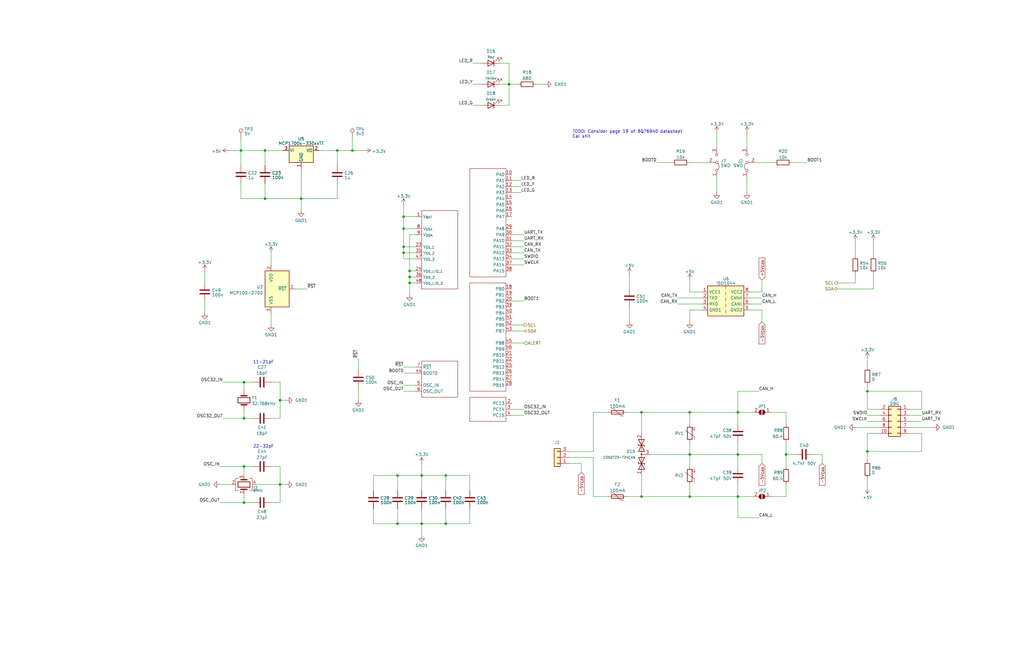
<source format=kicad_sch>
(kicad_sch (version 20230121) (generator eeschema)

  (uuid 93b16d5b-d59b-45ef-ba46-3da6179f9857)

  (paper "B")

  

  (junction (at 311.15 173.99) (diameter 0) (color 0 0 0 0)
    (uuid 091abeae-81b0-4390-b1b8-f5f6a62a688e)
  )
  (junction (at 127 83.82) (diameter 0) (color 0 0 0 0)
    (uuid 0c94c093-5072-46b1-915c-565d868a21f8)
  )
  (junction (at 177.8 220.98) (diameter 0) (color 0 0 0 0)
    (uuid 1a082eca-9c5c-4c33-b92d-b7401cfd2ebf)
  )
  (junction (at 311.15 191.77) (diameter 0) (color 0 0 0 0)
    (uuid 1bbdb566-563c-4c9d-898c-79c9d9636910)
  )
  (junction (at 142.24 63.5) (diameter 0) (color 0 0 0 0)
    (uuid 1d13aa80-1244-40b9-aa74-19692158873c)
  )
  (junction (at 102.87 161.29) (diameter 0) (color 0 0 0 0)
    (uuid 2a22a2ae-cfe6-4552-951e-d850640ad5e0)
  )
  (junction (at 102.87 176.53) (diameter 0) (color 0 0 0 0)
    (uuid 2e398b32-289c-4dbd-8c20-00c3ec1f2080)
  )
  (junction (at 172.72 116.84) (diameter 0) (color 0 0 0 0)
    (uuid 38bd7929-8700-4132-8e35-69dc67ced244)
  )
  (junction (at 102.87 212.09) (diameter 0) (color 0 0 0 0)
    (uuid 4629ad56-bc47-4bb8-8ff1-34d10d0d7c10)
  )
  (junction (at 270.51 173.99) (diameter 0) (color 0 0 0 0)
    (uuid 630cf419-4801-4918-9e38-42b232ec724f)
  )
  (junction (at 331.47 191.77) (diameter 0) (color 0 0 0 0)
    (uuid 6c7d7102-43e7-44cc-b27a-e432b2ac6183)
  )
  (junction (at 170.18 91.44) (diameter 0) (color 0 0 0 0)
    (uuid 7969f57b-5ed4-446e-a430-44430a305b5c)
  )
  (junction (at 290.83 173.99) (diameter 0) (color 0 0 0 0)
    (uuid 7d0bf5bc-4ade-4e9c-bf71-18662642cd90)
  )
  (junction (at 170.18 104.14) (diameter 0) (color 0 0 0 0)
    (uuid 81be03be-5e09-45a7-b269-249a3f5bfbf5)
  )
  (junction (at 187.96 220.98) (diameter 0) (color 0 0 0 0)
    (uuid 8368591e-4649-4398-83a9-38a5115dabd9)
  )
  (junction (at 102.87 196.85) (diameter 0) (color 0 0 0 0)
    (uuid 8db9a6e2-dfb3-4789-a70f-a2e1eb54aeae)
  )
  (junction (at 177.8 200.66) (diameter 0) (color 0 0 0 0)
    (uuid 94158604-a013-4575-bab9-27b65343e1a6)
  )
  (junction (at 167.64 220.98) (diameter 0) (color 0 0 0 0)
    (uuid 9d68cbf4-ce85-4cb2-8992-46c8ac0c8bfe)
  )
  (junction (at 214.63 35.56) (diameter 0) (color 0 0 0 0)
    (uuid a07c39b9-261d-4113-9ea1-01422c572b2c)
  )
  (junction (at 170.18 96.52) (diameter 0) (color 0 0 0 0)
    (uuid a4839264-5b97-4b18-b276-9b9f4d47ec0c)
  )
  (junction (at 290.83 209.55) (diameter 0) (color 0 0 0 0)
    (uuid a5da3444-db79-4ba1-9b1b-363997561b50)
  )
  (junction (at 148.59 63.5) (diameter 0) (color 0 0 0 0)
    (uuid aa2d01ff-c0bf-471c-aba6-c9f3b6d471d2)
  )
  (junction (at 118.11 204.47) (diameter 0) (color 0 0 0 0)
    (uuid ade7b6ea-bd04-41d6-9e13-5813fa3d8a2c)
  )
  (junction (at 172.72 119.38) (diameter 0) (color 0 0 0 0)
    (uuid bb0aed51-205c-40e3-9e38-ba33d0665db1)
  )
  (junction (at 365.76 165.1) (diameter 0) (color 0 0 0 0)
    (uuid bc908180-ce55-4b6b-9e0a-efba5eba5795)
  )
  (junction (at 111.76 83.82) (diameter 0) (color 0 0 0 0)
    (uuid d19d87d6-c397-4596-98c6-0bb2162ae681)
  )
  (junction (at 290.83 191.77) (diameter 0) (color 0 0 0 0)
    (uuid d635d75e-90a8-4380-b095-1dbc787ffacb)
  )
  (junction (at 101.6 63.5) (diameter 0) (color 0 0 0 0)
    (uuid dd1dd667-aeec-40d7-9cdf-b49c3de2b5c9)
  )
  (junction (at 118.11 168.91) (diameter 0) (color 0 0 0 0)
    (uuid df892a75-bcd7-4e27-8d14-751dda1b68f2)
  )
  (junction (at 111.76 63.5) (diameter 0) (color 0 0 0 0)
    (uuid e0f66cc1-a5a8-4b20-9de8-1401f9048c17)
  )
  (junction (at 270.51 209.55) (diameter 0) (color 0 0 0 0)
    (uuid e4e09ee4-22a1-43bf-8f11-cbdf1e9c5552)
  )
  (junction (at 172.72 114.3) (diameter 0) (color 0 0 0 0)
    (uuid e8ceca1a-4567-4ef5-8e97-0d0480efd083)
  )
  (junction (at 365.76 190.5) (diameter 0) (color 0 0 0 0)
    (uuid ed62351b-2cc2-4f19-a4b8-2cb168362242)
  )
  (junction (at 167.64 200.66) (diameter 0) (color 0 0 0 0)
    (uuid eeddb84d-1161-4af8-a53c-3cd026ef9ee5)
  )
  (junction (at 311.15 209.55) (diameter 0) (color 0 0 0 0)
    (uuid ef473f86-78c5-4e0f-85e1-8b9924693795)
  )
  (junction (at 187.96 200.66) (diameter 0) (color 0 0 0 0)
    (uuid fb7e4057-2bde-4218-9dd0-41fdd98add3b)
  )
  (junction (at 170.18 106.68) (diameter 0) (color 0 0 0 0)
    (uuid fb93447b-4acb-4d1b-92de-e2cd77be2226)
  )

  (wire (pts (xy 102.87 176.53) (xy 106.68 176.53))
    (stroke (width 0) (type default))
    (uuid 007bbcf9-373e-4177-8323-bf0508c5eecd)
  )
  (wire (pts (xy 118.11 196.85) (xy 118.11 204.47))
    (stroke (width 0) (type default))
    (uuid 00a5459a-f7e4-411a-a4dc-11deb6c5a705)
  )
  (wire (pts (xy 270.51 209.55) (xy 290.83 209.55))
    (stroke (width 0) (type default))
    (uuid 03862522-c102-4ba0-a562-77703dd27cfe)
  )
  (wire (pts (xy 142.24 77.47) (xy 142.24 83.82))
    (stroke (width 0) (type default))
    (uuid 0638dae2-41f5-439c-a122-526802aeae45)
  )
  (wire (pts (xy 219.71 81.28) (xy 215.9 81.28))
    (stroke (width 0) (type default))
    (uuid 068302ea-c3c0-454d-9997-1d29275e7c35)
  )
  (wire (pts (xy 331.47 173.99) (xy 325.12 173.99))
    (stroke (width 0) (type default))
    (uuid 071908dc-e468-43e6-8583-68a030259548)
  )
  (wire (pts (xy 302.26 55.88) (xy 302.26 62.23))
    (stroke (width 0) (type default))
    (uuid 0786a310-3a87-48f2-9e53-8337d0796117)
  )
  (wire (pts (xy 383.54 177.8) (xy 388.62 177.8))
    (stroke (width 0) (type default))
    (uuid 09280a53-f14f-4232-b3eb-acfe3241e7ff)
  )
  (wire (pts (xy 187.96 220.98) (xy 187.96 214.63))
    (stroke (width 0) (type default))
    (uuid 0a5c5edd-c31c-4b53-88d4-1371de8f70cf)
  )
  (wire (pts (xy 295.91 128.27) (xy 285.75 128.27))
    (stroke (width 0) (type default))
    (uuid 0c9d6346-dd88-4b02-986e-5fd7d8866d59)
  )
  (wire (pts (xy 250.19 173.99) (xy 256.54 173.99))
    (stroke (width 0) (type default))
    (uuid 0e658fba-b3df-4bb8-9496-e0c018173201)
  )
  (wire (pts (xy 383.54 172.72) (xy 388.62 172.72))
    (stroke (width 0) (type default))
    (uuid 1056dc94-2cf4-4182-b260-aba77ba8bf40)
  )
  (wire (pts (xy 365.76 182.88) (xy 365.76 190.5))
    (stroke (width 0) (type default))
    (uuid 10a45d59-122e-430a-a43e-c61948a6c428)
  )
  (wire (pts (xy 368.3 101.6) (xy 368.3 107.95))
    (stroke (width 0) (type default))
    (uuid 11388189-fdc7-4e0c-9bb9-1b58ebc69d63)
  )
  (wire (pts (xy 295.91 125.73) (xy 285.75 125.73))
    (stroke (width 0) (type default))
    (uuid 12ae06c5-3749-4342-acc4-eced00344d76)
  )
  (wire (pts (xy 331.47 204.47) (xy 331.47 209.55))
    (stroke (width 0) (type default))
    (uuid 13a500d2-dcc1-417c-889d-350261d5d793)
  )
  (wire (pts (xy 311.15 204.47) (xy 311.15 209.55))
    (stroke (width 0) (type default))
    (uuid 141063e5-7e55-4f09-b7a7-e7ba3a3821b4)
  )
  (wire (pts (xy 311.15 165.1) (xy 311.15 173.99))
    (stroke (width 0) (type default))
    (uuid 14175f83-27ef-4ff3-8386-f59c0bc82d14)
  )
  (wire (pts (xy 198.12 220.98) (xy 198.12 214.63))
    (stroke (width 0) (type default))
    (uuid 144e411a-5ca6-46bf-af5c-687c4d95a5bc)
  )
  (wire (pts (xy 368.3 115.57) (xy 368.3 121.92))
    (stroke (width 0) (type default))
    (uuid 1540f38a-1d3e-4989-9b6d-ff7087ce45ed)
  )
  (wire (pts (xy 172.72 119.38) (xy 172.72 116.84))
    (stroke (width 0) (type default))
    (uuid 155aa7c4-d37b-4e67-acf3-a02139c5e16d)
  )
  (wire (pts (xy 118.11 176.53) (xy 118.11 168.91))
    (stroke (width 0) (type default))
    (uuid 1660dbe0-2f6c-4d00-9fb5-ee36a18cd74d)
  )
  (wire (pts (xy 331.47 209.55) (xy 325.12 209.55))
    (stroke (width 0) (type default))
    (uuid 167ef78e-488e-46df-91d5-a41b5e706bbb)
  )
  (wire (pts (xy 92.71 212.09) (xy 102.87 212.09))
    (stroke (width 0) (type default))
    (uuid 18b37c2b-4e93-416b-bf43-77292be7ecdf)
  )
  (wire (pts (xy 250.19 209.55) (xy 256.54 209.55))
    (stroke (width 0) (type default))
    (uuid 18de701b-a2bb-4399-beda-b0933df0b1ac)
  )
  (wire (pts (xy 353.06 121.92) (xy 368.3 121.92))
    (stroke (width 0) (type default))
    (uuid 19811938-0ed9-4b9f-bed8-263eb81a4259)
  )
  (wire (pts (xy 102.87 165.1) (xy 102.87 161.29))
    (stroke (width 0) (type default))
    (uuid 1d6cf1d4-d0bb-4ab3-9f6f-3fe99f6ddf4c)
  )
  (wire (pts (xy 311.15 173.99) (xy 317.5 173.99))
    (stroke (width 0) (type default))
    (uuid 1d9d68d4-dc55-4201-adf9-3c84919c2a48)
  )
  (wire (pts (xy 220.98 172.72) (xy 215.9 172.72))
    (stroke (width 0) (type default))
    (uuid 1e8dae23-68ea-4001-82a2-ad1de565e157)
  )
  (wire (pts (xy 219.71 78.74) (xy 215.9 78.74))
    (stroke (width 0) (type default))
    (uuid 20a7bb3f-1aa4-4a77-ab0d-43a24bbe6ea6)
  )
  (wire (pts (xy 170.18 165.1) (xy 175.26 165.1))
    (stroke (width 0) (type default))
    (uuid 21207889-dc40-4523-806e-957dbd7f74c0)
  )
  (wire (pts (xy 172.72 116.84) (xy 175.26 116.84))
    (stroke (width 0) (type default))
    (uuid 26371d3e-6f4c-4f1d-b709-09622e92e8b0)
  )
  (wire (pts (xy 290.83 68.58) (xy 298.45 68.58))
    (stroke (width 0) (type default))
    (uuid 279b6fad-fbac-4b4d-ae0c-d1235eb8b9c4)
  )
  (wire (pts (xy 210.82 26.67) (xy 214.63 26.67))
    (stroke (width 0) (type default))
    (uuid 286c0457-4b38-48f1-8c82-13b6c816523c)
  )
  (wire (pts (xy 111.76 63.5) (xy 119.38 63.5))
    (stroke (width 0) (type default))
    (uuid 2fbb6d3c-1143-42e7-a1d8-602b2badb200)
  )
  (wire (pts (xy 365.76 151.13) (xy 365.76 154.94))
    (stroke (width 0) (type default))
    (uuid 2ffffc85-5bab-41ab-844e-907d48d970d0)
  )
  (wire (pts (xy 388.62 182.88) (xy 383.54 182.88))
    (stroke (width 0) (type default))
    (uuid 304b0033-fe70-4ecd-b6df-0294ce03393c)
  )
  (wire (pts (xy 340.36 68.58) (xy 334.01 68.58))
    (stroke (width 0) (type default))
    (uuid 30554662-270e-4328-baf7-7d5517d3ffe5)
  )
  (wire (pts (xy 170.18 96.52) (xy 170.18 104.14))
    (stroke (width 0) (type default))
    (uuid 3079f12f-e67a-43dc-97d6-5d64bcf16fec)
  )
  (wire (pts (xy 321.31 123.19) (xy 316.23 123.19))
    (stroke (width 0) (type default))
    (uuid 314bfa6b-9e68-4d20-a99b-8d63171ae6e0)
  )
  (wire (pts (xy 167.64 200.66) (xy 167.64 207.01))
    (stroke (width 0) (type default))
    (uuid 3329e3e5-d44f-4e51-a693-6f11bd77137a)
  )
  (wire (pts (xy 331.47 191.77) (xy 335.28 191.77))
    (stroke (width 0) (type default))
    (uuid 35567bee-8d9b-426b-92a6-763fd8cc16ba)
  )
  (wire (pts (xy 92.71 196.85) (xy 102.87 196.85))
    (stroke (width 0) (type default))
    (uuid 3564f4c6-4b95-4d2a-b0b9-30909b4c092e)
  )
  (wire (pts (xy 388.62 182.88) (xy 388.62 190.5))
    (stroke (width 0) (type default))
    (uuid 359b8f4e-f33a-4bf3-bd9d-fe27e150a9cd)
  )
  (wire (pts (xy 86.36 127) (xy 86.36 132.08))
    (stroke (width 0) (type default))
    (uuid 37629a17-0ae5-4b82-a4ec-af9448427ecd)
  )
  (wire (pts (xy 167.64 214.63) (xy 167.64 220.98))
    (stroke (width 0) (type default))
    (uuid 383ca767-2142-4959-91a4-d98f9eda50d2)
  )
  (wire (pts (xy 365.76 162.56) (xy 365.76 165.1))
    (stroke (width 0) (type default))
    (uuid 38ae4b01-e0f4-4e54-a096-ebf2613136db)
  )
  (wire (pts (xy 388.62 165.1) (xy 388.62 172.72))
    (stroke (width 0) (type default))
    (uuid 38b6c814-be91-4977-9c97-854fa67116ff)
  )
  (wire (pts (xy 102.87 200.66) (xy 102.87 196.85))
    (stroke (width 0) (type default))
    (uuid 3af8bc96-3920-4b47-9312-7cf8049698cf)
  )
  (wire (pts (xy 210.82 44.45) (xy 214.63 44.45))
    (stroke (width 0) (type default))
    (uuid 3b1d41ae-84a8-43db-bced-71582f3beb82)
  )
  (wire (pts (xy 111.76 63.5) (xy 111.76 69.85))
    (stroke (width 0) (type default))
    (uuid 3b97161d-79f0-46de-9fdd-d6d8dab124a7)
  )
  (wire (pts (xy 198.12 200.66) (xy 187.96 200.66))
    (stroke (width 0) (type default))
    (uuid 3bd19981-f319-4584-8013-49b5ed4e75fc)
  )
  (wire (pts (xy 250.19 193.04) (xy 240.03 193.04))
    (stroke (width 0) (type default))
    (uuid 3fa501f7-9c3a-4f53-85f0-a061270c06c1)
  )
  (wire (pts (xy 331.47 186.69) (xy 331.47 191.77))
    (stroke (width 0) (type default))
    (uuid 40140eae-2583-42cc-b27f-fc00d7dad4f0)
  )
  (wire (pts (xy 172.72 114.3) (xy 175.26 114.3))
    (stroke (width 0) (type default))
    (uuid 406c7feb-e079-4867-96e6-b1cea3b63ee2)
  )
  (wire (pts (xy 118.11 161.29) (xy 118.11 168.91))
    (stroke (width 0) (type default))
    (uuid 40a8cb02-40d6-4a9a-9dc7-9f466d07417d)
  )
  (wire (pts (xy 170.18 157.48) (xy 175.26 157.48))
    (stroke (width 0) (type default))
    (uuid 40ee0dc1-5faa-48fc-9cd7-c8a31982e8ad)
  )
  (wire (pts (xy 170.18 104.14) (xy 170.18 106.68))
    (stroke (width 0) (type default))
    (uuid 42003e34-c444-47f6-a879-9ed44190b737)
  )
  (wire (pts (xy 311.15 209.55) (xy 317.5 209.55))
    (stroke (width 0) (type default))
    (uuid 422bf8db-1cb4-4b67-9cc8-456a1a2f727f)
  )
  (wire (pts (xy 316.23 128.27) (xy 321.31 128.27))
    (stroke (width 0) (type default))
    (uuid 42873b34-596a-4fce-b119-2588cb21deac)
  )
  (wire (pts (xy 157.48 214.63) (xy 157.48 220.98))
    (stroke (width 0) (type default))
    (uuid 43c08d11-af0b-41ea-a9f3-83b3f93407f3)
  )
  (wire (pts (xy 170.18 162.56) (xy 175.26 162.56))
    (stroke (width 0) (type default))
    (uuid 443f0a14-b1f8-4a36-a826-72ca53787e7d)
  )
  (wire (pts (xy 118.11 212.09) (xy 118.11 204.47))
    (stroke (width 0) (type default))
    (uuid 4523ceb3-7b61-4c21-8a35-31681298f0e8)
  )
  (wire (pts (xy 265.43 115.57) (xy 265.43 121.92))
    (stroke (width 0) (type default))
    (uuid 4746f3b3-b596-47dd-8105-194364d6e4f6)
  )
  (wire (pts (xy 360.68 180.34) (xy 370.84 180.34))
    (stroke (width 0) (type default))
    (uuid 4bc06302-031a-4cec-8adb-f06e1f905814)
  )
  (wire (pts (xy 311.15 173.99) (xy 311.15 179.07))
    (stroke (width 0) (type default))
    (uuid 4d13f9e9-0ae1-46c4-a269-a70aa1623501)
  )
  (wire (pts (xy 102.87 161.29) (xy 106.68 161.29))
    (stroke (width 0) (type default))
    (uuid 4e0c7ebf-8d5b-4d81-b745-1084946fa14e)
  )
  (wire (pts (xy 101.6 77.47) (xy 101.6 83.82))
    (stroke (width 0) (type default))
    (uuid 4f0113c5-3179-4612-90ee-bc63b8e1a20f)
  )
  (wire (pts (xy 172.72 99.06) (xy 175.26 99.06))
    (stroke (width 0) (type default))
    (uuid 51b9c31f-1252-48bb-a912-a0a3b5102ae8)
  )
  (wire (pts (xy 177.8 220.98) (xy 177.8 226.06))
    (stroke (width 0) (type default))
    (uuid 54718a51-af43-40b9-b37d-c4b3387b53e7)
  )
  (wire (pts (xy 245.11 199.39) (xy 245.11 195.58))
    (stroke (width 0) (type default))
    (uuid 554d0250-a5eb-4c51-95c9-8cf683dde9fd)
  )
  (wire (pts (xy 114.3 106.68) (xy 114.3 111.76))
    (stroke (width 0) (type default))
    (uuid 58a36bde-490a-4256-b269-9dfd8a82d87a)
  )
  (wire (pts (xy 290.83 130.81) (xy 295.91 130.81))
    (stroke (width 0) (type default))
    (uuid 58ca59c7-9941-4ef0-b06f-338db7a7cdc1)
  )
  (wire (pts (xy 114.3 212.09) (xy 118.11 212.09))
    (stroke (width 0) (type default))
    (uuid 5a0fe34f-8242-4d84-a43a-ed59531637a2)
  )
  (wire (pts (xy 86.36 114.3) (xy 86.36 119.38))
    (stroke (width 0) (type default))
    (uuid 5b20ab5a-b8e0-46f4-96fa-e8c65adb4e7d)
  )
  (wire (pts (xy 187.96 220.98) (xy 198.12 220.98))
    (stroke (width 0) (type default))
    (uuid 5b8d13e6-a2aa-4b29-a61f-be202a9041a5)
  )
  (wire (pts (xy 311.15 186.69) (xy 311.15 191.77))
    (stroke (width 0) (type default))
    (uuid 5f82e33b-5974-4d3c-9068-5c8f68658824)
  )
  (wire (pts (xy 346.71 191.77) (xy 342.9 191.77))
    (stroke (width 0) (type default))
    (uuid 604f41d5-a6af-4d4c-a5a1-06b9145aec14)
  )
  (wire (pts (xy 215.9 137.16) (xy 220.98 137.16))
    (stroke (width 0) (type default))
    (uuid 60f10ee6-a434-40a8-8de2-73e4a4beecee)
  )
  (wire (pts (xy 167.64 220.98) (xy 177.8 220.98))
    (stroke (width 0) (type default))
    (uuid 61f5dcce-7874-49b7-9e3f-df1582746efd)
  )
  (wire (pts (xy 172.72 119.38) (xy 172.72 124.46))
    (stroke (width 0) (type default))
    (uuid 61fcee5d-254e-47bb-ae2f-4954f65dd043)
  )
  (wire (pts (xy 250.19 193.04) (xy 250.19 209.55))
    (stroke (width 0) (type default))
    (uuid 62fde382-a784-4ee4-8827-c5fcfa0c4f0b)
  )
  (wire (pts (xy 102.87 212.09) (xy 106.68 212.09))
    (stroke (width 0) (type default))
    (uuid 65a4a4c4-bef5-4bde-a30e-6b70916589e6)
  )
  (wire (pts (xy 290.83 135.89) (xy 290.83 130.81))
    (stroke (width 0) (type default))
    (uuid 673f65b0-d17d-4ae7-80a6-1e9cad2c75de)
  )
  (wire (pts (xy 172.72 114.3) (xy 172.72 99.06))
    (stroke (width 0) (type default))
    (uuid 68880a28-3130-4a01-a4c7-da2f21646024)
  )
  (wire (pts (xy 167.64 200.66) (xy 177.8 200.66))
    (stroke (width 0) (type default))
    (uuid 6a796233-5a90-4741-8643-67dd8eef1d2f)
  )
  (wire (pts (xy 365.76 175.26) (xy 370.84 175.26))
    (stroke (width 0) (type default))
    (uuid 6b0765c4-27ab-4eeb-847b-7ddf91739d37)
  )
  (wire (pts (xy 177.8 214.63) (xy 177.8 220.98))
    (stroke (width 0) (type default))
    (uuid 6c41a05b-ed24-4dda-98d1-9a706959e52d)
  )
  (wire (pts (xy 215.9 101.6) (xy 220.98 101.6))
    (stroke (width 0) (type default))
    (uuid 6ce28460-fe7c-4340-b796-b056104fcf52)
  )
  (wire (pts (xy 314.96 62.23) (xy 314.96 55.88))
    (stroke (width 0) (type default))
    (uuid 6d7f1f44-1553-4eb8-b0e2-7adfad8258d6)
  )
  (wire (pts (xy 331.47 191.77) (xy 331.47 196.85))
    (stroke (width 0) (type default))
    (uuid 6df3f309-3b86-4cff-bd10-a5be82778a3b)
  )
  (wire (pts (xy 321.31 118.11) (xy 321.31 123.19))
    (stroke (width 0) (type default))
    (uuid 6e851da3-727e-4d39-ad08-c4c817f6bd95)
  )
  (wire (pts (xy 148.59 63.5) (xy 153.67 63.5))
    (stroke (width 0) (type default))
    (uuid 6f69bbe4-dddc-45b4-a487-3584424fe024)
  )
  (wire (pts (xy 111.76 77.47) (xy 111.76 83.82))
    (stroke (width 0) (type default))
    (uuid 6f6f948a-af26-4cfc-b79c-6761cbabe9b6)
  )
  (wire (pts (xy 264.16 173.99) (xy 270.51 173.99))
    (stroke (width 0) (type default))
    (uuid 721b16e8-4539-496e-a959-5a1d342b9658)
  )
  (wire (pts (xy 157.48 200.66) (xy 157.48 207.01))
    (stroke (width 0) (type default))
    (uuid 729a0c70-093c-4648-baeb-805649ef62ef)
  )
  (wire (pts (xy 151.13 151.13) (xy 151.13 156.21))
    (stroke (width 0) (type default))
    (uuid 740723d8-37ee-4b9a-80e1-5f42fda8f1a5)
  )
  (wire (pts (xy 199.39 44.45) (xy 203.2 44.45))
    (stroke (width 0) (type default))
    (uuid 7528e2b9-34ef-4a15-9f93-cce42dc32ecf)
  )
  (wire (pts (xy 198.12 207.01) (xy 198.12 200.66))
    (stroke (width 0) (type default))
    (uuid 7616d23a-adc4-4fc2-86e2-19e010c3e2c8)
  )
  (wire (pts (xy 383.54 175.26) (xy 388.62 175.26))
    (stroke (width 0) (type default))
    (uuid 777e774d-046b-485b-9794-16e71e867f3e)
  )
  (wire (pts (xy 318.77 68.58) (xy 326.39 68.58))
    (stroke (width 0) (type default))
    (uuid 77810967-2da2-4a83-a592-44d64e0a8fc6)
  )
  (wire (pts (xy 290.83 191.77) (xy 274.32 191.77))
    (stroke (width 0) (type default))
    (uuid 778f8d95-f5d3-46b1-b9b0-c8b87cedefc9)
  )
  (wire (pts (xy 96.52 63.5) (xy 101.6 63.5))
    (stroke (width 0) (type default))
    (uuid 779a4bb0-00d6-4a15-809a-b7060adff0de)
  )
  (wire (pts (xy 331.47 179.07) (xy 331.47 173.99))
    (stroke (width 0) (type default))
    (uuid 780d4d7d-2300-466e-874c-cd84f0bec162)
  )
  (wire (pts (xy 311.15 191.77) (xy 311.15 196.85))
    (stroke (width 0) (type default))
    (uuid 789d5f93-4d2e-4874-adcb-faa7a2f7fb6c)
  )
  (wire (pts (xy 220.98 127) (xy 215.9 127))
    (stroke (width 0) (type default))
    (uuid 79a14fc5-ea9b-4fa0-aa54-911bccc17d7f)
  )
  (wire (pts (xy 346.71 191.77) (xy 346.71 195.58))
    (stroke (width 0) (type default))
    (uuid 7a32796d-1a93-4c45-aa22-9840c520fe39)
  )
  (wire (pts (xy 311.15 191.77) (xy 321.31 191.77))
    (stroke (width 0) (type default))
    (uuid 7a576471-50dd-4fbc-83f9-6ff7090c552f)
  )
  (wire (pts (xy 215.9 104.14) (xy 220.98 104.14))
    (stroke (width 0) (type default))
    (uuid 7b2efdad-2b30-4594-89bb-d3a3621cfd2e)
  )
  (wire (pts (xy 365.76 190.5) (xy 365.76 194.31))
    (stroke (width 0) (type default))
    (uuid 7d6ba4f9-f434-4186-beb9-1b99ff08fb1d)
  )
  (wire (pts (xy 311.15 209.55) (xy 311.15 218.44))
    (stroke (width 0) (type default))
    (uuid 7e0246c6-a566-4feb-b9c7-3520cc0f4162)
  )
  (wire (pts (xy 101.6 63.5) (xy 101.6 69.85))
    (stroke (width 0) (type default))
    (uuid 7f594060-d03d-4cbe-989a-341324a7f994)
  )
  (wire (pts (xy 177.8 220.98) (xy 187.96 220.98))
    (stroke (width 0) (type default))
    (uuid 7f6f2fa8-f69b-4565-a892-059033ec268a)
  )
  (wire (pts (xy 114.3 161.29) (xy 118.11 161.29))
    (stroke (width 0) (type default))
    (uuid 83bdceb6-7e60-44c8-8788-64f463d4b28b)
  )
  (wire (pts (xy 102.87 196.85) (xy 106.68 196.85))
    (stroke (width 0) (type default))
    (uuid 84016a4c-3879-42de-9525-1703e3da1da7)
  )
  (wire (pts (xy 365.76 165.1) (xy 365.76 172.72))
    (stroke (width 0) (type default))
    (uuid 854bf116-7a13-4ae9-bca4-b60c2258c865)
  )
  (wire (pts (xy 321.31 135.89) (xy 321.31 130.81))
    (stroke (width 0) (type default))
    (uuid 8668f4de-592d-4662-8576-edc713b20f33)
  )
  (wire (pts (xy 142.24 63.5) (xy 148.59 63.5))
    (stroke (width 0) (type default))
    (uuid 87a2a012-bf83-4d11-a750-c8efbdb44392)
  )
  (wire (pts (xy 118.11 168.91) (xy 120.65 168.91))
    (stroke (width 0) (type default))
    (uuid 87bcb694-5427-4b23-9d05-377e5b8db625)
  )
  (wire (pts (xy 270.51 173.99) (xy 290.83 173.99))
    (stroke (width 0) (type default))
    (uuid 89b3eaa3-f85f-4047-acd8-efdfc79bc5cd)
  )
  (wire (pts (xy 290.83 191.77) (xy 311.15 191.77))
    (stroke (width 0) (type default))
    (uuid 8ada07b9-601c-4731-b698-a5c8084e7aec)
  )
  (wire (pts (xy 215.9 111.76) (xy 220.98 111.76))
    (stroke (width 0) (type default))
    (uuid 8d15c70a-0f01-46e1-9601-170f82d0829d)
  )
  (wire (pts (xy 170.18 106.68) (xy 170.18 109.22))
    (stroke (width 0) (type default))
    (uuid 8e4d36bb-4860-4b4d-bb0a-6ec891b14720)
  )
  (wire (pts (xy 102.87 208.28) (xy 102.87 212.09))
    (stroke (width 0) (type default))
    (uuid 8f241eec-ff8f-4762-b022-d75787b5b813)
  )
  (wire (pts (xy 311.15 218.44) (xy 320.04 218.44))
    (stroke (width 0) (type default))
    (uuid 93321886-7e4b-4279-b88d-37be672c76ca)
  )
  (wire (pts (xy 199.39 35.56) (xy 203.2 35.56))
    (stroke (width 0) (type default))
    (uuid 968c35e8-be0f-4d3b-816f-f703eb1e8fe2)
  )
  (wire (pts (xy 170.18 91.44) (xy 170.18 96.52))
    (stroke (width 0) (type default))
    (uuid 981f6eb2-d278-4e86-90f2-2bdd803dfbb2)
  )
  (wire (pts (xy 383.54 180.34) (xy 393.7 180.34))
    (stroke (width 0) (type default))
    (uuid 9c61c0a1-3ce7-464d-a319-6bd9fdf64706)
  )
  (wire (pts (xy 170.18 96.52) (xy 175.26 96.52))
    (stroke (width 0) (type default))
    (uuid 9ca050ec-c9ec-4321-a15c-f720e2b8b861)
  )
  (wire (pts (xy 240.03 190.5) (xy 250.19 190.5))
    (stroke (width 0) (type default))
    (uuid a0006a85-b8ce-4e83-9a3a-fa964a45f157)
  )
  (wire (pts (xy 240.03 195.58) (xy 245.11 195.58))
    (stroke (width 0) (type default))
    (uuid a25396f5-0acc-47ef-9847-439cf59cdd42)
  )
  (wire (pts (xy 220.98 175.26) (xy 215.9 175.26))
    (stroke (width 0) (type default))
    (uuid a2cc642a-db23-4a2d-8b58-90b5071091a9)
  )
  (wire (pts (xy 290.83 186.69) (xy 290.83 191.77))
    (stroke (width 0) (type default))
    (uuid a3c7f435-12fc-40c3-8786-f16383db2b51)
  )
  (wire (pts (xy 151.13 163.83) (xy 151.13 168.91))
    (stroke (width 0) (type default))
    (uuid a477bfbd-f2fa-4c3e-843b-f93bc67fb849)
  )
  (wire (pts (xy 290.83 209.55) (xy 311.15 209.55))
    (stroke (width 0) (type default))
    (uuid a5ac6c12-adbd-4566-8229-a8796ec3bb13)
  )
  (wire (pts (xy 93.98 176.53) (xy 102.87 176.53))
    (stroke (width 0) (type default))
    (uuid a6c7b322-30c9-400d-ac38-64bc5ac4ceee)
  )
  (wire (pts (xy 97.79 204.47) (xy 92.71 204.47))
    (stroke (width 0) (type default))
    (uuid a7f38d49-20e7-4e01-a5e4-8790d1e78b45)
  )
  (wire (pts (xy 321.31 130.81) (xy 316.23 130.81))
    (stroke (width 0) (type default))
    (uuid aa14f4b1-233b-4e14-8b4c-6e0a44d213ff)
  )
  (wire (pts (xy 93.98 161.29) (xy 102.87 161.29))
    (stroke (width 0) (type default))
    (uuid b18e0706-3d45-4a6a-9302-e89c73a9ff2f)
  )
  (wire (pts (xy 265.43 129.54) (xy 265.43 135.89))
    (stroke (width 0) (type default))
    (uuid b1f781fe-c570-49d0-8c03-71346ce19ff7)
  )
  (wire (pts (xy 365.76 165.1) (xy 388.62 165.1))
    (stroke (width 0) (type default))
    (uuid b20bab60-5243-404f-9be9-8b020c0702ca)
  )
  (wire (pts (xy 167.64 200.66) (xy 157.48 200.66))
    (stroke (width 0) (type default))
    (uuid b303c49e-4b2b-43a5-9d19-71965be96524)
  )
  (wire (pts (xy 365.76 182.88) (xy 370.84 182.88))
    (stroke (width 0) (type default))
    (uuid b36c6b4a-5870-4318-94d9-d6805cb70193)
  )
  (wire (pts (xy 214.63 26.67) (xy 214.63 35.56))
    (stroke (width 0) (type default))
    (uuid b45ae631-4e3c-4abd-bdf7-d24cfad352ad)
  )
  (wire (pts (xy 177.8 200.66) (xy 177.8 207.01))
    (stroke (width 0) (type default))
    (uuid b49d835e-6bad-464d-965c-e6ac507da60a)
  )
  (wire (pts (xy 270.51 200.66) (xy 270.51 209.55))
    (stroke (width 0) (type default))
    (uuid b4efea7a-d8ba-48d1-9ff2-1c68d7624cf7)
  )
  (wire (pts (xy 124.46 121.92) (xy 129.54 121.92))
    (stroke (width 0) (type default))
    (uuid b66617cb-f955-4047-9d2a-7b617e959029)
  )
  (wire (pts (xy 187.96 207.01) (xy 187.96 200.66))
    (stroke (width 0) (type default))
    (uuid b6cc7046-d415-44c4-a025-7206b1af71a6)
  )
  (wire (pts (xy 175.26 154.94) (xy 170.18 154.94))
    (stroke (width 0) (type default))
    (uuid b8209da8-8cda-462f-abff-453301a4cf84)
  )
  (wire (pts (xy 101.6 63.5) (xy 111.76 63.5))
    (stroke (width 0) (type default))
    (uuid ba4c0d71-276e-4bad-b497-9c918dff0dc3)
  )
  (wire (pts (xy 290.83 173.99) (xy 311.15 173.99))
    (stroke (width 0) (type default))
    (uuid bc023864-c989-4285-92a9-3b20e2cdf892)
  )
  (wire (pts (xy 360.68 115.57) (xy 360.68 119.38))
    (stroke (width 0) (type default))
    (uuid bc0b95ea-00c8-4f42-8690-136665caf64c)
  )
  (wire (pts (xy 264.16 209.55) (xy 270.51 209.55))
    (stroke (width 0) (type default))
    (uuid bd1b75ad-93ab-4154-9fc7-a8184b370d1e)
  )
  (wire (pts (xy 290.83 123.19) (xy 295.91 123.19))
    (stroke (width 0) (type default))
    (uuid bddc0daa-7182-4b6e-bb8d-f981452556f9)
  )
  (wire (pts (xy 276.86 68.58) (xy 283.21 68.58))
    (stroke (width 0) (type default))
    (uuid bfd96d5e-fdbb-42ea-b740-5c2127ff88af)
  )
  (wire (pts (xy 290.83 191.77) (xy 290.83 196.85))
    (stroke (width 0) (type default))
    (uuid c085c84a-c739-4001-b2e8-15b51caa33fd)
  )
  (wire (pts (xy 365.76 172.72) (xy 370.84 172.72))
    (stroke (width 0) (type default))
    (uuid c342ba92-35aa-4cb4-b9c1-e53b60aa1e2b)
  )
  (wire (pts (xy 142.24 63.5) (xy 142.24 69.85))
    (stroke (width 0) (type default))
    (uuid c4e5785b-8db3-43ef-a029-35dfba1a2007)
  )
  (wire (pts (xy 127 83.82) (xy 142.24 83.82))
    (stroke (width 0) (type default))
    (uuid c5e49b40-65c1-4b77-970f-8991529f2a2b)
  )
  (wire (pts (xy 215.9 139.7) (xy 220.98 139.7))
    (stroke (width 0) (type default))
    (uuid c610e7f8-14d7-42a5-9c31-24f581610934)
  )
  (wire (pts (xy 215.9 106.68) (xy 220.98 106.68))
    (stroke (width 0) (type default))
    (uuid c94c6505-e5fc-400b-bc0d-d8ce47faa424)
  )
  (wire (pts (xy 111.76 83.82) (xy 127 83.82))
    (stroke (width 0) (type default))
    (uuid caab5d02-451a-43ce-a56f-40ec78c28cd0)
  )
  (wire (pts (xy 170.18 106.68) (xy 175.26 106.68))
    (stroke (width 0) (type default))
    (uuid ce52886d-f5d9-44be-a805-88bd44a41357)
  )
  (wire (pts (xy 101.6 83.82) (xy 111.76 83.82))
    (stroke (width 0) (type default))
    (uuid cf08a6b8-47b2-49d1-8dd1-29feb3c4ee9f)
  )
  (wire (pts (xy 214.63 35.56) (xy 214.63 44.45))
    (stroke (width 0) (type default))
    (uuid d152c6d3-ef03-4e6a-ba96-803dca9b1ed7)
  )
  (wire (pts (xy 148.59 58.42) (xy 148.59 63.5))
    (stroke (width 0) (type default))
    (uuid d2027616-2033-4dcd-900a-4ca1382bbafb)
  )
  (wire (pts (xy 290.83 118.11) (xy 290.83 123.19))
    (stroke (width 0) (type default))
    (uuid d3abd171-7869-4ae0-802e-29abe9629015)
  )
  (wire (pts (xy 219.71 76.2) (xy 215.9 76.2))
    (stroke (width 0) (type default))
    (uuid d3cd12c9-8d7d-4eb9-86aa-16d81d302d2a)
  )
  (wire (pts (xy 226.06 35.56) (xy 229.87 35.56))
    (stroke (width 0) (type default))
    (uuid d4738392-5668-4fad-900a-220534eee588)
  )
  (wire (pts (xy 170.18 109.22) (xy 175.26 109.22))
    (stroke (width 0) (type default))
    (uuid d4839d9e-0391-469c-acdc-f270c02557c8)
  )
  (wire (pts (xy 101.6 58.42) (xy 101.6 63.5))
    (stroke (width 0) (type default))
    (uuid d513caa4-252f-44e3-b9eb-dfdf88727215)
  )
  (wire (pts (xy 215.9 109.22) (xy 220.98 109.22))
    (stroke (width 0) (type default))
    (uuid d5952d61-bc36-44f0-be0a-c3b5a2b001c9)
  )
  (wire (pts (xy 114.3 196.85) (xy 118.11 196.85))
    (stroke (width 0) (type default))
    (uuid d5a9469e-6919-4e74-825e-b5e909831c12)
  )
  (wire (pts (xy 270.51 173.99) (xy 270.51 182.88))
    (stroke (width 0) (type default))
    (uuid d6a346d4-baaf-45ae-ac8f-4bfd30f63d33)
  )
  (wire (pts (xy 365.76 190.5) (xy 388.62 190.5))
    (stroke (width 0) (type default))
    (uuid d85181cb-df9d-4d93-93b7-c3c68ae48655)
  )
  (wire (pts (xy 118.11 204.47) (xy 120.65 204.47))
    (stroke (width 0) (type default))
    (uuid d936a46b-76ca-4347-bbb0-a4d8f7f88027)
  )
  (wire (pts (xy 134.62 63.5) (xy 142.24 63.5))
    (stroke (width 0) (type default))
    (uuid da9551dc-306f-4ca7-bd46-2eabc089d33f)
  )
  (wire (pts (xy 172.72 116.84) (xy 172.72 114.3))
    (stroke (width 0) (type default))
    (uuid db67adae-43d4-493c-949d-46ae1ab8f612)
  )
  (wire (pts (xy 157.48 220.98) (xy 167.64 220.98))
    (stroke (width 0) (type default))
    (uuid dc796d7f-72a0-464e-9bf7-a95415f6db21)
  )
  (wire (pts (xy 250.19 190.5) (xy 250.19 173.99))
    (stroke (width 0) (type default))
    (uuid de328010-6ebf-43ee-a45d-f167f57930f6)
  )
  (wire (pts (xy 321.31 191.77) (xy 321.31 195.58))
    (stroke (width 0) (type default))
    (uuid df6acd03-376b-43be-acb9-02ba38a37035)
  )
  (wire (pts (xy 316.23 125.73) (xy 321.31 125.73))
    (stroke (width 0) (type default))
    (uuid e467a42d-bc78-4da1-8590-d19b2dd0fa7d)
  )
  (wire (pts (xy 210.82 35.56) (xy 214.63 35.56))
    (stroke (width 0) (type default))
    (uuid e69c979c-a224-4e77-b622-7ab828206f37)
  )
  (wire (pts (xy 114.3 132.08) (xy 114.3 137.16))
    (stroke (width 0) (type default))
    (uuid e6e37f53-e86c-4235-8725-fd8ddc59f696)
  )
  (wire (pts (xy 187.96 200.66) (xy 177.8 200.66))
    (stroke (width 0) (type default))
    (uuid e7cde3d1-753d-4472-a6fe-dbef08df2bad)
  )
  (wire (pts (xy 311.15 165.1) (xy 320.04 165.1))
    (stroke (width 0) (type default))
    (uuid e828f911-99a1-40de-86f4-2255d5ddd70d)
  )
  (wire (pts (xy 365.76 201.93) (xy 365.76 205.74))
    (stroke (width 0) (type default))
    (uuid ea831fba-32cf-4fd5-b7e0-2660785b4211)
  )
  (wire (pts (xy 170.18 86.36) (xy 170.18 91.44))
    (stroke (width 0) (type default))
    (uuid ec5ca482-1b28-4f1d-9469-44b73926c7a1)
  )
  (wire (pts (xy 302.26 74.93) (xy 302.26 81.28))
    (stroke (width 0) (type default))
    (uuid edc05104-2554-4dc9-b302-e27b2a6beef8)
  )
  (wire (pts (xy 127 83.82) (xy 127 88.9))
    (stroke (width 0) (type default))
    (uuid edc86f6d-15fd-42ab-aaf3-4891e0ae2449)
  )
  (wire (pts (xy 215.9 144.78) (xy 220.98 144.78))
    (stroke (width 0) (type default))
    (uuid ee7ae8be-316b-4489-b38c-9c0153b5af5f)
  )
  (wire (pts (xy 365.76 177.8) (xy 370.84 177.8))
    (stroke (width 0) (type default))
    (uuid f03c2a00-8366-42de-a763-b4b966cbb2fa)
  )
  (wire (pts (xy 290.83 204.47) (xy 290.83 209.55))
    (stroke (width 0) (type default))
    (uuid f18eaab1-f9e2-4a32-b3ce-b566cc1239d6)
  )
  (wire (pts (xy 353.06 119.38) (xy 360.68 119.38))
    (stroke (width 0) (type default))
    (uuid f31b16d2-5f49-4a77-91ea-00bf533cc315)
  )
  (wire (pts (xy 114.3 176.53) (xy 118.11 176.53))
    (stroke (width 0) (type default))
    (uuid f5dfa8ed-1e85-47b9-bad1-14cd21889ba9)
  )
  (wire (pts (xy 214.63 35.56) (xy 218.44 35.56))
    (stroke (width 0) (type default))
    (uuid f6c1fc25-8ab1-41bd-86a2-918305334113)
  )
  (wire (pts (xy 360.68 101.6) (xy 360.68 107.95))
    (stroke (width 0) (type default))
    (uuid f8de6098-8e76-4f63-8c5c-d56d6cb9c7d8)
  )
  (wire (pts (xy 314.96 74.93) (xy 314.96 81.28))
    (stroke (width 0) (type default))
    (uuid f8f1fae0-8f84-4444-9a3d-b48455debf4d)
  )
  (wire (pts (xy 170.18 104.14) (xy 175.26 104.14))
    (stroke (width 0) (type default))
    (uuid f9a38d75-def8-47be-b038-e655c86def04)
  )
  (wire (pts (xy 170.18 91.44) (xy 175.26 91.44))
    (stroke (width 0) (type default))
    (uuid fb2a2288-ded1-4989-a711-325a68150956)
  )
  (wire (pts (xy 199.39 26.67) (xy 203.2 26.67))
    (stroke (width 0) (type default))
    (uuid fb3791d2-c538-4acf-bd6f-eee60fa0513b)
  )
  (wire (pts (xy 172.72 119.38) (xy 175.26 119.38))
    (stroke (width 0) (type default))
    (uuid fbe50b90-36a1-46d2-9b5b-6d11a7df02e8)
  )
  (wire (pts (xy 102.87 172.72) (xy 102.87 176.53))
    (stroke (width 0) (type default))
    (uuid fcab7661-637d-4f8a-a44a-64cc3f03fe44)
  )
  (wire (pts (xy 215.9 99.06) (xy 220.98 99.06))
    (stroke (width 0) (type default))
    (uuid fcab9821-5ebd-4b99-b8c1-526efa60fa89)
  )
  (wire (pts (xy 177.8 195.58) (xy 177.8 200.66))
    (stroke (width 0) (type default))
    (uuid fd51983c-2f43-46b6-bcb2-0eafa3dddb4b)
  )
  (wire (pts (xy 290.83 173.99) (xy 290.83 179.07))
    (stroke (width 0) (type default))
    (uuid fd756ae5-9342-422f-b7c6-26eafcd9a9d8)
  )
  (wire (pts (xy 127 71.12) (xy 127 83.82))
    (stroke (width 0) (type default))
    (uuid fed3566b-6f79-4746-9115-825f569013a1)
  )
  (wire (pts (xy 107.95 204.47) (xy 118.11 204.47))
    (stroke (width 0) (type default))
    (uuid ff6a86dc-fd0e-4f88-b63c-d0343c9a97d7)
  )

  (text "11-21pF" (at 106.68 153.67 0)
    (effects (font (size 1.27 1.27)) (justify left bottom))
    (uuid 0df408fb-ee9e-432a-85a7-1e63e6fa7d70)
  )
  (text "22-32pF" (at 106.68 189.23 0)
    (effects (font (size 1.27 1.27)) (justify left bottom))
    (uuid a8602948-5596-4263-b7cc-6c0d77da0c92)
  )
  (text "TODO: Consider page 19 of BQ76940 datasheet\nCal shit"
    (at 241.3 58.42 0)
    (effects (font (size 1.27 1.27)) (justify left bottom))
    (uuid eeaf92e9-0cc1-4e7a-a5e7-9c55725de6ab)
  )

  (label "CAN_L" (at 320.04 218.44 0) (fields_autoplaced)
    (effects (font (size 1.27 1.27)) (justify left bottom))
    (uuid 08a23d88-55df-41fb-84c2-0cd0501b2017)
  )
  (label "UART_TX" (at 388.62 177.8 0) (fields_autoplaced)
    (effects (font (size 1.27 1.27)) (justify left bottom))
    (uuid 0d9911f4-6f51-46f3-ac67-639d014b0383)
  )
  (label "LED_R" (at 199.39 26.67 180) (fields_autoplaced)
    (effects (font (size 1.27 1.27)) (justify right bottom))
    (uuid 0ff959d3-64a7-4f61-a03c-6480149faf0a)
  )
  (label "OSC_IN" (at 170.18 162.56 180) (fields_autoplaced)
    (effects (font (size 1.27 1.27)) (justify right bottom))
    (uuid 1180e8e9-ca99-4edb-be11-e1dd30960ea7)
  )
  (label "LED_Y" (at 219.71 78.74 0) (fields_autoplaced)
    (effects (font (size 1.27 1.27)) (justify left bottom))
    (uuid 2f3a5214-021d-4b97-bcab-02b3461d2239)
  )
  (label "SWDIO" (at 365.76 175.26 180) (fields_autoplaced)
    (effects (font (size 1.27 1.27)) (justify right bottom))
    (uuid 37a792c0-9b85-4d87-9ad5-be5db6658957)
  )
  (label "CAN_H" (at 321.31 125.73 0) (fields_autoplaced)
    (effects (font (size 1.27 1.27)) (justify left bottom))
    (uuid 3dde0c0a-4cbe-4a7e-ba67-2527cc638cc5)
  )
  (label "SWCLK" (at 365.76 177.8 180) (fields_autoplaced)
    (effects (font (size 1.27 1.27)) (justify right bottom))
    (uuid 552bb588-170d-4e6a-9bb1-da675a224020)
  )
  (label "OSC_OUT" (at 170.18 165.1 180) (fields_autoplaced)
    (effects (font (size 1.27 1.27)) (justify right bottom))
    (uuid 63cb690a-7441-44bb-b449-d3a659f96b39)
  )
  (label "CAN_RX" (at 285.75 128.27 180) (fields_autoplaced)
    (effects (font (size 1.27 1.27)) (justify right bottom))
    (uuid 661aab78-5f5f-4409-9e5a-d26d23969394)
  )
  (label "SWCLK" (at 220.98 111.76 0) (fields_autoplaced)
    (effects (font (size 1.27 1.27)) (justify left bottom))
    (uuid 6baed552-bd80-4eb9-865f-57499eeecacf)
  )
  (label "BOOT1" (at 220.98 127 0) (fields_autoplaced)
    (effects (font (size 1.27 1.27)) (justify left bottom))
    (uuid 75b71abe-54fd-48d0-81db-ef5223b97197)
  )
  (label "OSC32_OUT" (at 220.98 175.26 0) (fields_autoplaced)
    (effects (font (size 1.27 1.27)) (justify left bottom))
    (uuid 86a0c442-52a8-4dd9-b86b-c7eeb4f129c3)
  )
  (label "~{RST}" (at 170.18 154.94 180) (fields_autoplaced)
    (effects (font (size 1.27 1.27)) (justify right bottom))
    (uuid 890e6282-9fe6-4362-bda5-63777271fade)
  )
  (label "UART_TX" (at 220.98 99.06 0) (fields_autoplaced)
    (effects (font (size 1.27 1.27)) (justify left bottom))
    (uuid 90e2a746-42ad-437a-a927-aa4c21a3b19e)
  )
  (label "~{RST}" (at 129.54 121.92 0) (fields_autoplaced)
    (effects (font (size 1.27 1.27)) (justify left bottom))
    (uuid 92a36ea1-d004-479b-9fcd-f22d6aaf6b21)
  )
  (label "LED_Y" (at 199.39 35.56 180) (fields_autoplaced)
    (effects (font (size 1.27 1.27)) (justify right bottom))
    (uuid 98d01724-6937-4b3d-be76-274cae2632cb)
  )
  (label "~{RST}" (at 151.13 151.13 90) (fields_autoplaced)
    (effects (font (size 1.27 1.27)) (justify left bottom))
    (uuid 99e09e4f-44c6-45e7-a17c-1b5e2528bcb0)
  )
  (label "CAN_H" (at 320.04 165.1 0) (fields_autoplaced)
    (effects (font (size 1.27 1.27)) (justify left bottom))
    (uuid a03b7b6f-fab1-468f-95c0-20306d5fe54e)
  )
  (label "UART_RX" (at 220.98 101.6 0) (fields_autoplaced)
    (effects (font (size 1.27 1.27)) (justify left bottom))
    (uuid a9141ab3-0bf0-4337-913f-3959a74f1907)
  )
  (label "BOOT1" (at 340.36 68.58 0) (fields_autoplaced)
    (effects (font (size 1.27 1.27)) (justify left bottom))
    (uuid aa71e391-0807-43a6-ad77-cdb448f41515)
  )
  (label "OSC32_OUT" (at 93.98 176.53 180) (fields_autoplaced)
    (effects (font (size 1.27 1.27)) (justify right bottom))
    (uuid b8207321-596a-4206-b5e0-80af949d17e1)
  )
  (label "OSC_IN" (at 92.71 196.85 180) (fields_autoplaced)
    (effects (font (size 1.27 1.27)) (justify right bottom))
    (uuid bc53117b-b106-46e4-9bd6-0989cb091a65)
  )
  (label "OSC32_IN" (at 93.98 161.29 180) (fields_autoplaced)
    (effects (font (size 1.27 1.27)) (justify right bottom))
    (uuid be4460c3-cf53-4122-8e8e-f2c9da692513)
  )
  (label "OSC_OUT" (at 92.71 212.09 180) (fields_autoplaced)
    (effects (font (size 1.27 1.27)) (justify right bottom))
    (uuid c0aeedc1-eecc-4ff0-8561-f1757b3922ff)
  )
  (label "BOOT0" (at 170.18 157.48 180) (fields_autoplaced)
    (effects (font (size 1.27 1.27)) (justify right bottom))
    (uuid c3c9fb52-6961-4325-961e-a16cba0ec267)
  )
  (label "LED_G" (at 219.71 81.28 0) (fields_autoplaced)
    (effects (font (size 1.27 1.27)) (justify left bottom))
    (uuid cdfe753c-86c7-4c81-b137-2e75e8390892)
  )
  (label "SWDIO" (at 220.98 109.22 0) (fields_autoplaced)
    (effects (font (size 1.27 1.27)) (justify left bottom))
    (uuid d2ff6e73-731b-487a-81b3-23c48b310ef3)
  )
  (label "BOOT0" (at 276.86 68.58 180) (fields_autoplaced)
    (effects (font (size 1.27 1.27)) (justify right bottom))
    (uuid d3da19c6-faec-43f5-88a8-716dee173848)
  )
  (label "LED_G" (at 199.39 44.45 180) (fields_autoplaced)
    (effects (font (size 1.27 1.27)) (justify right bottom))
    (uuid e0d894d5-e4ad-4022-ad09-39cbfa9af158)
  )
  (label "LED_R" (at 219.71 76.2 0) (fields_autoplaced)
    (effects (font (size 1.27 1.27)) (justify left bottom))
    (uuid e3dd0071-8cc2-4a61-8c23-aa78fbec1285)
  )
  (label "OSC32_IN" (at 220.98 172.72 0) (fields_autoplaced)
    (effects (font (size 1.27 1.27)) (justify left bottom))
    (uuid f04ef1ab-d6e9-4f72-a938-5eaf870c9c59)
  )
  (label "CAN_TX" (at 285.75 125.73 180) (fields_autoplaced)
    (effects (font (size 1.27 1.27)) (justify right bottom))
    (uuid f340fc54-eb64-4b45-9ac6-36f7d5aa75c4)
  )
  (label "CAN_RX" (at 220.98 104.14 0) (fields_autoplaced)
    (effects (font (size 1.27 1.27)) (justify left bottom))
    (uuid f43971a6-5549-4b92-b893-c400442ed3cd)
  )
  (label "UART_RX" (at 388.62 175.26 0) (fields_autoplaced)
    (effects (font (size 1.27 1.27)) (justify left bottom))
    (uuid f7c1041e-66d1-4408-bf1d-29b7dd37b731)
  )
  (label "CAN_TX" (at 220.98 106.68 0) (fields_autoplaced)
    (effects (font (size 1.27 1.27)) (justify left bottom))
    (uuid f93cce53-3997-425c-8af4-2a51fb46fa66)
  )
  (label "CAN_L" (at 321.31 128.27 0) (fields_autoplaced)
    (effects (font (size 1.27 1.27)) (justify left bottom))
    (uuid fbe327b0-432c-48d1-a938-c2e3c4a38455)
  )

  (global_label "-5V_{CAN}" (shape input) (at 346.71 195.58 270) (fields_autoplaced)
    (effects (font (size 1.27 1.27)) (justify right))
    (uuid 44c27eaf-eda3-4836-bb70-93839f78b9d7)
    (property "Intersheetrefs" "${INTERSHEET_REFS}" (at 346.71 205.0148 90)
      (effects (font (size 1.27 1.27)) (justify right) hide)
    )
  )
  (global_label "+5V_{CAN}" (shape input) (at 321.31 118.11 90) (fields_autoplaced)
    (effects (font (size 1.27 1.27)) (justify left))
    (uuid 6bd961c2-20e7-418e-a4fa-884fc06a631f)
    (property "Intersheetrefs" "${INTERSHEET_REFS}" (at 321.31 108.6752 90)
      (effects (font (size 1.27 1.27)) (justify left) hide)
    )
  )
  (global_label "-5V_{CAN}" (shape input) (at 245.11 199.39 270) (fields_autoplaced)
    (effects (font (size 1.27 1.27)) (justify right))
    (uuid ac97cf34-152a-4171-9a65-90080bb0cf49)
    (property "Intersheetrefs" "${INTERSHEET_REFS}" (at 245.11 208.8248 90)
      (effects (font (size 1.27 1.27)) (justify right) hide)
    )
  )
  (global_label "-5V_{CAN}" (shape input) (at 321.31 135.89 270) (fields_autoplaced)
    (effects (font (size 1.27 1.27)) (justify right))
    (uuid cc1732d3-689a-4e52-a996-ee676ce42bbb)
    (property "Intersheetrefs" "${INTERSHEET_REFS}" (at 321.31 145.3248 90)
      (effects (font (size 1.27 1.27)) (justify right) hide)
    )
  )
  (global_label "-5V_{CAN}" (shape input) (at 321.31 195.58 270) (fields_autoplaced)
    (effects (font (size 1.27 1.27)) (justify right))
    (uuid e6310e33-bf2d-4ed5-964e-2c57ed8afa0b)
    (property "Intersheetrefs" "${INTERSHEET_REFS}" (at 321.31 205.4378 90)
      (effects (font (size 1.27 1.27)) (justify right) hide)
    )
  )

  (hierarchical_label "SCL" (shape output) (at 220.98 137.16 0) (fields_autoplaced)
    (effects (font (size 1.27 1.27)) (justify left))
    (uuid 09e53d03-f7b0-4cac-be67-3a2283556e5e)
  )
  (hierarchical_label "ALERT" (shape input) (at 220.98 144.78 0) (fields_autoplaced)
    (effects (font (size 1.27 1.27)) (justify left))
    (uuid 64432339-c756-4116-beb5-15e7b46e2cea)
  )
  (hierarchical_label "SCL" (shape output) (at 353.06 119.38 180) (fields_autoplaced)
    (effects (font (size 1.27 1.27)) (justify right))
    (uuid 954af260-4676-4c96-b9a5-ff247b892693)
  )
  (hierarchical_label "SDA" (shape bidirectional) (at 353.06 121.92 180) (fields_autoplaced)
    (effects (font (size 1.27 1.27)) (justify right))
    (uuid dd8034f2-4ba4-48b7-8233-83d6c190d198)
  )
  (hierarchical_label "SDA" (shape bidirectional) (at 220.98 139.7 0) (fields_autoplaced)
    (effects (font (size 1.27 1.27)) (justify left))
    (uuid fe03dc0c-5456-4fa6-9626-331e28607e7c)
  )

  (symbol (lib_id "Device:R") (at 287.02 68.58 90) (unit 1)
    (in_bom yes) (on_board yes) (dnp no) (fields_autoplaced)
    (uuid 00eb7dac-ac7b-4392-a41a-f58c8225cda9)
    (property "Reference" "R19" (at 287.02 63.8642 90)
      (effects (font (size 1.27 1.27)))
    )
    (property "Value" "10k" (at 287.02 66.4011 90)
      (effects (font (size 1.27 1.27)))
    )
    (property "Footprint" "Resistor_SMD:R_0603_1608Metric" (at 287.02 70.358 90)
      (effects (font (size 1.27 1.27)) hide)
    )
    (property "Datasheet" "https://www.mouser.com/datasheet/2/219/RK73H-1825326.pdf" (at 287.02 68.58 0)
      (effects (font (size 1.27 1.27)) hide)
    )
    (property "Mouser" "https://www.mouser.com/ProductDetail/KOA-Speer/RK73H1JTTD1002F?qs=sGAEpiMZZMtlubZbdhIBINkEv%252BGnJSJCzf6arQIEEEA%3D" (at 287.02 68.58 0)
      (effects (font (size 1.27 1.27)) hide)
    )
    (property "Part Number" "RK73H1JTTD1002F" (at 287.02 68.58 0)
      (effects (font (size 1.27 1.27)) hide)
    )
    (property "Rating" "100mW" (at 287.02 68.58 0)
      (effects (font (size 1.27 1.27)) hide)
    )
    (pin "1" (uuid 21398a06-4ecc-4607-be16-5971f042dc35))
    (pin "2" (uuid 3783d60a-af7a-4190-89bd-830b74d65980))
    (instances
      (project "bms"
        (path "/1b49cb1f-90b1-44fa-b422-2a3f1e40e56a/7e7b207e-e2b5-442c-b945-61660885490f"
          (reference "R19") (unit 1)
        )
      )
    )
  )

  (symbol (lib_id "power:GND1") (at 151.13 168.91 0) (unit 1)
    (in_bom yes) (on_board yes) (dnp no) (fields_autoplaced)
    (uuid 04247201-bb13-455d-a8db-8c9c05121462)
    (property "Reference" "#PWR010" (at 151.13 175.26 0)
      (effects (font (size 1.27 1.27)) hide)
    )
    (property "Value" "GND1" (at 151.13 173.0455 0)
      (effects (font (size 1.27 1.27)))
    )
    (property "Footprint" "" (at 151.13 168.91 0)
      (effects (font (size 1.27 1.27)) hide)
    )
    (property "Datasheet" "" (at 151.13 168.91 0)
      (effects (font (size 1.27 1.27)) hide)
    )
    (pin "1" (uuid 57da60c0-cebc-43b2-b1c5-4c34094f3c10))
    (instances
      (project "bms"
        (path "/1b49cb1f-90b1-44fa-b422-2a3f1e40e56a"
          (reference "#PWR010") (unit 1)
        )
        (path "/1b49cb1f-90b1-44fa-b422-2a3f1e40e56a/7e7b207e-e2b5-442c-b945-61660885490f"
          (reference "#PWR056") (unit 1)
        )
      )
    )
  )

  (symbol (lib_id "qtech:CH32V203CxT6") (at 205.74 93.98 0) (unit 1)
    (in_bom yes) (on_board yes) (dnp no) (fields_autoplaced)
    (uuid 05337bd8-e92e-448e-b617-c97636ec4b21)
    (property "Reference" "U3" (at 205.74 68.58 0)
      (effects (font (size 1.27 1.27)) hide)
    )
    (property "Value" "CH32V203CxT6" (at 205.74 119.38 0)
      (effects (font (size 1.27 1.27)) hide)
    )
    (property "Footprint" "Package_QFP:LQFP-48_7x7mm_P0.5mm" (at 205.74 121.92 0)
      (effects (font (size 1.27 1.27)) hide)
    )
    (property "Datasheet" "http://www.wch-ic.com/downloads/file/354.html" (at 205.74 124.46 0)
      (effects (font (size 1.27 1.27)) hide)
    )
    (property "Mouser" "-" (at 205.74 93.98 0)
      (effects (font (size 1.27 1.27)) hide)
    )
    (property "Part Number" "CH32V203C8T6" (at 205.74 93.98 0)
      (effects (font (size 1.27 1.27)) hide)
    )
    (property "Rating" "" (at 205.74 93.98 0)
      (effects (font (size 1.27 1.27)) hide)
    )
    (pin "10" (uuid c7723d7c-4927-44a4-8a50-4c384fd4e495))
    (pin "11" (uuid 251e3e2b-050c-4d3f-a9f0-5d1a4371443c))
    (pin "12" (uuid ede6f67f-9f43-4538-b2db-e43700e15fe1))
    (pin "13" (uuid a1410168-903c-47d4-b070-3ef5aa5b4a24))
    (pin "14" (uuid 17d0ed6a-9271-472d-ab6b-f3490c8fff25))
    (pin "15" (uuid 737e8655-43cf-4776-8286-a72a6404a03b))
    (pin "16" (uuid fe18867c-46fe-4dab-af1b-8f8ee9f4ac8a))
    (pin "17" (uuid 78577bf5-567f-48d3-86f6-67d14485b190))
    (pin "29" (uuid 706f558d-5045-4266-956d-9ad91d2baefa))
    (pin "30" (uuid d6392f79-cadb-4d0c-a306-a4d9a440ad62))
    (pin "31" (uuid 9ef2f870-b761-4c57-8cee-7400d3bc62ba))
    (pin "32" (uuid 256ae884-0abc-4c90-95a9-272965343329))
    (pin "33" (uuid 8f72fcc5-5a1a-4f24-8a48-c29a97aed20d))
    (pin "34" (uuid 9710d7b0-58b2-4a99-8b4f-e7279e343f2f))
    (pin "37" (uuid 219e3f5d-0620-4603-a3d9-20b372d8bb0e))
    (pin "38" (uuid e1a2bb6b-360c-4fcb-a842-04ba18087721))
    (pin "18" (uuid 60030a36-a12a-495b-b4f5-855579d04cf1))
    (pin "19" (uuid a59fb72d-53b9-47ce-a1cf-ab7b5a3cd9e5))
    (pin "20" (uuid 0c3cf99c-af23-4ae2-834e-a0e6ffd98b98))
    (pin "21" (uuid 49d6ecc3-9202-4cee-b836-3eedc01b61d5))
    (pin "22" (uuid d85d0dc0-4b34-4b28-a0d7-8b65702cfb7b))
    (pin "25" (uuid 8d7c7f95-003c-4a6e-91db-498ddd0598e7))
    (pin "26" (uuid 9b857522-49fe-4fce-9588-39493b707041))
    (pin "27" (uuid 0f241078-1e2e-4967-b992-21cafa228574))
    (pin "28" (uuid ad234e49-dca3-4280-ad7c-bbddab55c617))
    (pin "39" (uuid 4314ca77-5794-4e78-8bd3-105dd0d26d35))
    (pin "40" (uuid fd91d58d-f1e4-40bc-ac46-71513c81139e))
    (pin "41" (uuid 586cad6a-ef78-47c7-948b-03c7e0d22b63))
    (pin "42" (uuid cefbe5f2-df87-41d8-8b9e-70667a882949))
    (pin "43" (uuid 1a9cae25-c33d-44a3-a532-67ce1b869799))
    (pin "45" (uuid ffa4a192-4c44-479d-bda9-0d60c977a866))
    (pin "46" (uuid 0b220da3-848b-4471-a764-717af9d14b34))
    (pin "2" (uuid 349cef56-efca-4d19-ade2-8b04c592828f))
    (pin "3" (uuid 82b6eb03-a07c-4ccb-befe-554e5d1f4f6b))
    (pin "4" (uuid 34c83d22-3da6-462d-a555-943eb62f6a7d))
    (pin "44" (uuid bde2a4a0-dabf-4a0f-b349-6b75021cd41d))
    (pin "5" (uuid 3aedc79e-a07a-4a98-bf98-eeb291aff1c3))
    (pin "6" (uuid 538b77b3-3aea-44bd-8a9c-cc1424a6a229))
    (pin "7" (uuid 51dd2fe2-bb67-42f3-9a67-3dd851b544f9))
    (pin "1" (uuid be777c79-ad8c-4411-868f-17f34c55351f))
    (pin "23" (uuid 67384e5c-b7cd-4c2a-aaa4-c5e60491d170))
    (pin "24" (uuid b1571816-1212-481e-8dcc-74e22c32bceb))
    (pin "35" (uuid d1138f99-bcfd-4127-b69d-1425207141b2))
    (pin "36" (uuid 28c445c2-fba7-4c94-bea8-9e10c81d5b68))
    (pin "47" (uuid 6ab5e683-b49c-4836-9f8d-bfb071cb789c))
    (pin "48" (uuid a877cd13-82c1-4fda-ab1e-9bd56e727694))
    (pin "8" (uuid e9a9df87-b4c0-40ec-b7e5-962ee40cc46d))
    (pin "9" (uuid 44130276-7491-49a6-a23f-03e4b680ee24))
    (instances
      (project "bms"
        (path "/1b49cb1f-90b1-44fa-b422-2a3f1e40e56a/7e7b207e-e2b5-442c-b945-61660885490f"
          (reference "U3") (unit 1)
        )
      )
    )
  )

  (symbol (lib_id "Device:Crystal") (at 102.87 168.91 90) (unit 1)
    (in_bom yes) (on_board yes) (dnp no)
    (uuid 079c5d33-0ca4-4425-b4e9-d4a14b7f1f3a)
    (property "Reference" "Y1" (at 106.045 167.767 90)
      (effects (font (size 1.27 1.27)) (justify right))
    )
    (property "Value" "32.768kHz" (at 106.045 170.307 90)
      (effects (font (size 1.27 1.27)) (justify right))
    )
    (property "Footprint" "Crystal:Crystal_SMD_3215-2Pin_3.2x1.5mm" (at 102.87 168.91 0)
      (effects (font (size 1.27 1.27)) hide)
    )
    (property "Datasheet" "https://www.mouser.com/datasheet/2/3/ABS07AIG-3215092.pdf" (at 102.87 168.91 0)
      (effects (font (size 1.27 1.27)) hide)
    )
    (property "Mouser" "https://www.mouser.com/ProductDetail/ABRACON/ABS07AIG-32.768KHZ-T?qs=gG6m684uYP5oqwgXl1V4Jg%3D%3D" (at 102.87 168.91 0)
      (effects (font (size 1.27 1.27)) hide)
    )
    (property "Part Number" "ABS07AIG-32.768KHZ-T" (at 102.87 168.91 0)
      (effects (font (size 1.27 1.27)) hide)
    )
    (property "Rating" "12.5pF" (at 102.87 168.91 90)
      (effects (font (size 1.27 1.27)) hide)
    )
    (pin "1" (uuid 6f19adb4-0d39-48fd-acc7-f5bb5256522b))
    (pin "2" (uuid ee618ed9-686f-4153-aeb4-55dd39776916))
    (instances
      (project "bms"
        (path "/1b49cb1f-90b1-44fa-b422-2a3f1e40e56a/7e7b207e-e2b5-442c-b945-61660885490f"
          (reference "Y1") (unit 1)
        )
      )
      (project "bcu"
        (path "/25d034bf-7c8e-49f7-9d2a-9d07f1d1970d"
          (reference "Y1") (unit 1)
        )
      )
    )
  )

  (symbol (lib_id "power:GND1") (at 92.71 204.47 270) (unit 1)
    (in_bom yes) (on_board yes) (dnp no) (fields_autoplaced)
    (uuid 099c92ad-71f6-4f4f-887d-4c5f9e46a9b3)
    (property "Reference" "#PWR016" (at 86.36 204.47 0)
      (effects (font (size 1.27 1.27)) hide)
    )
    (property "Value" "GND1" (at 88.9 204.47 90)
      (effects (font (size 1.27 1.27)) (justify right))
    )
    (property "Footprint" "" (at 92.71 204.47 0)
      (effects (font (size 1.27 1.27)) hide)
    )
    (property "Datasheet" "" (at 92.71 204.47 0)
      (effects (font (size 1.27 1.27)) hide)
    )
    (pin "1" (uuid 26049878-723e-45f5-bbae-4e4f9d3d95fd))
    (instances
      (project "bms"
        (path "/1b49cb1f-90b1-44fa-b422-2a3f1e40e56a/7e7b207e-e2b5-442c-b945-61660885490f"
          (reference "#PWR016") (unit 1)
        )
      )
    )
  )

  (symbol (lib_id "power:GND1") (at 127 88.9 0) (unit 1)
    (in_bom yes) (on_board yes) (dnp no) (fields_autoplaced)
    (uuid 0aeb969b-7b4b-49f2-98af-903a8caf6ab3)
    (property "Reference" "#PWR010" (at 127 95.25 0)
      (effects (font (size 1.27 1.27)) hide)
    )
    (property "Value" "GND1" (at 127 93.0355 0)
      (effects (font (size 1.27 1.27)))
    )
    (property "Footprint" "" (at 127 88.9 0)
      (effects (font (size 1.27 1.27)) hide)
    )
    (property "Datasheet" "" (at 127 88.9 0)
      (effects (font (size 1.27 1.27)) hide)
    )
    (pin "1" (uuid 36b5fffa-bdd2-4044-aff0-f6ce7e8f9b2b))
    (instances
      (project "bms"
        (path "/1b49cb1f-90b1-44fa-b422-2a3f1e40e56a"
          (reference "#PWR010") (unit 1)
        )
        (path "/1b49cb1f-90b1-44fa-b422-2a3f1e40e56a/7e7b207e-e2b5-442c-b945-61660885490f"
          (reference "#PWR020") (unit 1)
        )
      )
    )
  )

  (symbol (lib_id "Device:C") (at 265.43 125.73 0) (unit 1)
    (in_bom yes) (on_board yes) (dnp no) (fields_autoplaced)
    (uuid 0df6bb15-81b2-4404-b5f6-5e59266d9e40)
    (property "Reference" "C51" (at 268.351 125.0863 0)
      (effects (font (size 1.27 1.27)) (justify left))
    )
    (property "Value" "100n" (at 268.351 127.0073 0)
      (effects (font (size 1.27 1.27)) (justify left))
    )
    (property "Footprint" "Capacitor_SMD:C_0603_1608Metric" (at 266.3952 129.54 0)
      (effects (font (size 1.27 1.27)) hide)
    )
    (property "Datasheet" "https://www.mouser.com/datasheet/2/40/X7RDielectric-2943470.pdf" (at 265.43 125.73 0)
      (effects (font (size 1.27 1.27)) hide)
    )
    (property "Mouser" "https://www.mouser.com/ProductDetail/KYOCERA-AVX/06035C104KAT2A?qs=sGAEpiMZZMs7ZEmUmaUL07F2qgI%252BUofJK2BrtL3gRPE%3D" (at 265.43 125.73 0)
      (effects (font (size 1.27 1.27)) hide)
    )
    (property "Part Number" "06035C104KAT2A" (at 265.43 125.73 0)
      (effects (font (size 1.27 1.27)) hide)
    )
    (property "Rating" "50V" (at 265.43 125.73 0)
      (effects (font (size 1.27 1.27)) hide)
    )
    (pin "1" (uuid a6f5c670-0704-4af7-91e1-a1d76e0e7d07))
    (pin "2" (uuid c1a4ff7f-2e0e-4946-8cf3-a877e28d3365))
    (instances
      (project "bms"
        (path "/1b49cb1f-90b1-44fa-b422-2a3f1e40e56a/7e7b207e-e2b5-442c-b945-61660885490f"
          (reference "C51") (unit 1)
        )
      )
    )
  )

  (symbol (lib_id "Connector:TestPoint") (at 148.59 58.42 0) (unit 1)
    (in_bom yes) (on_board yes) (dnp no) (fields_autoplaced)
    (uuid 123e73f6-dcb7-4c6a-907f-55945a57a334)
    (property "Reference" "TP4" (at 149.987 54.4743 0)
      (effects (font (size 1.27 1.27)) (justify left))
    )
    (property "Value" "3v3" (at 149.987 56.3953 0)
      (effects (font (size 1.27 1.27)) (justify left))
    )
    (property "Footprint" "TestPoint:TestPoint_Pad_D1.5mm" (at 153.67 58.42 0)
      (effects (font (size 1.27 1.27)) hide)
    )
    (property "Datasheet" "~" (at 153.67 58.42 0)
      (effects (font (size 1.27 1.27)) hide)
    )
    (pin "1" (uuid 58dd8488-cfa1-41a0-940f-f7ce92ad6845))
    (instances
      (project "bms"
        (path "/1b49cb1f-90b1-44fa-b422-2a3f1e40e56a/7e7b207e-e2b5-442c-b945-61660885490f"
          (reference "TP4") (unit 1)
        )
      )
    )
  )

  (symbol (lib_id "power:GND1") (at 393.7 180.34 90) (unit 1)
    (in_bom yes) (on_board yes) (dnp no)
    (uuid 144a93a9-b5cd-4f8c-b7c0-ce2c088d011d)
    (property "Reference" "#PWR010" (at 400.05 180.34 0)
      (effects (font (size 1.27 1.27)) hide)
    )
    (property "Value" "GND1" (at 400.05 180.34 90)
      (effects (font (size 1.27 1.27)))
    )
    (property "Footprint" "" (at 393.7 180.34 0)
      (effects (font (size 1.27 1.27)) hide)
    )
    (property "Datasheet" "" (at 393.7 180.34 0)
      (effects (font (size 1.27 1.27)) hide)
    )
    (pin "1" (uuid d534062b-743c-483c-8832-4b4e4f642714))
    (instances
      (project "bms"
        (path "/1b49cb1f-90b1-44fa-b422-2a3f1e40e56a"
          (reference "#PWR010") (unit 1)
        )
        (path "/1b49cb1f-90b1-44fa-b422-2a3f1e40e56a/7e7b207e-e2b5-442c-b945-61660885490f"
          (reference "#PWR051") (unit 1)
        )
      )
    )
  )

  (symbol (lib_id "Device:R") (at 368.3 111.76 180) (unit 1)
    (in_bom yes) (on_board yes) (dnp no) (fields_autoplaced)
    (uuid 162a88b2-d6fa-4bb2-b647-52b79a57bd5c)
    (property "Reference" "R55" (at 370.078 111.1163 0)
      (effects (font (size 1.27 1.27)) (justify right))
    )
    (property "Value" "10k" (at 370.078 113.0373 0)
      (effects (font (size 1.27 1.27)) (justify right))
    )
    (property "Footprint" "Resistor_SMD:R_0603_1608Metric" (at 370.078 111.76 90)
      (effects (font (size 1.27 1.27)) hide)
    )
    (property "Datasheet" "https://www.mouser.com/datasheet/2/219/RK73H-1825326.pdf" (at 368.3 111.76 0)
      (effects (font (size 1.27 1.27)) hide)
    )
    (property "Mouser" "https://www.mouser.com/ProductDetail/KOA-Speer/RK73H1JTTD1002F?qs=sGAEpiMZZMtlubZbdhIBINkEv%252BGnJSJCzf6arQIEEEA%3D" (at 368.3 111.76 0)
      (effects (font (size 1.27 1.27)) hide)
    )
    (property "Part Number" "RK73H1JTTD1002F" (at 368.3 111.76 0)
      (effects (font (size 1.27 1.27)) hide)
    )
    (property "Rating" "100mW" (at 368.3 111.76 0)
      (effects (font (size 1.27 1.27)) hide)
    )
    (pin "1" (uuid 158c3179-3e08-463c-aebe-10f6e16f403b))
    (pin "2" (uuid 5b9e85c7-6952-4e04-842e-5308b85d30bf))
    (instances
      (project "bms"
        (path "/1b49cb1f-90b1-44fa-b422-2a3f1e40e56a/7e7b207e-e2b5-442c-b945-61660885490f"
          (reference "R55") (unit 1)
        )
      )
    )
  )

  (symbol (lib_id "Device:C") (at 167.64 210.82 0) (unit 1)
    (in_bom yes) (on_board yes) (dnp no) (fields_autoplaced)
    (uuid 187e3b20-31f6-485c-8b69-46f28769f5d5)
    (property "Reference" "C29" (at 170.561 210.1763 0)
      (effects (font (size 1.27 1.27)) (justify left))
    )
    (property "Value" "100n" (at 170.561 212.0973 0)
      (effects (font (size 1.27 1.27)) (justify left))
    )
    (property "Footprint" "Capacitor_SMD:C_0603_1608Metric" (at 168.6052 214.63 0)
      (effects (font (size 1.27 1.27)) hide)
    )
    (property "Datasheet" "https://www.mouser.com/datasheet/2/40/X7RDielectric-2943470.pdf" (at 167.64 210.82 0)
      (effects (font (size 1.27 1.27)) hide)
    )
    (property "Mouser" "https://www.mouser.com/ProductDetail/KYOCERA-AVX/06035C104KAT2A?qs=sGAEpiMZZMs7ZEmUmaUL07F2qgI%252BUofJK2BrtL3gRPE%3D" (at 167.64 210.82 0)
      (effects (font (size 1.27 1.27)) hide)
    )
    (property "Part Number" "06035C104KAT2A" (at 167.64 210.82 0)
      (effects (font (size 1.27 1.27)) hide)
    )
    (property "Rating" "50V" (at 167.64 210.82 0)
      (effects (font (size 1.27 1.27)) hide)
    )
    (pin "1" (uuid 0c2cf818-d342-4e68-a7f7-5aa2073da288))
    (pin "2" (uuid 3571e073-4a99-4f03-a2c8-264b8fc81ab1))
    (instances
      (project "bms"
        (path "/1b49cb1f-90b1-44fa-b422-2a3f1e40e56a/7e7b207e-e2b5-442c-b945-61660885490f"
          (reference "C29") (unit 1)
        )
      )
    )
  )

  (symbol (lib_id "Device:Crystal_GND24") (at 102.87 204.47 90) (unit 1)
    (in_bom yes) (on_board yes) (dnp no)
    (uuid 1fbe4662-5a02-4e5e-ae13-0d0d4269298c)
    (property "Reference" "Y2" (at 106.68 205.74 90)
      (effects (font (size 1 1)) (justify right))
    )
    (property "Value" "8MHz" (at 106.68 207.01 90)
      (effects (font (size 1 1)) (justify right))
    )
    (property "Footprint" "Crystal:Crystal_SMD_Abracon_ABM3C-4Pin_5.0x3.2mm" (at 102.87 204.47 0)
      (effects (font (size 1.27 1.27)) hide)
    )
    (property "Datasheet" "https://www.mouser.com/datasheet/2/3/ABM3BAIG-1608910.pdf" (at 102.87 204.47 0)
      (effects (font (size 1.27 1.27)) hide)
    )
    (property "Mouser" "https://www.mouser.com/ProductDetail/ABRACON/ABM3BAIG-8.000MHZ-1Z-T?qs=uwxL4vQweFMtl1NAFNP1Qg%3D%3D" (at 102.87 204.47 0)
      (effects (font (size 1.27 1.27)) hide)
    )
    (property "Part Number" "ABM3BAIG-8.000MHZ-1Z-T" (at 102.87 204.47 0)
      (effects (font (size 1.27 1.27)) hide)
    )
    (property "Rating" "18pF" (at 102.87 204.47 90)
      (effects (font (size 1.27 1.27)) hide)
    )
    (pin "1" (uuid 02ed7c5e-a140-4de6-836f-603a16d04fcb))
    (pin "2" (uuid 48019d98-4e26-4b10-893e-7e453bc9262b))
    (pin "3" (uuid 83b6083b-ea26-42b7-976a-7906da6645f3))
    (pin "4" (uuid 11ac8576-ccfd-471f-b614-e3ecc13fa5b1))
    (instances
      (project "bms"
        (path "/1b49cb1f-90b1-44fa-b422-2a3f1e40e56a/7e7b207e-e2b5-442c-b945-61660885490f"
          (reference "Y2") (unit 1)
        )
      )
      (project "bcu"
        (path "/25d034bf-7c8e-49f7-9d2a-9d07f1d1970d"
          (reference "Y2") (unit 1)
        )
      )
    )
  )

  (symbol (lib_id "qtech:CH32V203CxT6") (at 205.74 142.24 0) (unit 2)
    (in_bom yes) (on_board yes) (dnp no) (fields_autoplaced)
    (uuid 223fb751-2d43-4347-9955-88d09fe3cc8e)
    (property "Reference" "U3" (at 205.74 116.84 0)
      (effects (font (size 1.27 1.27)) hide)
    )
    (property "Value" "CH32V203CxT6" (at 205.74 167.64 0)
      (effects (font (size 1.27 1.27)) hide)
    )
    (property "Footprint" "Package_QFP:LQFP-48_7x7mm_P0.5mm" (at 205.74 170.18 0)
      (effects (font (size 1.27 1.27)) hide)
    )
    (property "Datasheet" "http://www.wch-ic.com/downloads/file/354.html" (at 205.74 172.72 0)
      (effects (font (size 1.27 1.27)) hide)
    )
    (property "Mouser" "-" (at 205.74 142.24 0)
      (effects (font (size 1.27 1.27)) hide)
    )
    (property "Part Number" "CH32V203C8T6" (at 205.74 142.24 0)
      (effects (font (size 1.27 1.27)) hide)
    )
    (property "Rating" "" (at 205.74 142.24 0)
      (effects (font (size 1.27 1.27)) hide)
    )
    (pin "10" (uuid 4afb930b-4a34-4494-89ad-f8275a8c1147))
    (pin "11" (uuid b1dccf85-fafc-4f06-9313-6b87a5353e3b))
    (pin "12" (uuid fb4d2e12-babc-41ec-956a-3116168cb49b))
    (pin "13" (uuid 6b68816b-afa9-4a5f-9fd4-dcad9427c554))
    (pin "14" (uuid 263b7b33-c355-4aa1-a49d-26de4790132b))
    (pin "15" (uuid 3d468853-fb1f-4fde-8c92-6458edd7fd4a))
    (pin "16" (uuid 67ed91a0-49a8-45a5-914e-c8dbfd464dda))
    (pin "17" (uuid 2935a0f9-9662-4b03-8170-525aff67b3d0))
    (pin "29" (uuid 96d1d797-580d-45aa-8945-76f0b1eb1f50))
    (pin "30" (uuid 19c2881b-6e43-422c-8b8a-7d9f1c357bbb))
    (pin "31" (uuid aace1939-1345-4d6d-95f8-b875cc324c60))
    (pin "32" (uuid d9f87d91-d487-4644-88dd-5cb007b8677c))
    (pin "33" (uuid 79a56eb3-1d49-422c-a1f1-487b7eb3d432))
    (pin "34" (uuid be84c2d4-4231-4f86-af73-e271ca2e51be))
    (pin "37" (uuid ebcc53de-9f39-407d-ae51-8f061a9d4261))
    (pin "38" (uuid 7033997a-655c-4e53-9813-addf1cacb86f))
    (pin "18" (uuid ef852bf1-72c2-4dbf-9ec6-b21a8e119681))
    (pin "19" (uuid 6ca4e6b1-6be7-4a19-ac0c-7b9d854bcb40))
    (pin "20" (uuid e018ae12-85fd-4bb6-a48d-fa8ea4f272be))
    (pin "21" (uuid c0035e0c-da73-4202-941c-912b3b26c2d9))
    (pin "22" (uuid b1467baa-4014-4e0f-b554-5f4bc6815bd3))
    (pin "25" (uuid f331c1b0-ba4b-4193-a1cf-87186a87422c))
    (pin "26" (uuid d64f34eb-796b-4533-8f65-3d3e87bb0315))
    (pin "27" (uuid dc33b493-7bcf-4e89-bee5-5d71ecce7b65))
    (pin "28" (uuid 212262ae-4e67-4508-9ea9-62f6e5a34882))
    (pin "39" (uuid 869e2c77-b885-4b46-924a-ec8c3ccdad80))
    (pin "40" (uuid b656a498-9411-4ff4-8a40-8a876a661607))
    (pin "41" (uuid 6d7609b9-9691-4590-b253-ca2070d792fc))
    (pin "42" (uuid f809bee3-2934-4e0b-8654-0a2ee5326609))
    (pin "43" (uuid d1f9e58c-87e1-4e97-8a1e-17551e013b3a))
    (pin "45" (uuid c9d2b664-c745-4866-8006-35cf26691bf7))
    (pin "46" (uuid 7a5c4da4-06e7-49ee-8334-cd1107f5af88))
    (pin "2" (uuid 46d3b7c7-ce48-4668-b0ca-5b735281e5bf))
    (pin "3" (uuid 4add2326-398b-4853-a617-8017fd21ea5b))
    (pin "4" (uuid ce0827c9-23d7-4cc0-8fc4-38ef266ea64a))
    (pin "44" (uuid 4f7ff6aa-9d19-4b6d-8790-2aa271fcc434))
    (pin "5" (uuid 45b79d64-1147-4ab1-bb00-7dd5bacdd16c))
    (pin "6" (uuid 0c3d6061-0256-4b94-8e9d-f645aa8e02d5))
    (pin "7" (uuid 4966c40e-e572-4ba7-9acd-3492aaf7ef12))
    (pin "1" (uuid 737ed2d0-1670-48fd-abe6-05115f511570))
    (pin "23" (uuid ba08fd03-0414-4634-ab93-3b602fc08883))
    (pin "24" (uuid 3bd81a1d-6cf3-4fef-b498-b2fd8bb06901))
    (pin "35" (uuid 70e19c63-50c8-4729-a7d6-cd81734703a6))
    (pin "36" (uuid d3006123-866c-48ca-b9bd-8543e064e1d7))
    (pin "47" (uuid b06b88ad-e5d4-479b-8f49-36970d8f6f6c))
    (pin "48" (uuid 3fd0c221-d583-4265-9047-75ba2c1743c1))
    (pin "8" (uuid 1b9d339e-3e28-486b-83cf-531ba6e59d06))
    (pin "9" (uuid 33c28e13-1a1e-4a5a-a4ee-5ede2d2d6dd8))
    (instances
      (project "bms"
        (path "/1b49cb1f-90b1-44fa-b422-2a3f1e40e56a/7e7b207e-e2b5-442c-b945-61660885490f"
          (reference "U3") (unit 2)
        )
      )
    )
  )

  (symbol (lib_id "Regulator_Linear:MCP1700x-330xxTT") (at 127 63.5 0) (unit 1)
    (in_bom yes) (on_board yes) (dnp no) (fields_autoplaced)
    (uuid 26177989-f666-4266-9fe3-9416d5983630)
    (property "Reference" "U5" (at 127 58.5851 0)
      (effects (font (size 1.27 1.27)))
    )
    (property "Value" "MCP1700x-330xxTT" (at 127 60.5061 0)
      (effects (font (size 1.27 1.27)))
    )
    (property "Footprint" "Package_TO_SOT_SMD:SOT-23" (at 127 57.785 0)
      (effects (font (size 1.27 1.27)) hide)
    )
    (property "Datasheet" "http://ww1.microchip.com/downloads/en/DeviceDoc/20001826D.pdf" (at 127 63.5 0)
      (effects (font (size 1.27 1.27)) hide)
    )
    (property "Mouser" "https://www.mouser.com/ProductDetail/Microchip-Technology/MCP1700T-3302E-TT?qs=fM4xO01eazPmCNDrdHEdaw%3D%3D" (at 127 63.5 0)
      (effects (font (size 1.27 1.27)) hide)
    )
    (property "Part Number" "MCP1700T-3302E/TT " (at 127 63.5 0)
      (effects (font (size 1.27 1.27)) hide)
    )
    (property "Rating" "" (at 127 63.5 0)
      (effects (font (size 1.27 1.27)) hide)
    )
    (pin "1" (uuid 6dee91e9-5cf4-44f8-ae73-b8589fca5543))
    (pin "2" (uuid 456dc416-8bff-4842-9734-ce87ebcad13b))
    (pin "3" (uuid 5564d63b-4f47-489d-b8f7-018453599819))
    (instances
      (project "bms"
        (path "/1b49cb1f-90b1-44fa-b422-2a3f1e40e56a"
          (reference "U5") (unit 1)
        )
        (path "/1b49cb1f-90b1-44fa-b422-2a3f1e40e56a/7e7b207e-e2b5-442c-b945-61660885490f"
          (reference "U5") (unit 1)
        )
      )
    )
  )

  (symbol (lib_id "power:GND1") (at 302.26 81.28 0) (unit 1)
    (in_bom yes) (on_board yes) (dnp no) (fields_autoplaced)
    (uuid 2672e791-0866-48ee-951a-e44461ce875c)
    (property "Reference" "#PWR010" (at 302.26 87.63 0)
      (effects (font (size 1.27 1.27)) hide)
    )
    (property "Value" "GND1" (at 302.26 85.4155 0)
      (effects (font (size 1.27 1.27)))
    )
    (property "Footprint" "" (at 302.26 81.28 0)
      (effects (font (size 1.27 1.27)) hide)
    )
    (property "Datasheet" "" (at 302.26 81.28 0)
      (effects (font (size 1.27 1.27)) hide)
    )
    (pin "1" (uuid 2124d6d5-3135-4ca3-bab1-ef2390dd8cde))
    (instances
      (project "bms"
        (path "/1b49cb1f-90b1-44fa-b422-2a3f1e40e56a"
          (reference "#PWR010") (unit 1)
        )
        (path "/1b49cb1f-90b1-44fa-b422-2a3f1e40e56a/7e7b207e-e2b5-442c-b945-61660885490f"
          (reference "#PWR022") (unit 1)
        )
      )
    )
  )

  (symbol (lib_id "qtech:CH32V203CxT6") (at 185.42 106.68 0) (unit 5)
    (in_bom yes) (on_board yes) (dnp no) (fields_autoplaced)
    (uuid 27088b50-6239-40a2-b69a-77006f36a613)
    (property "Reference" "U3" (at 185.42 81.28 0)
      (effects (font (size 1.27 1.27)) hide)
    )
    (property "Value" "CH32V203CxT6" (at 185.42 132.08 0)
      (effects (font (size 1.27 1.27)) hide)
    )
    (property "Footprint" "Package_QFP:LQFP-48_7x7mm_P0.5mm" (at 185.42 134.62 0)
      (effects (font (size 1.27 1.27)) hide)
    )
    (property "Datasheet" "http://www.wch-ic.com/downloads/file/354.html" (at 185.42 137.16 0)
      (effects (font (size 1.27 1.27)) hide)
    )
    (property "Mouser" "-" (at 185.42 106.68 0)
      (effects (font (size 1.27 1.27)) hide)
    )
    (property "Part Number" "CH32V203C8T6" (at 185.42 106.68 0)
      (effects (font (size 1.27 1.27)) hide)
    )
    (property "Rating" "" (at 185.42 106.68 0)
      (effects (font (size 1.27 1.27)) hide)
    )
    (pin "10" (uuid 94d8761f-caa1-4d33-a692-0a62aec279f2))
    (pin "11" (uuid 097fc1cf-8e02-4bae-939f-6e68d436c7fe))
    (pin "12" (uuid 815ce60f-4bbe-49e2-b355-c1c876ff05a7))
    (pin "13" (uuid fd679380-9ecb-4229-94f3-475572a34ad8))
    (pin "14" (uuid 301fa2fe-1850-4eb1-a0c0-7b118f059657))
    (pin "15" (uuid 318fadd8-658e-4709-bcb7-5d05b1b2a2b5))
    (pin "16" (uuid f9ce6610-94a0-41de-a88c-2f79b7894aac))
    (pin "17" (uuid 37c3a736-bc20-42c7-9d7a-0dd1970e1715))
    (pin "29" (uuid 58c6956c-bc21-4059-a9ee-a724e53f5f89))
    (pin "30" (uuid 871b8e64-a7dc-4d12-b19e-20d246648f6a))
    (pin "31" (uuid f0f4b367-c58e-42cf-add1-8d208f133ec6))
    (pin "32" (uuid abb0b58f-8b6f-4e21-8ea0-c667ed9a3bcd))
    (pin "33" (uuid b4fd78bc-a816-413c-bf48-32afb069ad42))
    (pin "34" (uuid 65be69bb-336b-4a06-bff1-b7db88a01da3))
    (pin "37" (uuid d3d4da37-be30-4833-9e44-fcaa396ea5d8))
    (pin "38" (uuid 0506f008-2f52-41ac-ae39-5df9b0fbdcb0))
    (pin "18" (uuid 6a3e8652-8f77-45e0-88f9-4756526ce08b))
    (pin "19" (uuid e57482e4-436a-4b8f-a2c4-650167b80bbb))
    (pin "20" (uuid 015e5a3c-cd37-4bc1-9c9a-6d1bbc043a01))
    (pin "21" (uuid 5f633b3f-8e77-43f2-b566-4b5b7aec4fcd))
    (pin "22" (uuid fda0aac4-1a98-4ec7-a291-32c34ffc3ead))
    (pin "25" (uuid 467aeac0-b719-4bbf-b7d4-422a88ff9a2e))
    (pin "26" (uuid 54471e3b-d319-4df6-8b24-fc52a04a75f6))
    (pin "27" (uuid ddc348e2-696b-403e-b249-8517b9f10140))
    (pin "28" (uuid 8e666a65-47bc-4873-875a-8b2a277817b2))
    (pin "39" (uuid b3185d23-4eaf-419a-ad74-b8ab8297cefa))
    (pin "40" (uuid 89c1e2e7-9e72-4622-9aeb-019b45da2386))
    (pin "41" (uuid 3887240c-e50e-4b1a-87fc-243afc3b1fa3))
    (pin "42" (uuid 42d40db0-cde2-439f-9873-d5d67de8f9dd))
    (pin "43" (uuid 208b9946-306c-446d-9c70-b995feba27ea))
    (pin "45" (uuid 373b59cf-0b15-4110-9fdd-74e3963bd56e))
    (pin "46" (uuid 5036c59b-fad7-4af6-ae7a-68117c512bf7))
    (pin "2" (uuid 074b3d25-aa75-4647-8610-34eb525d6e55))
    (pin "3" (uuid 9b825dfa-8807-49b9-8329-401e5ffc7249))
    (pin "4" (uuid f80a7a63-3c6d-42ed-b29c-9a703ae70d21))
    (pin "44" (uuid 7abba4f3-f248-4e58-87de-65fbdb634436))
    (pin "5" (uuid 20936509-8cdd-4e1f-8650-a2dc4df2732b))
    (pin "6" (uuid 8231ab8d-b40a-4d28-80c5-c06142cce9f6))
    (pin "7" (uuid 37728436-bccc-4ac9-971b-b25cff236f66))
    (pin "1" (uuid 20104d8b-08e4-48d5-ac32-dcfcf402e574))
    (pin "23" (uuid a94d0f05-406e-4c2c-9454-0583bcb6a6cf))
    (pin "24" (uuid 545d456a-1c3d-4b24-b7ca-584bd9b606b0))
    (pin "35" (uuid 791909b2-695a-4c95-abe0-86f8a89c4868))
    (pin "36" (uuid fb3c6fba-038d-4ecd-aea4-efe99ff6e1ac))
    (pin "47" (uuid 9d78aa98-5b8f-4b84-9a7a-1c3301135c34))
    (pin "48" (uuid 04213607-4e9c-4f73-9540-81540c3206ed))
    (pin "8" (uuid 79846690-a914-4fb8-aa65-a586182b9593))
    (pin "9" (uuid 6b20bcde-9095-4b02-9c79-cb07829f3639))
    (instances
      (project "bms"
        (path "/1b49cb1f-90b1-44fa-b422-2a3f1e40e56a/7e7b207e-e2b5-442c-b945-61660885490f"
          (reference "U3") (unit 5)
        )
      )
    )
  )

  (symbol (lib_id "Jumper:SolderJumper_2_Open") (at 321.31 173.99 0) (mirror y) (unit 1)
    (in_bom no) (on_board yes) (dnp no)
    (uuid 27718890-0689-4ba7-8071-bf4527666d2b)
    (property "Reference" "JP1" (at 321.31 171.45 0)
      (effects (font (size 1.27 1.27)))
    )
    (property "Value" "SolderJumper_2_Open" (at 321.31 170.18 0)
      (effects (font (size 1.27 1.27)) hide)
    )
    (property "Footprint" "Jumper:SolderJumper-2_P1.3mm_Open_RoundedPad1.0x1.5mm" (at 321.31 173.99 0)
      (effects (font (size 1.27 1.27)) hide)
    )
    (property "Datasheet" "~" (at 321.31 173.99 0)
      (effects (font (size 1.27 1.27)) hide)
    )
    (pin "1" (uuid 130177bc-203c-4429-8f06-cd451075252c))
    (pin "2" (uuid 87fbc10b-76d6-4180-a9d6-29085f1414c0))
    (instances
      (project "bms"
        (path "/1b49cb1f-90b1-44fa-b422-2a3f1e40e56a/7e7b207e-e2b5-442c-b945-61660885490f"
          (reference "JP1") (unit 1)
        )
      )
      (project "bcu"
        (path "/25d034bf-7c8e-49f7-9d2a-9d07f1d1970d"
          (reference "JP?") (unit 1)
        )
        (path "/25d034bf-7c8e-49f7-9d2a-9d07f1d1970d/a09a3112-e7c0-487b-b6ec-20a03421ba54"
          (reference "JP3") (unit 1)
        )
      )
    )
  )

  (symbol (lib_id "Device:C") (at 142.24 73.66 0) (unit 1)
    (in_bom yes) (on_board yes) (dnp no) (fields_autoplaced)
    (uuid 2fce0235-0aa1-4de0-9511-29e5d3d0e6a3)
    (property "Reference" "C26" (at 145.161 73.0163 0)
      (effects (font (size 1.27 1.27)) (justify left))
    )
    (property "Value" "1u" (at 145.161 74.9373 0)
      (effects (font (size 1.27 1.27)) (justify left))
    )
    (property "Footprint" "Capacitor_SMD:C_0603_1608Metric" (at 143.2052 77.47 0)
      (effects (font (size 1.27 1.27)) hide)
    )
    (property "Datasheet" "https://www.mouser.com/datasheet/2/585/MLCC-1837944.pdf" (at 142.24 73.66 0)
      (effects (font (size 1.27 1.27)) hide)
    )
    (property "Mouser" "https://www.mouser.com/ProductDetail/Samsung-Electro-Mechanics/CL10B105KA8NNND?qs=sGAEpiMZZMs7ZEmUmaUL03JOSOi7G3a3Pbmf%252BVZ%2FyZWWNareYBTNVg%3D%3D" (at 142.24 73.66 0)
      (effects (font (size 1.27 1.27)) hide)
    )
    (property "Part Number" "CL10B105KA8NNND" (at 142.24 73.66 0)
      (effects (font (size 1.27 1.27)) hide)
    )
    (property "Rating" "25V" (at 142.24 73.66 0)
      (effects (font (size 1.27 1.27)) hide)
    )
    (pin "1" (uuid c3b75aeb-7244-4e9b-baf9-c9e59fcf3485))
    (pin "2" (uuid 314a13a8-ad91-4dff-8247-6e323412e1b5))
    (instances
      (project "bms"
        (path "/1b49cb1f-90b1-44fa-b422-2a3f1e40e56a/7e7b207e-e2b5-442c-b945-61660885490f"
          (reference "C26") (unit 1)
        )
      )
    )
  )

  (symbol (lib_id "Device:C") (at 311.15 182.88 0) (mirror y) (unit 1)
    (in_bom yes) (on_board yes) (dnp no)
    (uuid 31ac1e64-17cf-418a-9a3b-38d32c18750f)
    (property "Reference" "C38" (at 308.61 181.61 0)
      (effects (font (size 1.27 1.27)) (justify left))
    )
    (property "Value" "47pF 50V" (at 308.61 184.15 0)
      (effects (font (size 1.27 1.27)) (justify left))
    )
    (property "Footprint" "Capacitor_SMD:C_0402_1005Metric" (at 310.1848 186.69 0)
      (effects (font (size 1.27 1.27)) hide)
    )
    (property "Datasheet" "https://www.mouser.com/datasheet/2/281/1/GRT1555C1H470JA02_01A-3157872.pdf" (at 311.15 182.88 0)
      (effects (font (size 1.27 1.27)) hide)
    )
    (property "Mouser" "https://www.mouser.com/ProductDetail/Murata-Electronics/GRT1555C1H470JA02D?qs=qkDYIeTQ%252BEmwVxkhIB%2FZ%2Fg%3D%3D" (at 311.15 182.88 0)
      (effects (font (size 1.27 1.27)) hide)
    )
    (property "Part Number" "GRT1555C1H470JA02D" (at 311.15 182.88 0)
      (effects (font (size 1.27 1.27)) hide)
    )
    (pin "1" (uuid cf1f6714-82ba-45c1-8531-715180a05ab7))
    (pin "2" (uuid de99ae13-ebfe-4bc7-aa6c-1ac18fed97ad))
    (instances
      (project "bms"
        (path "/1b49cb1f-90b1-44fa-b422-2a3f1e40e56a/7e7b207e-e2b5-442c-b945-61660885490f"
          (reference "C38") (unit 1)
        )
      )
      (project "bcu"
        (path "/25d034bf-7c8e-49f7-9d2a-9d07f1d1970d"
          (reference "C?") (unit 1)
        )
        (path "/25d034bf-7c8e-49f7-9d2a-9d07f1d1970d/a09a3112-e7c0-487b-b6ec-20a03421ba54"
          (reference "C21") (unit 1)
        )
      )
    )
  )

  (symbol (lib_id "Connector_Generic:Conn_02x05_Odd_Even") (at 378.46 177.8 0) (mirror y) (unit 1)
    (in_bom yes) (on_board yes) (dnp no)
    (uuid 329fcb82-8a8a-4b18-8e40-e0ba1dd02cc0)
    (property "Reference" "J8" (at 377.19 168.4401 0)
      (effects (font (size 1.27 1.27)))
    )
    (property "Value" "DBG" (at 377.19 170.3611 0)
      (effects (font (size 1.27 1.27)))
    )
    (property "Footprint" "Connector_PinSocket_2.54mm:PinSocket_2x05_P2.54mm_Vertical" (at 378.46 177.8 0)
      (effects (font (size 1.27 1.27)) hide)
    )
    (property "Datasheet" "~" (at 378.46 177.8 0)
      (effects (font (size 1.27 1.27)) hide)
    )
    (pin "1" (uuid b68c743d-2713-41f6-af1f-01b259b5e029))
    (pin "10" (uuid c4a1404f-546d-4c18-8673-8334475e932e))
    (pin "2" (uuid 48bbf1b4-6e79-4048-b150-829d9c2c7ae6))
    (pin "3" (uuid cd7b1070-ed14-4a5f-9a68-de0189623bd7))
    (pin "4" (uuid d44b385c-d353-48a3-a002-73f8bfef49be))
    (pin "5" (uuid 6f1366a8-f485-424e-9f2a-4155a7d7f998))
    (pin "6" (uuid 25b88a71-9d62-448c-a7b7-b8774ee1a6b1))
    (pin "7" (uuid 74951a5a-4a88-44ff-87eb-f5f3ba80ca35))
    (pin "8" (uuid f8fc9350-3647-417c-9f44-a350515b501b))
    (pin "9" (uuid 0594a983-09d1-4c2c-bbe5-e06c7c00148d))
    (instances
      (project "bms"
        (path "/1b49cb1f-90b1-44fa-b422-2a3f1e40e56a/7e7b207e-e2b5-442c-b945-61660885490f"
          (reference "J8") (unit 1)
        )
      )
    )
  )

  (symbol (lib_id "power:GND1") (at 229.87 35.56 90) (unit 1)
    (in_bom yes) (on_board yes) (dnp no) (fields_autoplaced)
    (uuid 36e595dd-026c-4fb7-a15f-1d221658d88d)
    (property "Reference" "#PWR010" (at 236.22 35.56 0)
      (effects (font (size 1.27 1.27)) hide)
    )
    (property "Value" "GND1" (at 233.68 35.56 90)
      (effects (font (size 1.27 1.27)) (justify right))
    )
    (property "Footprint" "" (at 229.87 35.56 0)
      (effects (font (size 1.27 1.27)) hide)
    )
    (property "Datasheet" "" (at 229.87 35.56 0)
      (effects (font (size 1.27 1.27)) hide)
    )
    (pin "1" (uuid 81f86619-7db8-47cb-b605-c05b4066343f))
    (instances
      (project "bms"
        (path "/1b49cb1f-90b1-44fa-b422-2a3f1e40e56a"
          (reference "#PWR010") (unit 1)
        )
        (path "/1b49cb1f-90b1-44fa-b422-2a3f1e40e56a/7e7b207e-e2b5-442c-b945-61660885490f"
          (reference "#PWR055") (unit 1)
        )
      )
    )
  )

  (symbol (lib_id "Connector_Generic:Conn_01x03") (at 234.95 193.04 180) (unit 1)
    (in_bom yes) (on_board yes) (dnp no) (fields_autoplaced)
    (uuid 37170a4c-86a0-48de-92bc-c8cbb9900c37)
    (property "Reference" "J1" (at 234.95 186.69 0)
      (effects (font (size 1.27 1.27)))
    )
    (property "Value" "Conn_01x03" (at 234.95 186.69 0)
      (effects (font (size 1.27 1.27)) hide)
    )
    (property "Footprint" "Connector_JST:JST_XA_S02B-XASK-1_1x02_P2.50mm_Horizontal" (at 234.95 193.04 0)
      (effects (font (size 1.27 1.27)) hide)
    )
    (property "Datasheet" "~" (at 234.95 193.04 0)
      (effects (font (size 1.27 1.27)) hide)
    )
    (pin "1" (uuid 03f1e34a-7286-4ce2-a681-905cfc21a771))
    (pin "2" (uuid 63a22fa0-27ff-4693-ac5a-8136e453ed3f))
    (pin "3" (uuid 4410257c-003a-4e20-a274-c92f59c04a3f))
    (instances
      (project "bms"
        (path "/1b49cb1f-90b1-44fa-b422-2a3f1e40e56a/7e7b207e-e2b5-442c-b945-61660885490f"
          (reference "J1") (unit 1)
        )
      )
      (project "bcu"
        (path "/25d034bf-7c8e-49f7-9d2a-9d07f1d1970d/a09a3112-e7c0-487b-b6ec-20a03421ba54"
          (reference "J3") (unit 1)
        )
      )
    )
  )

  (symbol (lib_id "power:+5V") (at 265.43 115.57 0) (unit 1)
    (in_bom yes) (on_board yes) (dnp no) (fields_autoplaced)
    (uuid 3e324cd1-10c4-4a97-aa61-8cc7639e3e36)
    (property "Reference" "#PWR01" (at 265.43 119.38 0)
      (effects (font (size 1.27 1.27)) hide)
    )
    (property "Value" "+5V" (at 265.43 112.0681 0)
      (effects (font (size 1.27 1.27)))
    )
    (property "Footprint" "" (at 265.43 115.57 0)
      (effects (font (size 1.27 1.27)) hide)
    )
    (property "Datasheet" "" (at 265.43 115.57 0)
      (effects (font (size 1.27 1.27)) hide)
    )
    (pin "1" (uuid 9e204dc2-184f-45f7-9ced-b5359cdcd06a))
    (instances
      (project "bms"
        (path "/1b49cb1f-90b1-44fa-b422-2a3f1e40e56a"
          (reference "#PWR01") (unit 1)
        )
        (path "/1b49cb1f-90b1-44fa-b422-2a3f1e40e56a/7e7b207e-e2b5-442c-b945-61660885490f"
          (reference "#PWR040") (unit 1)
        )
      )
    )
  )

  (symbol (lib_id "Device:LED") (at 207.01 26.67 180) (unit 1)
    (in_bom yes) (on_board yes) (dnp no)
    (uuid 41e3beab-e71a-4eaa-b5c3-e14484f8e0ab)
    (property "Reference" "D16" (at 207.01 21.59 0)
      (effects (font (size 1.27 1.27)))
    )
    (property "Value" "Red" (at 207.01 24.13 0)
      (effects (font (size 1 1)))
    )
    (property "Footprint" "LED_SMD:LED_0603_1608Metric_Pad1.05x0.95mm_HandSolder" (at 207.01 26.67 0)
      (effects (font (size 1.27 1.27)) hide)
    )
    (property "Datasheet" "https://www.rohm.com/datasheet?p=SML-D12V8W(C)&dist=Mouser&media=referral&source=mouser.com&campaign=Mouser" (at 207.01 26.67 0)
      (effects (font (size 1.27 1.27)) hide)
    )
    (property "Mouser" "https://www.mouser.com/ProductDetail/ROHM-Semiconductor/SML-D12V8WT86C?qs=HXFqYaX1Q2ye4ArtHU4ddQ%3D%3D" (at 207.01 26.67 0)
      (effects (font (size 1.27 1.27)) hide)
    )
    (property "Part Number" "SML-D12V8WT86C" (at 207.01 26.67 0)
      (effects (font (size 1.27 1.27)) hide)
    )
    (property "Rating" "2.2V 20mA" (at 207.01 26.67 0)
      (effects (font (size 1.27 1.27)) hide)
    )
    (pin "1" (uuid e864686c-94d1-43d3-9fca-4f70d8a20b20))
    (pin "2" (uuid a50c2614-4cef-4e35-897c-02a6da04476f))
    (instances
      (project "bms"
        (path "/1b49cb1f-90b1-44fa-b422-2a3f1e40e56a/7e7b207e-e2b5-442c-b945-61660885490f"
          (reference "D16") (unit 1)
        )
      )
    )
  )

  (symbol (lib_id "qtech:CH32V203CxT6") (at 185.42 160.02 0) (unit 4)
    (in_bom yes) (on_board yes) (dnp no) (fields_autoplaced)
    (uuid 45a87d8a-cf27-4359-8136-cfabb72d1a6c)
    (property "Reference" "U3" (at 185.42 134.62 0)
      (effects (font (size 1.27 1.27)) hide)
    )
    (property "Value" "CH32V203CxT6" (at 185.42 185.42 0)
      (effects (font (size 1.27 1.27)) hide)
    )
    (property "Footprint" "Package_QFP:LQFP-48_7x7mm_P0.5mm" (at 185.42 187.96 0)
      (effects (font (size 1.27 1.27)) hide)
    )
    (property "Datasheet" "http://www.wch-ic.com/downloads/file/354.html" (at 185.42 190.5 0)
      (effects (font (size 1.27 1.27)) hide)
    )
    (property "Mouser" "-" (at 185.42 160.02 0)
      (effects (font (size 1.27 1.27)) hide)
    )
    (property "Part Number" "CH32V203C8T6" (at 185.42 160.02 0)
      (effects (font (size 1.27 1.27)) hide)
    )
    (property "Rating" "" (at 185.42 160.02 0)
      (effects (font (size 1.27 1.27)) hide)
    )
    (pin "10" (uuid 525ef7f3-8e91-4a08-bc04-fcba0dbbc68b))
    (pin "11" (uuid 272604d3-cff0-4b89-be15-6235b9d3d46a))
    (pin "12" (uuid 64a7385a-e8a3-4311-99eb-b98f4e875eec))
    (pin "13" (uuid a5063887-8b35-4760-b8ad-935451127055))
    (pin "14" (uuid 4fe44779-cb96-4176-9b99-65931229e368))
    (pin "15" (uuid 1273e74b-fe02-47f6-9fe1-0b75275ab6dd))
    (pin "16" (uuid a56ea08e-f33b-4273-8cea-c41a0479ff86))
    (pin "17" (uuid 71869137-92bf-49dd-824b-925fffc42715))
    (pin "29" (uuid 94053779-7b19-421b-92e8-8aeb8a0a6b15))
    (pin "30" (uuid c605e6e3-70af-4764-9662-e777f202634b))
    (pin "31" (uuid dfb186e5-b00e-4a7b-a71f-dd79da1e0701))
    (pin "32" (uuid bc331fec-8fbd-48cd-980d-2bd8c8728d11))
    (pin "33" (uuid eaa1d3a1-2915-4c07-9a1e-61f7620866ae))
    (pin "34" (uuid 03cb5427-70bc-4930-9e8f-f1972e71500e))
    (pin "37" (uuid dabe8c4f-fe01-4718-87c4-641946c6b917))
    (pin "38" (uuid 736c6312-c9ac-4a02-a94d-81a04d895816))
    (pin "18" (uuid f3029816-c6a1-45b9-99be-910ba765a9bc))
    (pin "19" (uuid ec5c6456-5acb-4a78-acaa-fa9f9310401e))
    (pin "20" (uuid 1d76f609-da3c-4ff3-adfb-c4df94888fc1))
    (pin "21" (uuid 60632411-0f88-41fd-adc6-efe66e3b6b6c))
    (pin "22" (uuid 2d062652-4168-4c0d-b158-8bd55e42ced3))
    (pin "25" (uuid d65c9e9e-1ddf-44ae-806c-7653a03e7e0d))
    (pin "26" (uuid ee289de6-f592-4ab7-aaf6-5e88595ce25b))
    (pin "27" (uuid 029b883c-98f4-4db9-bcdd-ee73d82e5907))
    (pin "28" (uuid e9eead0b-eb3b-4f4a-858e-0de01491611d))
    (pin "39" (uuid b4da076f-af3e-4625-81ae-86b271c985a9))
    (pin "40" (uuid 362d6604-c8f2-4990-9831-32e250754ab9))
    (pin "41" (uuid 20b79527-e252-430c-ae5e-3a99cd71a498))
    (pin "42" (uuid c63f5447-ceea-469c-b0c0-0376f235ec11))
    (pin "43" (uuid ebb8db02-ce2a-4842-9f9d-6c3967e9a6fd))
    (pin "45" (uuid 9d5a2ec5-3497-42ed-a9c7-c06daf08f0be))
    (pin "46" (uuid 6f0ab992-f7cc-48a2-977a-8b6d943f4ed6))
    (pin "2" (uuid 1235738f-197e-48b9-ba8d-c6ef5cdca728))
    (pin "3" (uuid 5ab22e6b-57d1-4915-9af7-ed86a05f915b))
    (pin "4" (uuid 8fe010c1-228c-490e-9442-42285ff53330))
    (pin "44" (uuid 255561d6-55fd-4f83-98b1-c6c912c1bfb1))
    (pin "5" (uuid fa37f56b-9cc1-4e15-b8ea-2cf85ef3fc8b))
    (pin "6" (uuid 9979b84a-c851-40bf-a204-d6e63a82c767))
    (pin "7" (uuid df65be8f-8fea-4257-9595-0fc29050659c))
    (pin "1" (uuid 30aeaa87-ac98-4fc0-b62e-269d5ea2b97b))
    (pin "23" (uuid e20e3d97-a0c6-496a-ab3c-ef93533d806c))
    (pin "24" (uuid 2210524f-60d2-4027-b386-914190ed74a5))
    (pin "35" (uuid 044a6b11-5d59-49b7-a406-67c0a0e82b3a))
    (pin "36" (uuid 2ad45ec8-10cd-4190-9f02-039b4c6c85bf))
    (pin "47" (uuid 5a3538a2-7984-444a-877d-a450d4e1fdc9))
    (pin "48" (uuid d1493dc5-a118-40ed-ba34-e9b15a851b8e))
    (pin "8" (uuid 9d70771f-c796-43dd-968f-153fed43b791))
    (pin "9" (uuid 7fa6065f-8116-43d9-81e4-3ab88f772568))
    (instances
      (project "bms"
        (path "/1b49cb1f-90b1-44fa-b422-2a3f1e40e56a/7e7b207e-e2b5-442c-b945-61660885490f"
          (reference "U3") (unit 4)
        )
      )
    )
  )

  (symbol (lib_id "Device:R") (at 222.25 35.56 90) (unit 1)
    (in_bom yes) (on_board yes) (dnp no)
    (uuid 4a744cc2-7be1-47f6-bce5-e71259e8d596)
    (property "Reference" "R18" (at 222.25 30.48 90)
      (effects (font (size 1.27 1.27)))
    )
    (property "Value" "680" (at 222.25 33.02 90)
      (effects (font (size 1.27 1.27)))
    )
    (property "Footprint" "" (at 222.25 37.338 90)
      (effects (font (size 1.27 1.27)) hide)
    )
    (property "Datasheet" "~" (at 222.25 35.56 0)
      (effects (font (size 1.27 1.27)) hide)
    )
    (pin "1" (uuid 81741406-ff68-4847-bee8-5aebee9ad7e5))
    (pin "2" (uuid d6d06dc7-2009-4c63-9bf4-dcf630fc3687))
    (instances
      (project "bms"
        (path "/1b49cb1f-90b1-44fa-b422-2a3f1e40e56a/7e7b207e-e2b5-442c-b945-61660885490f"
          (reference "R18") (unit 1)
        )
      )
    )
  )

  (symbol (lib_id "power:+3.3V") (at 177.8 195.58 0) (unit 1)
    (in_bom yes) (on_board yes) (dnp no)
    (uuid 4acc64db-f78a-47ee-af5b-61230d622703)
    (property "Reference" "#PWR036" (at 177.8 199.39 0)
      (effects (font (size 1.27 1.27)) hide)
    )
    (property "Value" "+3.3V" (at 177.8 191.77 0)
      (effects (font (size 1.27 1.27)))
    )
    (property "Footprint" "" (at 177.8 195.58 0)
      (effects (font (size 1.27 1.27)) hide)
    )
    (property "Datasheet" "" (at 177.8 195.58 0)
      (effects (font (size 1.27 1.27)) hide)
    )
    (pin "1" (uuid bb711d63-cddb-4640-8414-d293a2c494a7))
    (instances
      (project "bms"
        (path "/1b49cb1f-90b1-44fa-b422-2a3f1e40e56a/7e7b207e-e2b5-442c-b945-61660885490f"
          (reference "#PWR036") (unit 1)
        )
      )
    )
  )

  (symbol (lib_id "power:GND1") (at 177.8 226.06 0) (unit 1)
    (in_bom yes) (on_board yes) (dnp no) (fields_autoplaced)
    (uuid 4b869f6c-9218-4658-bbf8-44657dee47e2)
    (property "Reference" "#PWR010" (at 177.8 232.41 0)
      (effects (font (size 1.27 1.27)) hide)
    )
    (property "Value" "GND1" (at 177.8 230.1955 0)
      (effects (font (size 1.27 1.27)))
    )
    (property "Footprint" "" (at 177.8 226.06 0)
      (effects (font (size 1.27 1.27)) hide)
    )
    (property "Datasheet" "" (at 177.8 226.06 0)
      (effects (font (size 1.27 1.27)) hide)
    )
    (pin "1" (uuid 9aef8af6-7b70-40a0-85b9-2f9dfb015fe8))
    (instances
      (project "bms"
        (path "/1b49cb1f-90b1-44fa-b422-2a3f1e40e56a"
          (reference "#PWR010") (unit 1)
        )
        (path "/1b49cb1f-90b1-44fa-b422-2a3f1e40e56a/7e7b207e-e2b5-442c-b945-61660885490f"
          (reference "#PWR015") (unit 1)
        )
      )
    )
  )

  (symbol (lib_id "Device:R") (at 331.47 200.66 0) (mirror y) (unit 1)
    (in_bom yes) (on_board yes) (dnp no)
    (uuid 4c89d8a6-fc0d-48f1-9a64-74adbff5269b)
    (property "Reference" "R89" (at 330.2 199.39 0)
      (effects (font (size 1.27 1.27)) (justify left))
    )
    (property "Value" "60.4" (at 330.2 201.93 0)
      (effects (font (size 1.27 1.27)) (justify left))
    )
    (property "Footprint" "Resistor_SMD:R_0603_1608Metric" (at 333.248 200.66 90)
      (effects (font (size 1.27 1.27)) hide)
    )
    (property "Datasheet" "https://www.vishay.com/doc?20035" (at 331.47 200.66 0)
      (effects (font (size 1.27 1.27)) hide)
    )
    (property "Mouser" "https://www.mouser.com/ProductDetail/Vishay-Dale/CRCW060360R4FKEA?qs=6fyMJ9%2FiJ9KMVX8MBWVfDg%3D%3D" (at 331.47 200.66 0)
      (effects (font (size 1.27 1.27)) hide)
    )
    (property "Part Number" "CRCW060360R4FKEA" (at 331.47 200.66 0)
      (effects (font (size 1.27 1.27)) hide)
    )
    (pin "1" (uuid 29d97568-0633-4907-9911-19b870f82622))
    (pin "2" (uuid 0c0dca2c-84c7-46dd-8565-9a714ce4b1a6))
    (instances
      (project "bms"
        (path "/1b49cb1f-90b1-44fa-b422-2a3f1e40e56a/7e7b207e-e2b5-442c-b945-61660885490f"
          (reference "R89") (unit 1)
        )
      )
      (project "bcu"
        (path "/25d034bf-7c8e-49f7-9d2a-9d07f1d1970d"
          (reference "R?") (unit 1)
        )
        (path "/25d034bf-7c8e-49f7-9d2a-9d07f1d1970d/a09a3112-e7c0-487b-b6ec-20a03421ba54"
          (reference "R9") (unit 1)
        )
      )
    )
  )

  (symbol (lib_id "power:+3.3V") (at 153.67 63.5 270) (unit 1)
    (in_bom yes) (on_board yes) (dnp no) (fields_autoplaced)
    (uuid 4dc22b56-aa01-4aa6-8c38-6b7a41cbe4c5)
    (property "Reference" "#PWR030" (at 149.86 63.5 0)
      (effects (font (size 1.27 1.27)) hide)
    )
    (property "Value" "+3.3V" (at 156.845 63.8168 90)
      (effects (font (size 1.27 1.27)) (justify left))
    )
    (property "Footprint" "" (at 153.67 63.5 0)
      (effects (font (size 1.27 1.27)) hide)
    )
    (property "Datasheet" "" (at 153.67 63.5 0)
      (effects (font (size 1.27 1.27)) hide)
    )
    (pin "1" (uuid 7c90a941-9e3e-45ad-93b6-77a559852a78))
    (instances
      (project "bms"
        (path "/1b49cb1f-90b1-44fa-b422-2a3f1e40e56a/7e7b207e-e2b5-442c-b945-61660885490f"
          (reference "#PWR030") (unit 1)
        )
      )
    )
  )

  (symbol (lib_id "Device:C") (at 86.36 123.19 0) (unit 1)
    (in_bom yes) (on_board yes) (dnp no) (fields_autoplaced)
    (uuid 503ace52-0f61-4575-9426-3b278ddd7ac9)
    (property "Reference" "C49" (at 89.281 122.5463 0)
      (effects (font (size 1.27 1.27)) (justify left))
    )
    (property "Value" "100n" (at 89.281 124.4673 0)
      (effects (font (size 1.27 1.27)) (justify left))
    )
    (property "Footprint" "Capacitor_SMD:C_0603_1608Metric" (at 87.3252 127 0)
      (effects (font (size 1.27 1.27)) hide)
    )
    (property "Datasheet" "https://www.mouser.com/datasheet/2/40/X7RDielectric-2943470.pdf" (at 86.36 123.19 0)
      (effects (font (size 1.27 1.27)) hide)
    )
    (property "Mouser" "https://www.mouser.com/ProductDetail/KYOCERA-AVX/06035C104KAT2A?qs=sGAEpiMZZMs7ZEmUmaUL07F2qgI%252BUofJK2BrtL3gRPE%3D" (at 86.36 123.19 0)
      (effects (font (size 1.27 1.27)) hide)
    )
    (property "Part Number" "06035C104KAT2A" (at 86.36 123.19 0)
      (effects (font (size 1.27 1.27)) hide)
    )
    (property "Rating" "50V" (at 86.36 123.19 0)
      (effects (font (size 1.27 1.27)) hide)
    )
    (pin "1" (uuid 531b6b41-8f03-4bcf-9d2a-1c665976cd56))
    (pin "2" (uuid d65c465d-02e3-4db1-b130-c0c4c7cf6539))
    (instances
      (project "bms"
        (path "/1b49cb1f-90b1-44fa-b422-2a3f1e40e56a/7e7b207e-e2b5-442c-b945-61660885490f"
          (reference "C49") (unit 1)
        )
      )
    )
  )

  (symbol (lib_id "power:+5V") (at 96.52 63.5 90) (unit 1)
    (in_bom yes) (on_board yes) (dnp no) (fields_autoplaced)
    (uuid 52722d5e-1a52-4e3d-b304-77f340ab15a8)
    (property "Reference" "#PWR01" (at 100.33 63.5 0)
      (effects (font (size 1.27 1.27)) hide)
    )
    (property "Value" "+5V" (at 93.3451 63.8168 90)
      (effects (font (size 1.27 1.27)) (justify left))
    )
    (property "Footprint" "" (at 96.52 63.5 0)
      (effects (font (size 1.27 1.27)) hide)
    )
    (property "Datasheet" "" (at 96.52 63.5 0)
      (effects (font (size 1.27 1.27)) hide)
    )
    (pin "1" (uuid e5c55db5-de5b-42f5-98fd-c12f4a207fa9))
    (instances
      (project "bms"
        (path "/1b49cb1f-90b1-44fa-b422-2a3f1e40e56a"
          (reference "#PWR01") (unit 1)
        )
        (path "/1b49cb1f-90b1-44fa-b422-2a3f1e40e56a/7e7b207e-e2b5-442c-b945-61660885490f"
          (reference "#PWR031") (unit 1)
        )
      )
    )
  )

  (symbol (lib_id "power:GND1") (at 314.96 81.28 0) (unit 1)
    (in_bom yes) (on_board yes) (dnp no) (fields_autoplaced)
    (uuid 52d59821-6ea6-407d-b549-8072af74fbf8)
    (property "Reference" "#PWR010" (at 314.96 87.63 0)
      (effects (font (size 1.27 1.27)) hide)
    )
    (property "Value" "GND1" (at 314.96 85.4155 0)
      (effects (font (size 1.27 1.27)))
    )
    (property "Footprint" "" (at 314.96 81.28 0)
      (effects (font (size 1.27 1.27)) hide)
    )
    (property "Datasheet" "" (at 314.96 81.28 0)
      (effects (font (size 1.27 1.27)) hide)
    )
    (pin "1" (uuid a6572ed9-1fb4-482a-9849-4a10979aa9fd))
    (instances
      (project "bms"
        (path "/1b49cb1f-90b1-44fa-b422-2a3f1e40e56a"
          (reference "#PWR010") (unit 1)
        )
        (path "/1b49cb1f-90b1-44fa-b422-2a3f1e40e56a/7e7b207e-e2b5-442c-b945-61660885490f"
          (reference "#PWR024") (unit 1)
        )
      )
    )
  )

  (symbol (lib_id "Device:R") (at 360.68 111.76 180) (unit 1)
    (in_bom yes) (on_board yes) (dnp no) (fields_autoplaced)
    (uuid 539ff9e0-e792-44ff-874e-5e4965950b02)
    (property "Reference" "R54" (at 362.458 111.1163 0)
      (effects (font (size 1.27 1.27)) (justify right))
    )
    (property "Value" "10k" (at 362.458 113.0373 0)
      (effects (font (size 1.27 1.27)) (justify right))
    )
    (property "Footprint" "Resistor_SMD:R_0603_1608Metric" (at 362.458 111.76 90)
      (effects (font (size 1.27 1.27)) hide)
    )
    (property "Datasheet" "https://www.mouser.com/datasheet/2/219/RK73H-1825326.pdf" (at 360.68 111.76 0)
      (effects (font (size 1.27 1.27)) hide)
    )
    (property "Mouser" "https://www.mouser.com/ProductDetail/KOA-Speer/RK73H1JTTD1002F?qs=sGAEpiMZZMtlubZbdhIBINkEv%252BGnJSJCzf6arQIEEEA%3D" (at 360.68 111.76 0)
      (effects (font (size 1.27 1.27)) hide)
    )
    (property "Part Number" "RK73H1JTTD1002F" (at 360.68 111.76 0)
      (effects (font (size 1.27 1.27)) hide)
    )
    (property "Rating" "100mW" (at 360.68 111.76 0)
      (effects (font (size 1.27 1.27)) hide)
    )
    (pin "1" (uuid fb8e3ba9-066a-416b-bf3f-6d705099c9cb))
    (pin "2" (uuid 27c73352-8308-48ee-a9db-4ea0c73cfb2e))
    (instances
      (project "bms"
        (path "/1b49cb1f-90b1-44fa-b422-2a3f1e40e56a/7e7b207e-e2b5-442c-b945-61660885490f"
          (reference "R54") (unit 1)
        )
      )
    )
  )

  (symbol (lib_id "Jumper:Jumper_3_Bridged12") (at 302.26 68.58 270) (mirror x) (unit 1)
    (in_bom yes) (on_board yes) (dnp no)
    (uuid 5f1e8187-da29-43c8-91dc-d04ff3bf0536)
    (property "Reference" "J7" (at 303.8861 67.9363 90)
      (effects (font (size 1.27 1.27)) (justify left))
    )
    (property "Value" "SWD" (at 303.8861 69.8573 90)
      (effects (font (size 1.27 1.27)) (justify left))
    )
    (property "Footprint" "Jumper:SolderJumper-3_P1.3mm_Bridged12_RoundedPad1.0x1.5mm" (at 302.26 68.58 0)
      (effects (font (size 1.27 1.27)) hide)
    )
    (property "Datasheet" "~" (at 302.26 68.58 0)
      (effects (font (size 1.27 1.27)) hide)
    )
    (property "Mouser" "" (at 302.26 68.58 0)
      (effects (font (size 1.27 1.27)) hide)
    )
    (property "Part Number" "" (at 302.26 68.58 0)
      (effects (font (size 1.27 1.27)) hide)
    )
    (property "Rating" "" (at 302.26 68.58 0)
      (effects (font (size 1.27 1.27)) hide)
    )
    (pin "1" (uuid 65031758-af3d-4824-9398-6288a553ca5f))
    (pin "2" (uuid ad97e3cc-d25e-46b5-916a-574484e2d2fe))
    (pin "3" (uuid f64d5141-32d7-4677-a3ed-9d1f2cf19743))
    (instances
      (project "bms"
        (path "/1b49cb1f-90b1-44fa-b422-2a3f1e40e56a/7e7b207e-e2b5-442c-b945-61660885490f"
          (reference "J7") (unit 1)
        )
      )
    )
  )

  (symbol (lib_id "power:GND1") (at 114.3 137.16 0) (unit 1)
    (in_bom yes) (on_board yes) (dnp no) (fields_autoplaced)
    (uuid 65869a4f-aeb7-4290-9f22-3aa4c0b44f23)
    (property "Reference" "#PWR010" (at 114.3 143.51 0)
      (effects (font (size 1.27 1.27)) hide)
    )
    (property "Value" "GND1" (at 114.3 141.2955 0)
      (effects (font (size 1.27 1.27)))
    )
    (property "Footprint" "" (at 114.3 137.16 0)
      (effects (font (size 1.27 1.27)) hide)
    )
    (property "Datasheet" "" (at 114.3 137.16 0)
      (effects (font (size 1.27 1.27)) hide)
    )
    (pin "1" (uuid c860d8c3-9730-4c61-8eae-b17a4e6dac50))
    (instances
      (project "bms"
        (path "/1b49cb1f-90b1-44fa-b422-2a3f1e40e56a"
          (reference "#PWR010") (unit 1)
        )
        (path "/1b49cb1f-90b1-44fa-b422-2a3f1e40e56a/7e7b207e-e2b5-442c-b945-61660885490f"
          (reference "#PWR037") (unit 1)
        )
      )
    )
  )

  (symbol (lib_id "power:+3.3V") (at 302.26 55.88 0) (unit 1)
    (in_bom yes) (on_board yes) (dnp no) (fields_autoplaced)
    (uuid 685b34f8-b565-4774-9fed-8a4054110861)
    (property "Reference" "#PWR021" (at 302.26 59.69 0)
      (effects (font (size 1.27 1.27)) hide)
    )
    (property "Value" "+3.3V" (at 302.26 52.3042 0)
      (effects (font (size 1.27 1.27)))
    )
    (property "Footprint" "" (at 302.26 55.88 0)
      (effects (font (size 1.27 1.27)) hide)
    )
    (property "Datasheet" "" (at 302.26 55.88 0)
      (effects (font (size 1.27 1.27)) hide)
    )
    (pin "1" (uuid 149f68d6-9c1d-4292-add2-4612ce808a85))
    (instances
      (project "bms"
        (path "/1b49cb1f-90b1-44fa-b422-2a3f1e40e56a/7e7b207e-e2b5-442c-b945-61660885490f"
          (reference "#PWR021") (unit 1)
        )
      )
    )
  )

  (symbol (lib_id "Device:C") (at 101.6 73.66 0) (unit 1)
    (in_bom yes) (on_board yes) (dnp no) (fields_autoplaced)
    (uuid 6f77b463-b990-4c3e-9b9c-e5a904e0d07b)
    (property "Reference" "C22" (at 104.521 73.0163 0)
      (effects (font (size 1.27 1.27)) (justify left))
    )
    (property "Value" "1u" (at 104.521 74.9373 0)
      (effects (font (size 1.27 1.27)) (justify left))
    )
    (property "Footprint" "Capacitor_SMD:C_0603_1608Metric" (at 102.5652 77.47 0)
      (effects (font (size 1.27 1.27)) hide)
    )
    (property "Datasheet" "https://www.mouser.com/datasheet/2/585/MLCC-1837944.pdf" (at 101.6 73.66 0)
      (effects (font (size 1.27 1.27)) hide)
    )
    (property "Mouser" "https://www.mouser.com/ProductDetail/Samsung-Electro-Mechanics/CL10B105KA8NNND?qs=sGAEpiMZZMs7ZEmUmaUL03JOSOi7G3a3Pbmf%252BVZ%2FyZWWNareYBTNVg%3D%3D" (at 101.6 73.66 0)
      (effects (font (size 1.27 1.27)) hide)
    )
    (property "Part Number" "CL10B105KA8NNND" (at 101.6 73.66 0)
      (effects (font (size 1.27 1.27)) hide)
    )
    (property "Rating" "25V" (at 101.6 73.66 0)
      (effects (font (size 1.27 1.27)) hide)
    )
    (pin "1" (uuid b1dd271d-ae1b-42cc-af60-05904028853d))
    (pin "2" (uuid d17a1817-eff6-43ee-821e-6571cc5e7007))
    (instances
      (project "bms"
        (path "/1b49cb1f-90b1-44fa-b422-2a3f1e40e56a/7e7b207e-e2b5-442c-b945-61660885490f"
          (reference "C22") (unit 1)
        )
      )
    )
  )

  (symbol (lib_id "Device:LED") (at 207.01 44.45 180) (unit 1)
    (in_bom yes) (on_board yes) (dnp no)
    (uuid 6fec1cc7-291d-4584-991b-a82214bb2eea)
    (property "Reference" "D18" (at 207.01 39.37 0)
      (effects (font (size 1.27 1.27)))
    )
    (property "Value" "Green" (at 207.01 41.91 0)
      (effects (font (size 1 1)))
    )
    (property "Footprint" "LED_SMD:LED_0603_1608Metric_Pad1.05x0.95mm_HandSolder" (at 207.01 44.45 0)
      (effects (font (size 1.27 1.27)) hide)
    )
    (property "Datasheet" "https://www.rohm.com/datasheet?p=SML-D12P8W(C)&dist=Mouser&media=referral&source=mouser.com&campaign=Mouser" (at 207.01 44.45 0)
      (effects (font (size 1.27 1.27)) hide)
    )
    (property "Mouser" "https://www.mouser.com/ProductDetail/ROHM-Semiconductor/SML-D12P8WT86C?qs=HXFqYaX1Q2wFepzn1zWRrg%3D%3D" (at 207.01 44.45 0)
      (effects (font (size 1.27 1.27)) hide)
    )
    (property "Part Number" "SML-D12P8WT86C" (at 207.01 44.45 0)
      (effects (font (size 1.27 1.27)) hide)
    )
    (property "Rating" "2.2V 20mA" (at 207.01 44.45 0)
      (effects (font (size 1.27 1.27)) hide)
    )
    (pin "1" (uuid 8c849b57-122d-419b-96b0-25c57edb3898))
    (pin "2" (uuid eed9d88a-1d59-43c5-a2d7-7b2ce157fb07))
    (instances
      (project "bms"
        (path "/1b49cb1f-90b1-44fa-b422-2a3f1e40e56a/7e7b207e-e2b5-442c-b945-61660885490f"
          (reference "D18") (unit 1)
        )
      )
    )
  )

  (symbol (lib_id "power:GND1") (at 172.72 124.46 0) (unit 1)
    (in_bom yes) (on_board yes) (dnp no) (fields_autoplaced)
    (uuid 77fe4222-23ba-4a04-8c33-b9e933669b98)
    (property "Reference" "#PWR010" (at 172.72 130.81 0)
      (effects (font (size 1.27 1.27)) hide)
    )
    (property "Value" "GND1" (at 172.72 128.5955 0)
      (effects (font (size 1.27 1.27)))
    )
    (property "Footprint" "" (at 172.72 124.46 0)
      (effects (font (size 1.27 1.27)) hide)
    )
    (property "Datasheet" "" (at 172.72 124.46 0)
      (effects (font (size 1.27 1.27)) hide)
    )
    (pin "1" (uuid e88895ba-43eb-4230-ad3a-e43f4497ee2f))
    (instances
      (project "bms"
        (path "/1b49cb1f-90b1-44fa-b422-2a3f1e40e56a"
          (reference "#PWR010") (unit 1)
        )
        (path "/1b49cb1f-90b1-44fa-b422-2a3f1e40e56a/7e7b207e-e2b5-442c-b945-61660885490f"
          (reference "#PWR035") (unit 1)
        )
      )
    )
  )

  (symbol (lib_id "Device:C") (at 339.09 191.77 90) (mirror x) (unit 1)
    (in_bom yes) (on_board yes) (dnp no)
    (uuid 785efbc5-818a-448f-8aba-ae367ae63cec)
    (property "Reference" "C40" (at 339.09 187.96 90)
      (effects (font (size 1.27 1.27)))
    )
    (property "Value" "4.7nF 50V" (at 339.09 195.58 90)
      (effects (font (size 1.27 1.27)))
    )
    (property "Footprint" "Capacitor_SMD:C_0402_1005Metric" (at 342.9 192.7352 0)
      (effects (font (size 1.27 1.27)) hide)
    )
    (property "Datasheet" "https://www.mouser.com/datasheet/2/281/1/GCM155R72A472KA37_01A-3142478.pdf" (at 339.09 191.77 0)
      (effects (font (size 1.27 1.27)) hide)
    )
    (property "Mouser" "https://www.mouser.com/ProductDetail/Murata-Electronics/GCM155R72A472KA37D?qs=aEuGZpxfbxUdOQVE8GeD2Q%3D%3D" (at 339.09 191.77 0)
      (effects (font (size 1.27 1.27)) hide)
    )
    (property "Part Number" "GCM155R72A472KA37D" (at 339.09 191.77 0)
      (effects (font (size 1.27 1.27)) hide)
    )
    (pin "1" (uuid 2044b50d-527d-4888-9e23-a575eecb5cf6))
    (pin "2" (uuid 6d19e640-25bb-4ea6-857d-f98a9e5e4bec))
    (instances
      (project "bms"
        (path "/1b49cb1f-90b1-44fa-b422-2a3f1e40e56a/7e7b207e-e2b5-442c-b945-61660885490f"
          (reference "C40") (unit 1)
        )
      )
      (project "bcu"
        (path "/25d034bf-7c8e-49f7-9d2a-9d07f1d1970d"
          (reference "C?") (unit 1)
        )
        (path "/25d034bf-7c8e-49f7-9d2a-9d07f1d1970d/a09a3112-e7c0-487b-b6ec-20a03421ba54"
          (reference "C24") (unit 1)
        )
      )
    )
  )

  (symbol (lib_id "Device:C") (at 198.12 210.82 0) (unit 1)
    (in_bom yes) (on_board yes) (dnp no) (fields_autoplaced)
    (uuid 79cecc40-cb08-4ee6-a7c8-0a0b277b40b0)
    (property "Reference" "C43" (at 201.041 210.1763 0)
      (effects (font (size 1.27 1.27)) (justify left))
    )
    (property "Value" "100n" (at 201.041 212.0973 0)
      (effects (font (size 1.27 1.27)) (justify left))
    )
    (property "Footprint" "Capacitor_SMD:C_0603_1608Metric" (at 199.0852 214.63 0)
      (effects (font (size 1.27 1.27)) hide)
    )
    (property "Datasheet" "https://www.mouser.com/datasheet/2/40/X7RDielectric-2943470.pdf" (at 198.12 210.82 0)
      (effects (font (size 1.27 1.27)) hide)
    )
    (property "Mouser" "https://www.mouser.com/ProductDetail/KYOCERA-AVX/06035C104KAT2A?qs=sGAEpiMZZMs7ZEmUmaUL07F2qgI%252BUofJK2BrtL3gRPE%3D" (at 198.12 210.82 0)
      (effects (font (size 1.27 1.27)) hide)
    )
    (property "Part Number" "06035C104KAT2A" (at 198.12 210.82 0)
      (effects (font (size 1.27 1.27)) hide)
    )
    (property "Rating" "50V" (at 198.12 210.82 0)
      (effects (font (size 1.27 1.27)) hide)
    )
    (pin "1" (uuid e4fdd1d7-e1ce-4e1a-9cdc-c0b832db095a))
    (pin "2" (uuid 3cf4bf10-11cc-403d-a903-381bd24a5418))
    (instances
      (project "bms"
        (path "/1b49cb1f-90b1-44fa-b422-2a3f1e40e56a/7e7b207e-e2b5-442c-b945-61660885490f"
          (reference "C43") (unit 1)
        )
      )
    )
  )

  (symbol (lib_id "power:+5V") (at 290.83 118.11 0) (unit 1)
    (in_bom yes) (on_board yes) (dnp no) (fields_autoplaced)
    (uuid 7ebe838f-ef1e-4118-bc7f-c87a7788bba8)
    (property "Reference" "#PWR01" (at 290.83 121.92 0)
      (effects (font (size 1.27 1.27)) hide)
    )
    (property "Value" "+5V" (at 290.83 114.6081 0)
      (effects (font (size 1.27 1.27)))
    )
    (property "Footprint" "" (at 290.83 118.11 0)
      (effects (font (size 1.27 1.27)) hide)
    )
    (property "Datasheet" "" (at 290.83 118.11 0)
      (effects (font (size 1.27 1.27)) hide)
    )
    (pin "1" (uuid 6437f42d-e192-40f4-9bbe-42ee2e269116))
    (instances
      (project "bms"
        (path "/1b49cb1f-90b1-44fa-b422-2a3f1e40e56a"
          (reference "#PWR01") (unit 1)
        )
        (path "/1b49cb1f-90b1-44fa-b422-2a3f1e40e56a/7e7b207e-e2b5-442c-b945-61660885490f"
          (reference "#PWR042") (unit 1)
        )
      )
    )
  )

  (symbol (lib_id "power:+3.3V") (at 170.18 86.36 0) (unit 1)
    (in_bom yes) (on_board yes) (dnp no) (fields_autoplaced)
    (uuid 80a33f18-1243-43af-9130-a84047977a9f)
    (property "Reference" "#PWR019" (at 170.18 90.17 0)
      (effects (font (size 1.27 1.27)) hide)
    )
    (property "Value" "+3.3V" (at 170.18 82.7842 0)
      (effects (font (size 1.27 1.27)))
    )
    (property "Footprint" "" (at 170.18 86.36 0)
      (effects (font (size 1.27 1.27)) hide)
    )
    (property "Datasheet" "" (at 170.18 86.36 0)
      (effects (font (size 1.27 1.27)) hide)
    )
    (pin "1" (uuid 3143472f-a730-43d5-b0fd-de5833854fdf))
    (instances
      (project "bms"
        (path "/1b49cb1f-90b1-44fa-b422-2a3f1e40e56a/7e7b207e-e2b5-442c-b945-61660885490f"
          (reference "#PWR019") (unit 1)
        )
      )
    )
  )

  (symbol (lib_id "Device:Polyfuse") (at 260.35 209.55 270) (mirror x) (unit 1)
    (in_bom yes) (on_board yes) (dnp no)
    (uuid 82ed0ae8-3201-441e-9d89-807d0d404a9e)
    (property "Reference" "F2" (at 260.35 204.47 90)
      (effects (font (size 1.27 1.27)))
    )
    (property "Value" "100mA" (at 260.35 207.01 90)
      (effects (font (size 1.27 1.27)))
    )
    (property "Footprint" "Fuse:Fuse_1206_3216Metric" (at 255.27 208.28 0)
      (effects (font (size 1.27 1.27)) (justify left) hide)
    )
    (property "Datasheet" "https://www.mouser.com/datasheet/2/643/ds_CP_0ZTJ_series-1960408.pdf" (at 260.35 209.55 0)
      (effects (font (size 1.27 1.27)) hide)
    )
    (property "Mouser" "https://www.mouser.com/ProductDetail/Bel-Fuse/0ZTJ0010FF2E?qs=sPbYRqrBIVloRUc9cuHcrQ%3D%3D" (at 260.35 209.55 0)
      (effects (font (size 1.27 1.27)) hide)
    )
    (property "Part Number" "0ZTJ0010FF2E" (at 260.35 209.55 0)
      (effects (font (size 1.27 1.27)) hide)
    )
    (pin "1" (uuid 8785a52a-079d-46c0-8d10-43bb2b6bfcf3))
    (pin "2" (uuid d2b7724f-43d7-4e5b-8b1f-1b63226a63c2))
    (instances
      (project "bms"
        (path "/1b49cb1f-90b1-44fa-b422-2a3f1e40e56a/7e7b207e-e2b5-442c-b945-61660885490f"
          (reference "F2") (unit 1)
        )
      )
      (project "bcu"
        (path "/25d034bf-7c8e-49f7-9d2a-9d07f1d1970d/a09a3112-e7c0-487b-b6ec-20a03421ba54"
          (reference "F6") (unit 1)
        )
      )
    )
  )

  (symbol (lib_id "power:+3.3V") (at 114.3 106.68 0) (unit 1)
    (in_bom yes) (on_board yes) (dnp no) (fields_autoplaced)
    (uuid 82fa9aaa-31cd-4d67-b2c6-191d49a9abd7)
    (property "Reference" "#PWR017" (at 114.3 110.49 0)
      (effects (font (size 1.27 1.27)) hide)
    )
    (property "Value" "+3.3V" (at 114.3 103.1042 0)
      (effects (font (size 1.27 1.27)))
    )
    (property "Footprint" "" (at 114.3 106.68 0)
      (effects (font (size 1.27 1.27)) hide)
    )
    (property "Datasheet" "" (at 114.3 106.68 0)
      (effects (font (size 1.27 1.27)) hide)
    )
    (pin "1" (uuid 1cb05c1a-aae2-4ae4-b102-b81d69d963bb))
    (instances
      (project "bms"
        (path "/1b49cb1f-90b1-44fa-b422-2a3f1e40e56a/7e7b207e-e2b5-442c-b945-61660885490f"
          (reference "#PWR017") (unit 1)
        )
      )
    )
  )

  (symbol (lib_id "qtech:ISO1044") (at 306.07 125.73 0) (unit 1)
    (in_bom yes) (on_board yes) (dnp no) (fields_autoplaced)
    (uuid 97417321-4480-4c35-962f-55dd3354f3d2)
    (property "Reference" "U6" (at 306.07 117.6401 0)
      (effects (font (size 1.27 1.27)))
    )
    (property "Value" "ISO1044" (at 306.07 119.5611 0)
      (effects (font (size 1.27 1.27)))
    )
    (property "Footprint" "Package_SO:SOIC-8_3.9x4.9mm_P1.27mm" (at 303.53 138.43 0)
      (effects (font (size 1.27 1.27)) hide)
    )
    (property "Datasheet" "https://www.ti.com/lit/ds/symlink/iso1044.pdf" (at 303.53 138.43 0)
      (effects (font (size 1.27 1.27)) hide)
    )
    (property "Mouser" "https://www.mouser.com/ProductDetail/Texas-Instruments/ISO1044BD?qs=W%2FMpXkg%252BdQ6CUu0TGf8UTA%3D%3D" (at 306.07 125.73 0)
      (effects (font (size 1.27 1.27)) hide)
    )
    (property "Part Number" "ISO1044BD" (at 306.07 125.73 0)
      (effects (font (size 1.27 1.27)) hide)
    )
    (property "Rating" "" (at 306.07 125.73 0)
      (effects (font (size 1.27 1.27)) hide)
    )
    (pin "1" (uuid 1f0840bb-c1c3-48ca-927d-5449720d2272))
    (pin "2" (uuid d866e298-c9ed-443b-8e7f-c6c04a8d2c76))
    (pin "3" (uuid dc92a9f6-14a3-44a4-a8f6-8a5cc2dd2c89))
    (pin "4" (uuid efc7951b-3d55-471d-82c7-d1d27370ec4b))
    (pin "5" (uuid 77412f44-180e-4552-89d8-36d1a894c481))
    (pin "6" (uuid c811c569-23f1-4ce6-9b5d-fc6e57c4adf1))
    (pin "7" (uuid 6a780aa8-22d7-452a-8a66-dab38b189ec8))
    (pin "8" (uuid a31d640c-b9c2-47d6-8819-cc17932ec941))
    (instances
      (project "bms"
        (path "/1b49cb1f-90b1-44fa-b422-2a3f1e40e56a/7e7b207e-e2b5-442c-b945-61660885490f"
          (reference "U6") (unit 1)
        )
      )
    )
  )

  (symbol (lib_id "power:+3.3V") (at 314.96 55.88 0) (unit 1)
    (in_bom yes) (on_board yes) (dnp no) (fields_autoplaced)
    (uuid 98bc49ce-02ca-40ed-9fa2-587d0f1baae7)
    (property "Reference" "#PWR023" (at 314.96 59.69 0)
      (effects (font (size 1.27 1.27)) hide)
    )
    (property "Value" "+3.3V" (at 314.96 52.3042 0)
      (effects (font (size 1.27 1.27)))
    )
    (property "Footprint" "" (at 314.96 55.88 0)
      (effects (font (size 1.27 1.27)) hide)
    )
    (property "Datasheet" "" (at 314.96 55.88 0)
      (effects (font (size 1.27 1.27)) hide)
    )
    (pin "1" (uuid 023a579b-69fe-4546-9474-d61cd50000ef))
    (instances
      (project "bms"
        (path "/1b49cb1f-90b1-44fa-b422-2a3f1e40e56a/7e7b207e-e2b5-442c-b945-61660885490f"
          (reference "#PWR023") (unit 1)
        )
      )
    )
  )

  (symbol (lib_id "Device:LED") (at 207.01 35.56 180) (unit 1)
    (in_bom yes) (on_board yes) (dnp no)
    (uuid 99cb9ed8-9704-4623-8448-85353a8a0f52)
    (property "Reference" "D17" (at 207.01 30.48 0)
      (effects (font (size 1.27 1.27)))
    )
    (property "Value" "Yellow" (at 207.01 33.02 0)
      (effects (font (size 1 1)))
    )
    (property "Footprint" "LED_SMD:LED_0603_1608Metric_Pad1.05x0.95mm_HandSolder" (at 207.01 35.56 0)
      (effects (font (size 1.27 1.27)) hide)
    )
    (property "Datasheet" "https://www.rohm.com/datasheet?p=SML-D12Y8W(C)&dist=Mouser&media=referral&source=mouser.com&campaign=Mouser" (at 207.01 35.56 0)
      (effects (font (size 1.27 1.27)) hide)
    )
    (property "Mouser" "https://www.mouser.com/ProductDetail/ROHM-Semiconductor/SML-D12Y8WT86C?qs=HXFqYaX1Q2zmWm4VzJ%252BtnA%3D%3D" (at 207.01 35.56 0)
      (effects (font (size 1.27 1.27)) hide)
    )
    (property "Part Number" "SML-D12Y8WT86C" (at 207.01 35.56 0)
      (effects (font (size 1.27 1.27)) hide)
    )
    (property "Rating" "2.2V 20mA" (at 207.01 35.56 0)
      (effects (font (size 1.27 1.27)) hide)
    )
    (pin "1" (uuid 1716ceae-bc4b-4f97-8524-35f0cb1045f7))
    (pin "2" (uuid 59f1761e-908a-42b0-8ecf-597bf19a43d8))
    (instances
      (project "bms"
        (path "/1b49cb1f-90b1-44fa-b422-2a3f1e40e56a/7e7b207e-e2b5-442c-b945-61660885490f"
          (reference "D17") (unit 1)
        )
      )
    )
  )

  (symbol (lib_id "power:+3.3V") (at 360.68 101.6 0) (unit 1)
    (in_bom yes) (on_board yes) (dnp no) (fields_autoplaced)
    (uuid 9e069f93-93ee-462f-8704-710d9e27cc79)
    (property "Reference" "#PWR026" (at 360.68 105.41 0)
      (effects (font (size 1.27 1.27)) hide)
    )
    (property "Value" "+3.3V" (at 360.68 98.0242 0)
      (effects (font (size 1.27 1.27)))
    )
    (property "Footprint" "" (at 360.68 101.6 0)
      (effects (font (size 1.27 1.27)) hide)
    )
    (property "Datasheet" "" (at 360.68 101.6 0)
      (effects (font (size 1.27 1.27)) hide)
    )
    (pin "1" (uuid bee06a00-cb30-4b29-89d8-4982ef1afe1c))
    (instances
      (project "bms"
        (path "/1b49cb1f-90b1-44fa-b422-2a3f1e40e56a/7e7b207e-e2b5-442c-b945-61660885490f"
          (reference "#PWR026") (unit 1)
        )
      )
    )
  )

  (symbol (lib_id "Device:R") (at 330.2 68.58 270) (unit 1)
    (in_bom yes) (on_board yes) (dnp no) (fields_autoplaced)
    (uuid a05b7e84-2b67-4bf0-898f-bfbe2527f697)
    (property "Reference" "R20" (at 330.2 63.8642 90)
      (effects (font (size 1.27 1.27)))
    )
    (property "Value" "10k" (at 330.2 66.4011 90)
      (effects (font (size 1.27 1.27)))
    )
    (property "Footprint" "Resistor_SMD:R_0603_1608Metric" (at 330.2 66.802 90)
      (effects (font (size 1.27 1.27)) hide)
    )
    (property "Datasheet" "https://www.mouser.com/datasheet/2/219/RK73H-1825326.pdf" (at 330.2 68.58 0)
      (effects (font (size 1.27 1.27)) hide)
    )
    (property "Mouser" "https://www.mouser.com/ProductDetail/KOA-Speer/RK73H1JTTD1002F?qs=sGAEpiMZZMtlubZbdhIBINkEv%252BGnJSJCzf6arQIEEEA%3D" (at 330.2 68.58 0)
      (effects (font (size 1.27 1.27)) hide)
    )
    (property "Part Number" "RK73H1JTTD1002F" (at 330.2 68.58 0)
      (effects (font (size 1.27 1.27)) hide)
    )
    (property "Rating" "100mW" (at 330.2 68.58 0)
      (effects (font (size 1.27 1.27)) hide)
    )
    (pin "1" (uuid cafe0ad9-cf41-4231-814a-8f8083307347))
    (pin "2" (uuid ad77b516-d04d-48e7-9caa-2375781753f6))
    (instances
      (project "bms"
        (path "/1b49cb1f-90b1-44fa-b422-2a3f1e40e56a/7e7b207e-e2b5-442c-b945-61660885490f"
          (reference "R20") (unit 1)
        )
      )
    )
  )

  (symbol (lib_id "power:GND1") (at 360.68 180.34 270) (unit 1)
    (in_bom yes) (on_board yes) (dnp no)
    (uuid ac6e3502-cc51-40bf-a763-846ab4809a3d)
    (property "Reference" "#PWR010" (at 354.33 180.34 0)
      (effects (font (size 1.27 1.27)) hide)
    )
    (property "Value" "GND1" (at 354.33 180.34 90)
      (effects (font (size 1.27 1.27)))
    )
    (property "Footprint" "" (at 360.68 180.34 0)
      (effects (font (size 1.27 1.27)) hide)
    )
    (property "Datasheet" "" (at 360.68 180.34 0)
      (effects (font (size 1.27 1.27)) hide)
    )
    (pin "1" (uuid 4bbe1cfa-3020-424c-b821-81bc155409ab))
    (instances
      (project "bms"
        (path "/1b49cb1f-90b1-44fa-b422-2a3f1e40e56a"
          (reference "#PWR010") (unit 1)
        )
        (path "/1b49cb1f-90b1-44fa-b422-2a3f1e40e56a/7e7b207e-e2b5-442c-b945-61660885490f"
          (reference "#PWR052") (unit 1)
        )
      )
    )
  )

  (symbol (lib_id "Device:Varistor") (at 290.83 182.88 180) (unit 1)
    (in_bom yes) (on_board yes) (dnp no)
    (uuid aca7ade6-a3ac-44c6-ad08-04a729d23cf4)
    (property "Reference" "RV1" (at 288.29 182.88 0)
      (effects (font (size 1.27 1.27)) (justify left))
    )
    (property "Value" "Varistor" (at 288.29 181.5108 0)
      (effects (font (size 1.27 1.27)) (justify left) hide)
    )
    (property "Footprint" "Resistor_SMD:R_1206_3216Metric" (at 292.608 182.88 90)
      (effects (font (size 1.27 1.27)) hide)
    )
    (property "Datasheet" "https://www.mouser.com/datasheet/2/54/avht_series-1773099.pdf" (at 290.83 182.88 0)
      (effects (font (size 1.27 1.27)) hide)
    )
    (property "Sim.Name" "kicad_builtin_varistor" (at 290.83 182.88 0)
      (effects (font (size 1.27 1.27)) hide)
    )
    (property "Sim.Device" "SUBCKT" (at 290.83 182.88 0)
      (effects (font (size 1.27 1.27)) hide)
    )
    (property "Sim.Pins" "1=A 2=B" (at 290.83 182.88 0)
      (effects (font (size 1.27 1.27)) hide)
    )
    (property "Sim.Params" "threshold=1k" (at 290.83 182.88 0)
      (effects (font (size 1.27 1.27)) hide)
    )
    (property "Sim.Library" "${KICAD7_SYMBOL_DIR}/Simulation_SPICE.sp" (at 290.83 182.88 0)
      (effects (font (size 1.27 1.27)) hide)
    )
    (property "Mouser" "https://www.mouser.com/ProductDetail/Bourns/AV14K1206201NIR1HT?qs=OlC7AqGiEDmYsye0rS80kA%3D%3D" (at 290.83 182.88 0)
      (effects (font (size 1.27 1.27)) hide)
    )
    (property "Part Number" "AV14K1206201NIR1HT" (at 290.83 182.88 0)
      (effects (font (size 1.27 1.27)) hide)
    )
    (pin "1" (uuid b583f510-e496-4d65-9b0d-32a8581a5c00))
    (pin "2" (uuid 8a057834-61f5-4474-af7d-e0300b87b1fb))
    (instances
      (project "bms"
        (path "/1b49cb1f-90b1-44fa-b422-2a3f1e40e56a/7e7b207e-e2b5-442c-b945-61660885490f"
          (reference "RV1") (unit 1)
        )
      )
      (project "bcu"
        (path "/25d034bf-7c8e-49f7-9d2a-9d07f1d1970d/a09a3112-e7c0-487b-b6ec-20a03421ba54"
          (reference "RV1") (unit 1)
        )
      )
    )
  )

  (symbol (lib_id "Connector:TestPoint") (at 101.6 58.42 0) (unit 1)
    (in_bom yes) (on_board yes) (dnp no) (fields_autoplaced)
    (uuid b18f2a73-d80c-4c10-9aff-c98fd642a90d)
    (property "Reference" "TP3" (at 102.997 54.4743 0)
      (effects (font (size 1.27 1.27)) (justify left))
    )
    (property "Value" "5V" (at 102.997 56.3953 0)
      (effects (font (size 1.27 1.27)) (justify left))
    )
    (property "Footprint" "TestPoint:TestPoint_Pad_D1.5mm" (at 106.68 58.42 0)
      (effects (font (size 1.27 1.27)) hide)
    )
    (property "Datasheet" "~" (at 106.68 58.42 0)
      (effects (font (size 1.27 1.27)) hide)
    )
    (pin "1" (uuid ecff7996-fcc2-4c84-a89a-20b248746a91))
    (instances
      (project "bms"
        (path "/1b49cb1f-90b1-44fa-b422-2a3f1e40e56a/7e7b207e-e2b5-442c-b945-61660885490f"
          (reference "TP3") (unit 1)
        )
      )
    )
  )

  (symbol (lib_id "Device:C") (at 111.76 73.66 0) (unit 1)
    (in_bom yes) (on_board yes) (dnp no) (fields_autoplaced)
    (uuid b1aa9d8c-c57f-41cf-8a33-4c9564e89f97)
    (property "Reference" "C23" (at 114.681 73.0163 0)
      (effects (font (size 1.27 1.27)) (justify left))
    )
    (property "Value" "100n" (at 114.681 74.9373 0)
      (effects (font (size 1.27 1.27)) (justify left))
    )
    (property "Footprint" "Capacitor_SMD:C_0603_1608Metric" (at 112.7252 77.47 0)
      (effects (font (size 1.27 1.27)) hide)
    )
    (property "Datasheet" "https://www.mouser.com/datasheet/2/40/X7RDielectric-2943470.pdf" (at 111.76 73.66 0)
      (effects (font (size 1.27 1.27)) hide)
    )
    (property "Mouser" "https://www.mouser.com/ProductDetail/KYOCERA-AVX/06035C104KAT2A?qs=sGAEpiMZZMs7ZEmUmaUL07F2qgI%252BUofJK2BrtL3gRPE%3D" (at 111.76 73.66 0)
      (effects (font (size 1.27 1.27)) hide)
    )
    (property "Part Number" "06035C104KAT2A" (at 111.76 73.66 0)
      (effects (font (size 1.27 1.27)) hide)
    )
    (property "Rating" "50V" (at 111.76 73.66 0)
      (effects (font (size 1.27 1.27)) hide)
    )
    (pin "1" (uuid c71cd793-1f44-4f03-840e-a0bd1c02ed2b))
    (pin "2" (uuid 38b53e96-42ba-489d-8e0d-9f58fac180a9))
    (instances
      (project "bms"
        (path "/1b49cb1f-90b1-44fa-b422-2a3f1e40e56a/7e7b207e-e2b5-442c-b945-61660885490f"
          (reference "C23") (unit 1)
        )
      )
    )
  )

  (symbol (lib_id "power:GND1") (at 290.83 135.89 0) (unit 1)
    (in_bom yes) (on_board yes) (dnp no) (fields_autoplaced)
    (uuid b332f7ac-6736-4948-a8b2-3bd062be78c4)
    (property "Reference" "#PWR010" (at 290.83 142.24 0)
      (effects (font (size 1.27 1.27)) hide)
    )
    (property "Value" "GND1" (at 290.83 140.0255 0)
      (effects (font (size 1.27 1.27)))
    )
    (property "Footprint" "" (at 290.83 135.89 0)
      (effects (font (size 1.27 1.27)) hide)
    )
    (property "Datasheet" "" (at 290.83 135.89 0)
      (effects (font (size 1.27 1.27)) hide)
    )
    (pin "1" (uuid 70f79016-9f03-4a61-8935-52646934beff))
    (instances
      (project "bms"
        (path "/1b49cb1f-90b1-44fa-b422-2a3f1e40e56a"
          (reference "#PWR010") (unit 1)
        )
        (path "/1b49cb1f-90b1-44fa-b422-2a3f1e40e56a/7e7b207e-e2b5-442c-b945-61660885490f"
          (reference "#PWR041") (unit 1)
        )
      )
    )
  )

  (symbol (lib_id "Device:R") (at 365.76 198.12 180) (unit 1)
    (in_bom yes) (on_board yes) (dnp no) (fields_autoplaced)
    (uuid b3c487a2-9d61-4253-a506-a537e4c41a33)
    (property "Reference" "R86" (at 367.538 197.4763 0)
      (effects (font (size 1.27 1.27)) (justify right))
    )
    (property "Value" "0" (at 367.538 199.3973 0)
      (effects (font (size 1.27 1.27)) (justify right))
    )
    (property "Footprint" "Resistor_SMD:R_0201_0603Metric" (at 367.538 198.12 90)
      (effects (font (size 1.27 1.27)) hide)
    )
    (property "Datasheet" "~" (at 365.76 198.12 0)
      (effects (font (size 1.27 1.27)) hide)
    )
    (pin "1" (uuid f3e6105b-12e5-4dae-b6ef-a8fa33973c89))
    (pin "2" (uuid 5533c22a-f25c-4c78-99e5-140e26634926))
    (instances
      (project "bms"
        (path "/1b49cb1f-90b1-44fa-b422-2a3f1e40e56a/7e7b207e-e2b5-442c-b945-61660885490f"
          (reference "R86") (unit 1)
        )
      )
    )
  )

  (symbol (lib_id "Jumper:SolderJumper_2_Open") (at 321.31 209.55 0) (mirror y) (unit 1)
    (in_bom no) (on_board yes) (dnp no)
    (uuid b504fc50-e42f-448a-a5cc-2f82fb80c46e)
    (property "Reference" "JP2" (at 321.31 207.01 0)
      (effects (font (size 1.27 1.27)))
    )
    (property "Value" "SolderJumper_2_Open" (at 321.31 205.74 0)
      (effects (font (size 1.27 1.27)) hide)
    )
    (property "Footprint" "Jumper:SolderJumper-2_P1.3mm_Open_RoundedPad1.0x1.5mm" (at 321.31 209.55 0)
      (effects (font (size 1.27 1.27)) hide)
    )
    (property "Datasheet" "~" (at 321.31 209.55 0)
      (effects (font (size 1.27 1.27)) hide)
    )
    (pin "1" (uuid ac21ec1c-fc14-46a8-984a-35ceac42b7ca))
    (pin "2" (uuid ec56c62a-b5bf-4a2e-a88a-252ac367d135))
    (instances
      (project "bms"
        (path "/1b49cb1f-90b1-44fa-b422-2a3f1e40e56a/7e7b207e-e2b5-442c-b945-61660885490f"
          (reference "JP2") (unit 1)
        )
      )
      (project "bcu"
        (path "/25d034bf-7c8e-49f7-9d2a-9d07f1d1970d"
          (reference "JP?") (unit 1)
        )
        (path "/25d034bf-7c8e-49f7-9d2a-9d07f1d1970d/a09a3112-e7c0-487b-b6ec-20a03421ba54"
          (reference "JP4") (unit 1)
        )
      )
    )
  )

  (symbol (lib_id "power:+3.3V") (at 365.76 151.13 0) (unit 1)
    (in_bom yes) (on_board yes) (dnp no) (fields_autoplaced)
    (uuid b666c0dc-0c06-4bbb-b431-6d5eec0d9d46)
    (property "Reference" "#PWR049" (at 365.76 154.94 0)
      (effects (font (size 1.27 1.27)) hide)
    )
    (property "Value" "+3.3V" (at 365.76 147.6281 0)
      (effects (font (size 1.27 1.27)))
    )
    (property "Footprint" "" (at 365.76 151.13 0)
      (effects (font (size 1.27 1.27)) hide)
    )
    (property "Datasheet" "" (at 365.76 151.13 0)
      (effects (font (size 1.27 1.27)) hide)
    )
    (pin "1" (uuid 16ce71a4-361d-42fe-8db4-535ca7318f85))
    (instances
      (project "bms"
        (path "/1b49cb1f-90b1-44fa-b422-2a3f1e40e56a/7e7b207e-e2b5-442c-b945-61660885490f"
          (reference "#PWR049") (unit 1)
        )
      )
    )
  )

  (symbol (lib_id "Device:R") (at 365.76 158.75 180) (unit 1)
    (in_bom yes) (on_board yes) (dnp no) (fields_autoplaced)
    (uuid ba19cf7e-646c-42ba-a1cf-5c841ca265e0)
    (property "Reference" "R87" (at 367.538 158.1063 0)
      (effects (font (size 1.27 1.27)) (justify right))
    )
    (property "Value" "0" (at 367.538 160.0273 0)
      (effects (font (size 1.27 1.27)) (justify right))
    )
    (property "Footprint" "Resistor_SMD:R_0201_0603Metric" (at 367.538 158.75 90)
      (effects (font (size 1.27 1.27)) hide)
    )
    (property "Datasheet" "~" (at 365.76 158.75 0)
      (effects (font (size 1.27 1.27)) hide)
    )
    (pin "1" (uuid c4e298fc-044f-4fbb-8fad-35b81cfe077b))
    (pin "2" (uuid 8ec8c15b-0a96-4941-9d8d-9085bb4ef2f2))
    (instances
      (project "bms"
        (path "/1b49cb1f-90b1-44fa-b422-2a3f1e40e56a/7e7b207e-e2b5-442c-b945-61660885490f"
          (reference "R87") (unit 1)
        )
      )
    )
  )

  (symbol (lib_id "qtech:CH32V203CxT6") (at 205.74 172.72 0) (unit 3)
    (in_bom yes) (on_board yes) (dnp no) (fields_autoplaced)
    (uuid bb582b05-0486-434d-9b50-3bdafde3ea1d)
    (property "Reference" "U3" (at 205.74 147.32 0)
      (effects (font (size 1.27 1.27)) hide)
    )
    (property "Value" "CH32V203CxT6" (at 205.74 198.12 0)
      (effects (font (size 1.27 1.27)) hide)
    )
    (property "Footprint" "Package_QFP:LQFP-48_7x7mm_P0.5mm" (at 205.74 200.66 0)
      (effects (font (size 1.27 1.27)) hide)
    )
    (property "Datasheet" "http://www.wch-ic.com/downloads/file/354.html" (at 205.74 203.2 0)
      (effects (font (size 1.27 1.27)) hide)
    )
    (property "Mouser" "-" (at 205.74 172.72 0)
      (effects (font (size 1.27 1.27)) hide)
    )
    (property "Part Number" "CH32V203C8T6" (at 205.74 172.72 0)
      (effects (font (size 1.27 1.27)) hide)
    )
    (property "Rating" "" (at 205.74 172.72 0)
      (effects (font (size 1.27 1.27)) hide)
    )
    (pin "10" (uuid 4878dc3a-6c33-45c0-aba2-147d2b85b605))
    (pin "11" (uuid 11680dd5-de65-44ca-96df-4184838370d4))
    (pin "12" (uuid 37c6ddef-2fff-4582-9035-062adfd06b1f))
    (pin "13" (uuid 44d7d250-0f83-40dd-b5b3-cc01266addab))
    (pin "14" (uuid cdb6051b-e7ed-4419-b21e-222a89cda030))
    (pin "15" (uuid f7874ab4-3486-4e31-a3bb-f1b6bad1b81a))
    (pin "16" (uuid ba42670b-4845-4433-9a05-29480a6a1da5))
    (pin "17" (uuid 2b301ca3-9161-4b74-a95e-e9a98acffe35))
    (pin "29" (uuid 520ab41d-d74a-4d3c-abf2-e347ca8909fc))
    (pin "30" (uuid cc64c8eb-9f4f-4a46-9a23-11bb4bd9c907))
    (pin "31" (uuid c243b58d-2b62-4a6f-a108-5951517158b5))
    (pin "32" (uuid e85a6d36-1e66-49fa-b8d9-bf0cd1b4a63d))
    (pin "33" (uuid 7459b0a4-a02a-4ce4-b0aa-01daf484fe83))
    (pin "34" (uuid 1e82cbe2-20fe-43b6-9d65-377a97db8152))
    (pin "37" (uuid 4c54ba28-a2f0-42a5-ba35-1a6b973c567e))
    (pin "38" (uuid e7f6c31a-bc3c-49e1-8e81-5a46a0c0235b))
    (pin "18" (uuid 30376534-bc9e-403b-961e-60fae9f70d8e))
    (pin "19" (uuid 4b9c614c-383d-466e-a348-fff638575b7e))
    (pin "20" (uuid 79cb3211-0c72-4631-b71f-48ed770b718e))
    (pin "21" (uuid 14f0cecb-bbd1-4ac9-ab26-80dca96ba27b))
    (pin "22" (uuid 9e7236ca-2b39-4b54-a0ac-0f8554781931))
    (pin "25" (uuid a3530d79-af15-415f-986d-86a8b4c4fec7))
    (pin "26" (uuid 1fcc8007-d068-424c-97f8-8138e5ed3c88))
    (pin "27" (uuid f3c22d88-c05f-4766-8707-eef08b66d941))
    (pin "28" (uuid 51c40e5d-dad8-43e2-8926-3f692b502893))
    (pin "39" (uuid bb508629-e58d-4d0d-b9e0-b536f6bc7b43))
    (pin "40" (uuid fba12a76-2fea-44e2-a3aa-646c99acfcb8))
    (pin "41" (uuid 26d4e9a8-c8b3-49e7-9e1a-7a50bc11fd2f))
    (pin "42" (uuid d7e504f1-2fa8-468d-9fba-efe054689914))
    (pin "43" (uuid ca824757-e954-4534-a432-e0bcf2649c8e))
    (pin "45" (uuid 0c86ab71-845a-4a36-aff0-a71d475d2ac3))
    (pin "46" (uuid 38847f93-fe82-47f2-b99c-05ddf98a4499))
    (pin "2" (uuid af68a8e2-9d59-4ee8-ac1d-eecde8e2a4f7))
    (pin "3" (uuid 469f6ebc-edf7-4637-ad6e-25260fbde167))
    (pin "4" (uuid c3ab95da-5009-48f7-937b-d5a5a23ecd03))
    (pin "44" (uuid 8cd7206b-3501-46d1-8ab0-995a13d35511))
    (pin "5" (uuid 07721c11-9383-4d87-9e6a-f7337d06717f))
    (pin "6" (uuid cc3285c9-d6ea-4a02-ae87-7e62e2765eb6))
    (pin "7" (uuid 0f700164-46c9-466d-bea3-7141cc2d3e75))
    (pin "1" (uuid bd5e4658-2651-4d99-b77e-409589a564fe))
    (pin "23" (uuid 145da268-f939-4d36-9242-2900746a9339))
    (pin "24" (uuid e5bf0c02-75e6-4f2c-b5c9-a822dace1d89))
    (pin "35" (uuid dc6b4db6-823b-446a-84cc-a925b6c4a24e))
    (pin "36" (uuid 8a458b21-619b-4587-82d7-29e2d69e6a28))
    (pin "47" (uuid dfeffb0b-c3c6-491e-b6b8-16a1cb4e07ee))
    (pin "48" (uuid 21b7fd24-820b-4cbb-9a54-b70053c7b079))
    (pin "8" (uuid be618595-243a-4077-a4dd-e36d24609b22))
    (pin "9" (uuid afec90e1-b9d9-45e4-a37b-bc1b0d4ce6f4))
    (instances
      (project "bms"
        (path "/1b49cb1f-90b1-44fa-b422-2a3f1e40e56a/7e7b207e-e2b5-442c-b945-61660885490f"
          (reference "U3") (unit 3)
        )
      )
    )
  )

  (symbol (lib_id "Device:R") (at 331.47 182.88 0) (mirror y) (unit 1)
    (in_bom yes) (on_board yes) (dnp no)
    (uuid bc0b4137-90af-401e-8854-2c2dddf89645)
    (property "Reference" "R88" (at 330.2 181.61 0)
      (effects (font (size 1.27 1.27)) (justify left))
    )
    (property "Value" "60.4" (at 330.2 184.15 0)
      (effects (font (size 1.27 1.27)) (justify left))
    )
    (property "Footprint" "Resistor_SMD:R_0603_1608Metric" (at 333.248 182.88 90)
      (effects (font (size 1.27 1.27)) hide)
    )
    (property "Datasheet" "https://www.vishay.com/doc?20035" (at 331.47 182.88 0)
      (effects (font (size 1.27 1.27)) hide)
    )
    (property "Mouser" "https://www.mouser.com/ProductDetail/Vishay-Dale/CRCW060360R4FKEA?qs=6fyMJ9%2FiJ9KMVX8MBWVfDg%3D%3D" (at 331.47 182.88 0)
      (effects (font (size 1.27 1.27)) hide)
    )
    (property "Part Number" "CRCW060360R4FKEA" (at 331.47 182.88 0)
      (effects (font (size 1.27 1.27)) hide)
    )
    (pin "1" (uuid 472b3811-54d2-4144-a641-d17073935afc))
    (pin "2" (uuid fb65d663-c479-40f6-bd87-7868555272a0))
    (instances
      (project "bms"
        (path "/1b49cb1f-90b1-44fa-b422-2a3f1e40e56a/7e7b207e-e2b5-442c-b945-61660885490f"
          (reference "R88") (unit 1)
        )
      )
      (project "bcu"
        (path "/25d034bf-7c8e-49f7-9d2a-9d07f1d1970d"
          (reference "R?") (unit 1)
        )
        (path "/25d034bf-7c8e-49f7-9d2a-9d07f1d1970d/a09a3112-e7c0-487b-b6ec-20a03421ba54"
          (reference "R8") (unit 1)
        )
      )
    )
  )

  (symbol (lib_id "power:+5V") (at 365.76 205.74 180) (unit 1)
    (in_bom yes) (on_board yes) (dnp no)
    (uuid bc6979d0-cf7b-4b14-9a62-6d89f9441825)
    (property "Reference" "#PWR01" (at 365.76 201.93 0)
      (effects (font (size 1.27 1.27)) hide)
    )
    (property "Value" "+5V" (at 365.76 209.8755 0)
      (effects (font (size 1.27 1.27)))
    )
    (property "Footprint" "" (at 365.76 205.74 0)
      (effects (font (size 1.27 1.27)) hide)
    )
    (property "Datasheet" "" (at 365.76 205.74 0)
      (effects (font (size 1.27 1.27)) hide)
    )
    (pin "1" (uuid 6a5bfd1b-64f6-4dcb-9258-b2287d97dff7))
    (instances
      (project "bms"
        (path "/1b49cb1f-90b1-44fa-b422-2a3f1e40e56a"
          (reference "#PWR01") (unit 1)
        )
        (path "/1b49cb1f-90b1-44fa-b422-2a3f1e40e56a/7e7b207e-e2b5-442c-b945-61660885490f"
          (reference "#PWR047") (unit 1)
        )
      )
    )
  )

  (symbol (lib_id "Device:C") (at 157.48 210.82 0) (unit 1)
    (in_bom yes) (on_board yes) (dnp no) (fields_autoplaced)
    (uuid bd6d87fd-1c3b-4e8e-911b-b071a297a907)
    (property "Reference" "C28" (at 160.401 210.1763 0)
      (effects (font (size 1.27 1.27)) (justify left))
    )
    (property "Value" "100n" (at 160.401 212.0973 0)
      (effects (font (size 1.27 1.27)) (justify left))
    )
    (property "Footprint" "Capacitor_SMD:C_0603_1608Metric" (at 158.4452 214.63 0)
      (effects (font (size 1.27 1.27)) hide)
    )
    (property "Datasheet" "https://www.mouser.com/datasheet/2/40/X7RDielectric-2943470.pdf" (at 157.48 210.82 0)
      (effects (font (size 1.27 1.27)) hide)
    )
    (property "Mouser" "https://www.mouser.com/ProductDetail/KYOCERA-AVX/06035C104KAT2A?qs=sGAEpiMZZMs7ZEmUmaUL07F2qgI%252BUofJK2BrtL3gRPE%3D" (at 157.48 210.82 0)
      (effects (font (size 1.27 1.27)) hide)
    )
    (property "Part Number" "06035C104KAT2A" (at 157.48 210.82 0)
      (effects (font (size 1.27 1.27)) hide)
    )
    (property "Rating" "50V" (at 157.48 210.82 0)
      (effects (font (size 1.27 1.27)) hide)
    )
    (pin "1" (uuid cc43ad9c-cf90-4287-ae3a-56bbfe623f7f))
    (pin "2" (uuid 15dfce8f-6c4c-4ac9-85ec-5677600ca33a))
    (instances
      (project "bms"
        (path "/1b49cb1f-90b1-44fa-b422-2a3f1e40e56a/7e7b207e-e2b5-442c-b945-61660885490f"
          (reference "C28") (unit 1)
        )
      )
    )
  )

  (symbol (lib_id "Device:C") (at 177.8 210.82 0) (unit 1)
    (in_bom yes) (on_board yes) (dnp no) (fields_autoplaced)
    (uuid c0d06e8c-2750-48dd-b400-dbc4ed63569b)
    (property "Reference" "C30" (at 180.721 210.1763 0)
      (effects (font (size 1.27 1.27)) (justify left))
    )
    (property "Value" "100n" (at 180.721 212.0973 0)
      (effects (font (size 1.27 1.27)) (justify left))
    )
    (property "Footprint" "Capacitor_SMD:C_0603_1608Metric" (at 178.7652 214.63 0)
      (effects (font (size 1.27 1.27)) hide)
    )
    (property "Datasheet" "https://www.mouser.com/datasheet/2/40/X7RDielectric-2943470.pdf" (at 177.8 210.82 0)
      (effects (font (size 1.27 1.27)) hide)
    )
    (property "Mouser" "https://www.mouser.com/ProductDetail/KYOCERA-AVX/06035C104KAT2A?qs=sGAEpiMZZMs7ZEmUmaUL07F2qgI%252BUofJK2BrtL3gRPE%3D" (at 177.8 210.82 0)
      (effects (font (size 1.27 1.27)) hide)
    )
    (property "Part Number" "06035C104KAT2A" (at 177.8 210.82 0)
      (effects (font (size 1.27 1.27)) hide)
    )
    (property "Rating" "50V" (at 177.8 210.82 0)
      (effects (font (size 1.27 1.27)) hide)
    )
    (pin "1" (uuid d4c9cec8-ea83-4b36-b139-11cdcff79699))
    (pin "2" (uuid 860c7494-ef84-4833-98f1-b779fcfb2d45))
    (instances
      (project "bms"
        (path "/1b49cb1f-90b1-44fa-b422-2a3f1e40e56a/7e7b207e-e2b5-442c-b945-61660885490f"
          (reference "C30") (unit 1)
        )
      )
    )
  )

  (symbol (lib_id "power:+3.3V") (at 86.36 114.3 0) (unit 1)
    (in_bom yes) (on_board yes) (dnp no) (fields_autoplaced)
    (uuid c5286582-b22b-4c0f-a8f4-091264522fd6)
    (property "Reference" "#PWR053" (at 86.36 118.11 0)
      (effects (font (size 1.27 1.27)) hide)
    )
    (property "Value" "+3.3V" (at 86.36 110.7242 0)
      (effects (font (size 1.27 1.27)))
    )
    (property "Footprint" "" (at 86.36 114.3 0)
      (effects (font (size 1.27 1.27)) hide)
    )
    (property "Datasheet" "" (at 86.36 114.3 0)
      (effects (font (size 1.27 1.27)) hide)
    )
    (pin "1" (uuid 82cbcf97-862d-4b43-9ef9-d72676f489f8))
    (instances
      (project "bms"
        (path "/1b49cb1f-90b1-44fa-b422-2a3f1e40e56a/7e7b207e-e2b5-442c-b945-61660885490f"
          (reference "#PWR053") (unit 1)
        )
      )
    )
  )

  (symbol (lib_id "power:GND1") (at 86.36 132.08 0) (unit 1)
    (in_bom yes) (on_board yes) (dnp no) (fields_autoplaced)
    (uuid c78b4f18-2240-401e-ac9a-bb491082054e)
    (property "Reference" "#PWR010" (at 86.36 138.43 0)
      (effects (font (size 1.27 1.27)) hide)
    )
    (property "Value" "GND1" (at 86.36 136.2155 0)
      (effects (font (size 1.27 1.27)))
    )
    (property "Footprint" "" (at 86.36 132.08 0)
      (effects (font (size 1.27 1.27)) hide)
    )
    (property "Datasheet" "" (at 86.36 132.08 0)
      (effects (font (size 1.27 1.27)) hide)
    )
    (pin "1" (uuid 7e9f5851-6985-4876-804b-c0fdfc7bf01d))
    (instances
      (project "bms"
        (path "/1b49cb1f-90b1-44fa-b422-2a3f1e40e56a"
          (reference "#PWR010") (unit 1)
        )
        (path "/1b49cb1f-90b1-44fa-b422-2a3f1e40e56a/7e7b207e-e2b5-442c-b945-61660885490f"
          (reference "#PWR054") (unit 1)
        )
      )
    )
  )

  (symbol (lib_id "Device:D_TVS_Dual_AAC") (at 270.51 191.77 90) (unit 1)
    (in_bom yes) (on_board yes) (dnp no)
    (uuid c79a1dd8-63ce-432b-bb22-cf4162e71957)
    (property "Reference" "D15" (at 267.97 190.5 90)
      (effects (font (size 1.27 1.27)) (justify left))
    )
    (property "Value" "CDSOT23-T24CAN" (at 267.97 193.04 90)
      (effects (font (size 1 1)) (justify left))
    )
    (property "Footprint" "Package_TO_SOT_SMD:SOT-23-3" (at 270.51 195.58 0)
      (effects (font (size 1.27 1.27)) hide)
    )
    (property "Datasheet" "https://www.mouser.com/datasheet/2/54/cdsot23_t24can_q-1534349.pdf" (at 270.51 195.58 0)
      (effects (font (size 1.27 1.27)) hide)
    )
    (property "Mouser" "https://www.mouser.com/ProductDetail/Bourns/CDSOT23-T24CAN-Q?qs=xhbEVWpZdWdLN7nyBILlNA%3D%3D" (at 270.51 191.77 0)
      (effects (font (size 1.27 1.27)) hide)
    )
    (property "Part Number" "CDSOT23-T24CAN-Q" (at 270.51 191.77 0)
      (effects (font (size 1.27 1.27)) hide)
    )
    (pin "1" (uuid f86b36e3-20d9-4182-a8dc-d5106a9d4c57))
    (pin "2" (uuid 6c512d44-3746-4f72-9656-daa0497cf855))
    (pin "3" (uuid 9d2e6341-73db-4120-9a53-55ae5f5f5749))
    (instances
      (project "bms"
        (path "/1b49cb1f-90b1-44fa-b422-2a3f1e40e56a/7e7b207e-e2b5-442c-b945-61660885490f"
          (reference "D15") (unit 1)
        )
      )
      (project "bcu"
        (path "/25d034bf-7c8e-49f7-9d2a-9d07f1d1970d/a09a3112-e7c0-487b-b6ec-20a03421ba54"
          (reference "D5") (unit 1)
        )
      )
    )
  )

  (symbol (lib_id "power:GND1") (at 265.43 135.89 0) (unit 1)
    (in_bom yes) (on_board yes) (dnp no) (fields_autoplaced)
    (uuid cc841b07-186b-4d09-88c9-80b7e0d751ab)
    (property "Reference" "#PWR010" (at 265.43 142.24 0)
      (effects (font (size 1.27 1.27)) hide)
    )
    (property "Value" "GND1" (at 265.43 140.0255 0)
      (effects (font (size 1.27 1.27)))
    )
    (property "Footprint" "" (at 265.43 135.89 0)
      (effects (font (size 1.27 1.27)) hide)
    )
    (property "Datasheet" "" (at 265.43 135.89 0)
      (effects (font (size 1.27 1.27)) hide)
    )
    (pin "1" (uuid e47896fa-08cb-4000-a339-0d8be8811be1))
    (instances
      (project "bms"
        (path "/1b49cb1f-90b1-44fa-b422-2a3f1e40e56a"
          (reference "#PWR010") (unit 1)
        )
        (path "/1b49cb1f-90b1-44fa-b422-2a3f1e40e56a/7e7b207e-e2b5-442c-b945-61660885490f"
          (reference "#PWR039") (unit 1)
        )
      )
    )
  )

  (symbol (lib_id "power:+3.3V") (at 368.3 101.6 0) (unit 1)
    (in_bom yes) (on_board yes) (dnp no) (fields_autoplaced)
    (uuid cccea24f-8429-4311-8a6e-c97218d72520)
    (property "Reference" "#PWR027" (at 368.3 105.41 0)
      (effects (font (size 1.27 1.27)) hide)
    )
    (property "Value" "+3.3V" (at 368.3 98.0242 0)
      (effects (font (size 1.27 1.27)))
    )
    (property "Footprint" "" (at 368.3 101.6 0)
      (effects (font (size 1.27 1.27)) hide)
    )
    (property "Datasheet" "" (at 368.3 101.6 0)
      (effects (font (size 1.27 1.27)) hide)
    )
    (pin "1" (uuid 1f6627af-ab25-4111-bb89-9e298fc9b07a))
    (instances
      (project "bms"
        (path "/1b49cb1f-90b1-44fa-b422-2a3f1e40e56a/7e7b207e-e2b5-442c-b945-61660885490f"
          (reference "#PWR027") (unit 1)
        )
      )
    )
  )

  (symbol (lib_id "Device:C") (at 151.13 160.02 0) (unit 1)
    (in_bom yes) (on_board yes) (dnp no) (fields_autoplaced)
    (uuid d028da02-3f96-4167-bab5-5e80ede1c9bc)
    (property "Reference" "C50" (at 154.051 159.3763 0)
      (effects (font (size 1.27 1.27)) (justify left))
    )
    (property "Value" "100n" (at 154.051 161.2973 0)
      (effects (font (size 1.27 1.27)) (justify left))
    )
    (property "Footprint" "Capacitor_SMD:C_0603_1608Metric" (at 152.0952 163.83 0)
      (effects (font (size 1.27 1.27)) hide)
    )
    (property "Datasheet" "https://www.mouser.com/datasheet/2/40/X7RDielectric-2943470.pdf" (at 151.13 160.02 0)
      (effects (font (size 1.27 1.27)) hide)
    )
    (property "Mouser" "https://www.mouser.com/ProductDetail/KYOCERA-AVX/06035C104KAT2A?qs=sGAEpiMZZMs7ZEmUmaUL07F2qgI%252BUofJK2BrtL3gRPE%3D" (at 151.13 160.02 0)
      (effects (font (size 1.27 1.27)) hide)
    )
    (property "Part Number" "06035C104KAT2A" (at 151.13 160.02 0)
      (effects (font (size 1.27 1.27)) hide)
    )
    (property "Rating" "50V" (at 151.13 160.02 0)
      (effects (font (size 1.27 1.27)) hide)
    )
    (pin "1" (uuid 34fcebfc-b35c-4da3-adc0-b31c8bfb20f1))
    (pin "2" (uuid ce31850f-d832-4c95-b9d3-a23d5306862e))
    (instances
      (project "bms"
        (path "/1b49cb1f-90b1-44fa-b422-2a3f1e40e56a/7e7b207e-e2b5-442c-b945-61660885490f"
          (reference "C50") (unit 1)
        )
      )
    )
  )

  (symbol (lib_id "Device:C") (at 187.96 210.82 0) (unit 1)
    (in_bom yes) (on_board yes) (dnp no) (fields_autoplaced)
    (uuid da8c9c2d-3108-4703-95a3-2ca4b2c2c28b)
    (property "Reference" "C42" (at 190.881 210.1763 0)
      (effects (font (size 1.27 1.27)) (justify left))
    )
    (property "Value" "100n" (at 190.881 212.0973 0)
      (effects (font (size 1.27 1.27)) (justify left))
    )
    (property "Footprint" "Capacitor_SMD:C_0603_1608Metric" (at 188.9252 214.63 0)
      (effects (font (size 1.27 1.27)) hide)
    )
    (property "Datasheet" "https://www.mouser.com/datasheet/2/40/X7RDielectric-2943470.pdf" (at 187.96 210.82 0)
      (effects (font (size 1.27 1.27)) hide)
    )
    (property "Mouser" "https://www.mouser.com/ProductDetail/KYOCERA-AVX/06035C104KAT2A?qs=sGAEpiMZZMs7ZEmUmaUL07F2qgI%252BUofJK2BrtL3gRPE%3D" (at 187.96 210.82 0)
      (effects (font (size 1.27 1.27)) hide)
    )
    (property "Part Number" "06035C104KAT2A" (at 187.96 210.82 0)
      (effects (font (size 1.27 1.27)) hide)
    )
    (property "Rating" "50V" (at 187.96 210.82 0)
      (effects (font (size 1.27 1.27)) hide)
    )
    (pin "1" (uuid 3239bd3a-5f6d-40d2-bfd4-3b7cc368f715))
    (pin "2" (uuid a4b2175b-f444-43d5-9faa-3f142199bfbb))
    (instances
      (project "bms"
        (path "/1b49cb1f-90b1-44fa-b422-2a3f1e40e56a/7e7b207e-e2b5-442c-b945-61660885490f"
          (reference "C42") (unit 1)
        )
      )
    )
  )

  (symbol (lib_id "power:GND1") (at 120.65 168.91 90) (unit 1)
    (in_bom yes) (on_board yes) (dnp no) (fields_autoplaced)
    (uuid dfc661ac-eaa2-48f8-84b4-d37f85d38959)
    (property "Reference" "#PWR018" (at 127 168.91 0)
      (effects (font (size 1.27 1.27)) hide)
    )
    (property "Value" "GND1" (at 124.46 168.91 90)
      (effects (font (size 1.27 1.27)) (justify right))
    )
    (property "Footprint" "" (at 120.65 168.91 0)
      (effects (font (size 1.27 1.27)) hide)
    )
    (property "Datasheet" "" (at 120.65 168.91 0)
      (effects (font (size 1.27 1.27)) hide)
    )
    (pin "1" (uuid 4eece7fa-1b61-4151-a5ad-d4c262581329))
    (instances
      (project "bms"
        (path "/1b49cb1f-90b1-44fa-b422-2a3f1e40e56a/7e7b207e-e2b5-442c-b945-61660885490f"
          (reference "#PWR018") (unit 1)
        )
      )
    )
  )

  (symbol (lib_id "Device:Polyfuse") (at 260.35 173.99 270) (mirror x) (unit 1)
    (in_bom yes) (on_board yes) (dnp no)
    (uuid e197da3d-0cbe-4b56-b803-df0655c1f46d)
    (property "Reference" "F1" (at 260.35 168.91 90)
      (effects (font (size 1.27 1.27)))
    )
    (property "Value" "100mA" (at 260.35 171.45 90)
      (effects (font (size 1.27 1.27)))
    )
    (property "Footprint" "Fuse:Fuse_1206_3216Metric" (at 255.27 172.72 0)
      (effects (font (size 1.27 1.27)) (justify left) hide)
    )
    (property "Datasheet" "https://www.mouser.com/datasheet/2/643/ds_CP_0ZTJ_series-1960408.pdf" (at 260.35 173.99 0)
      (effects (font (size 1.27 1.27)) hide)
    )
    (property "Mouser" "https://www.mouser.com/ProductDetail/Bel-Fuse/0ZTJ0010FF2E?qs=sPbYRqrBIVloRUc9cuHcrQ%3D%3D" (at 260.35 173.99 0)
      (effects (font (size 1.27 1.27)) hide)
    )
    (property "Part Number" "0ZTJ0010FF2E" (at 260.35 173.99 0)
      (effects (font (size 1.27 1.27)) hide)
    )
    (pin "1" (uuid 29e09331-c5f7-4bd7-853e-6d235f76a681))
    (pin "2" (uuid d7fa4487-1d5d-4000-b220-7ecdf417544f))
    (instances
      (project "bms"
        (path "/1b49cb1f-90b1-44fa-b422-2a3f1e40e56a/7e7b207e-e2b5-442c-b945-61660885490f"
          (reference "F1") (unit 1)
        )
      )
      (project "bcu"
        (path "/25d034bf-7c8e-49f7-9d2a-9d07f1d1970d/a09a3112-e7c0-487b-b6ec-20a03421ba54"
          (reference "F5") (unit 1)
        )
      )
    )
  )

  (symbol (lib_id "Device:C") (at 311.15 200.66 0) (mirror y) (unit 1)
    (in_bom yes) (on_board yes) (dnp no)
    (uuid e6817054-351d-4182-804c-e06c5e13b08f)
    (property "Reference" "C39" (at 308.61 199.39 0)
      (effects (font (size 1.27 1.27)) (justify left))
    )
    (property "Value" "47pF 50V" (at 308.61 201.93 0)
      (effects (font (size 1.27 1.27)) (justify left))
    )
    (property "Footprint" "Capacitor_SMD:C_0402_1005Metric" (at 310.1848 204.47 0)
      (effects (font (size 1.27 1.27)) hide)
    )
    (property "Datasheet" "https://www.mouser.com/datasheet/2/281/1/GRT1555C1H470JA02_01A-3157872.pdf" (at 311.15 200.66 0)
      (effects (font (size 1.27 1.27)) hide)
    )
    (property "Mouser" "https://www.mouser.com/ProductDetail/Murata-Electronics/GRT1555C1H470JA02D?qs=qkDYIeTQ%252BEmwVxkhIB%2FZ%2Fg%3D%3D" (at 311.15 200.66 0)
      (effects (font (size 1.27 1.27)) hide)
    )
    (property "Part Number" "GRT1555C1H470JA02D" (at 311.15 200.66 0)
      (effects (font (size 1.27 1.27)) hide)
    )
    (pin "1" (uuid 2730002e-f5f1-4189-8833-10bea2e7c55a))
    (pin "2" (uuid dd1679bf-6839-4f69-af16-d80fcd5bced7))
    (instances
      (project "bms"
        (path "/1b49cb1f-90b1-44fa-b422-2a3f1e40e56a/7e7b207e-e2b5-442c-b945-61660885490f"
          (reference "C39") (unit 1)
        )
      )
      (project "bcu"
        (path "/25d034bf-7c8e-49f7-9d2a-9d07f1d1970d"
          (reference "C?") (unit 1)
        )
        (path "/25d034bf-7c8e-49f7-9d2a-9d07f1d1970d/a09a3112-e7c0-487b-b6ec-20a03421ba54"
          (reference "C22") (unit 1)
        )
      )
    )
  )

  (symbol (lib_id "Device:Varistor") (at 290.83 200.66 180) (unit 1)
    (in_bom yes) (on_board yes) (dnp no)
    (uuid e9880e13-3006-4956-88b5-588ea36ae17b)
    (property "Reference" "RV2" (at 288.29 200.66 0)
      (effects (font (size 1.27 1.27)) (justify left))
    )
    (property "Value" "Varistor" (at 288.29 199.2908 0)
      (effects (font (size 1.27 1.27)) (justify left) hide)
    )
    (property "Footprint" "Resistor_SMD:R_1206_3216Metric" (at 292.608 200.66 90)
      (effects (font (size 1.27 1.27)) hide)
    )
    (property "Datasheet" "https://www.mouser.com/datasheet/2/54/avht_series-1773099.pdf" (at 290.83 200.66 0)
      (effects (font (size 1.27 1.27)) hide)
    )
    (property "Sim.Name" "kicad_builtin_varistor" (at 290.83 200.66 0)
      (effects (font (size 1.27 1.27)) hide)
    )
    (property "Sim.Device" "SUBCKT" (at 290.83 200.66 0)
      (effects (font (size 1.27 1.27)) hide)
    )
    (property "Sim.Pins" "1=A 2=B" (at 290.83 200.66 0)
      (effects (font (size 1.27 1.27)) hide)
    )
    (property "Sim.Params" "threshold=1k" (at 290.83 200.66 0)
      (effects (font (size 1.27 1.27)) hide)
    )
    (property "Sim.Library" "${KICAD7_SYMBOL_DIR}/Simulation_SPICE.sp" (at 290.83 200.66 0)
      (effects (font (size 1.27
... [9773 chars truncated]
</source>
